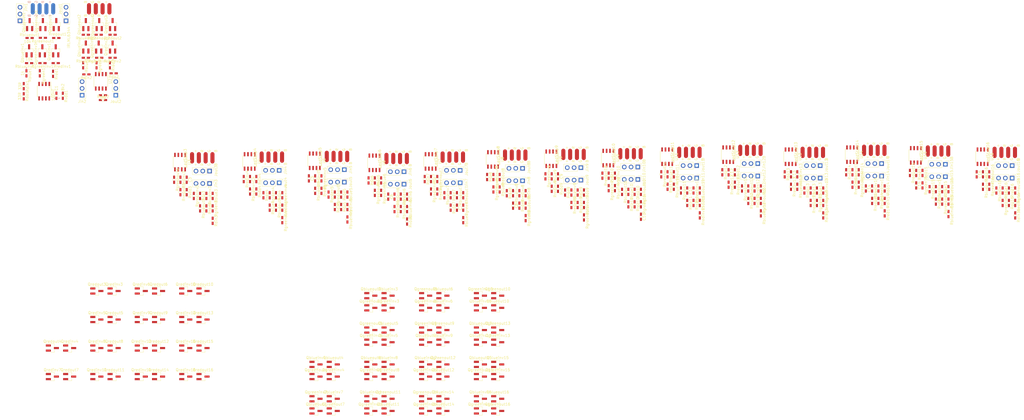
<source format=kicad_pcb>
(kicad_pcb (version 20171130) (host pcbnew "(5.1.9)-1")
  (layers (0 F.Cu signal) (31 B.Cu signal) (34 B.Paste user) (35 F.Paste user) (36 B.SilkS user) (37 F.SilkS user) (38 B.Mask user) (39 F.Mask user) (44 Edge.Cuts user))
  (net 0 "")
  (net 1 "Net-(C1-Pad1)")
  (net 2 /AddressableLedDriver02/DIN)
  (net 3 "Net-(C2-Pad1)")
  (net 4 "Net-(C3-Pad1)")
  (net 5 "Net-(C4-Pad1)")
  (net 6 "Net-(C5-Pad1)")
  (net 7 "Net-(C6-Pad1)")
  (net 8 "Net-(C7-Pad1)")
  (net 9 "Net-(C8-Pad1)")
  (net 10 "Net-(C9-Pad1)")
  (net 11 "Net-(C10-Pad1)")
  (net 12 "Net-(C11-Pad1)")
  (net 13 "Net-(C12-Pad1)")
  (net 14 "Net-(C13-Pad1)")
  (net 15 "Net-(C14-Pad1)")
  (net 16 "Net-(C15-Pad1)")
  (net 17 "Net-(C16-Pad1)")
  (net 18 /AddressableLedDriver01/DIN)
  (net 19 /AddressableLedDriver01/VIn)
  (net 20 "Net-(LedStrip1-Pad4)")
  (net 21 "Net-(LedStrip1-Pad3)")
  (net 22 "Net-(LedStrip1-Pad2)")
  (net 23 "Net-(LedStrip2-Pad4)")
  (net 24 "Net-(LedStrip2-Pad3)")
  (net 25 "Net-(LedStrip2-Pad2)")
  (net 26 "Net-(LedStrip3-Pad4)")
  (net 27 "Net-(LedStrip3-Pad3)")
  (net 28 "Net-(LedStrip3-Pad2)")
  (net 29 "Net-(LedStrip4-Pad4)")
  (net 30 "Net-(LedStrip4-Pad3)")
  (net 31 "Net-(LedStrip4-Pad2)")
  (net 32 "Net-(LedStrip5-Pad4)")
  (net 33 "Net-(LedStrip5-Pad3)")
  (net 34 "Net-(LedStrip5-Pad2)")
  (net 35 "Net-(LedStrip6-Pad4)")
  (net 36 "Net-(LedStrip6-Pad3)")
  (net 37 "Net-(LedStrip6-Pad2)")
  (net 38 "Net-(LedStrip7-Pad4)")
  (net 39 "Net-(LedStrip7-Pad3)")
  (net 40 "Net-(LedStrip7-Pad2)")
  (net 41 "Net-(LedStrip8-Pad4)")
  (net 42 "Net-(LedStrip8-Pad3)")
  (net 43 "Net-(LedStrip8-Pad2)")
  (net 44 "Net-(LedStrip9-Pad4)")
  (net 45 "Net-(LedStrip9-Pad3)")
  (net 46 "Net-(LedStrip9-Pad2)")
  (net 47 "Net-(LedStrip10-Pad4)")
  (net 48 "Net-(LedStrip10-Pad3)")
  (net 49 "Net-(LedStrip10-Pad2)")
  (net 50 "Net-(LedStrip11-Pad4)")
  (net 51 "Net-(LedStrip11-Pad3)")
  (net 52 "Net-(LedStrip11-Pad2)")
  (net 53 "Net-(LedStrip12-Pad4)")
  (net 54 "Net-(LedStrip12-Pad3)")
  (net 55 "Net-(LedStrip12-Pad2)")
  (net 56 "Net-(LedStrip13-Pad4)")
  (net 57 "Net-(LedStrip13-Pad3)")
  (net 58 "Net-(LedStrip13-Pad2)")
  (net 59 "Net-(LedStrip14-Pad4)")
  (net 60 "Net-(LedStrip14-Pad3)")
  (net 61 "Net-(LedStrip14-Pad2)")
  (net 62 "Net-(LedStrip15-Pad4)")
  (net 63 "Net-(LedStrip15-Pad3)")
  (net 64 "Net-(LedStrip15-Pad2)")
  (net 65 "Net-(LedStrip16-Pad4)")
  (net 66 "Net-(LedStrip16-Pad3)")
  (net 67 "Net-(LedStrip16-Pad2)")
  (net 68 "Net-(Qblueinv1-Pad1)")
  (net 69 "Net-(Rblue1-Pad2)")
  (net 70 "Net-(Qblueinv2-Pad1)")
  (net 71 "Net-(Rblue2-Pad2)")
  (net 72 "Net-(Qblueinv3-Pad1)")
  (net 73 "Net-(Rblue3-Pad2)")
  (net 74 "Net-(Qblueinv4-Pad1)")
  (net 75 "Net-(Rblue4-Pad2)")
  (net 76 "Net-(Qblueinv5-Pad1)")
  (net 77 "Net-(Rblue5-Pad2)")
  (net 78 "Net-(Qblueinv6-Pad1)")
  (net 79 "Net-(Rblue6-Pad2)")
  (net 80 "Net-(Qblueinv7-Pad1)")
  (net 81 "Net-(Rblue7-Pad2)")
  (net 82 "Net-(Qblueinv8-Pad1)")
  (net 83 "Net-(Rblue8-Pad2)")
  (net 84 "Net-(Qblueinv9-Pad1)")
  (net 85 "Net-(Rblue9-Pad2)")
  (net 86 "Net-(Qblueinv10-Pad1)")
  (net 87 "Net-(Rblue10-Pad2)")
  (net 88 "Net-(Qblueinv11-Pad1)")
  (net 89 "Net-(Rblue11-Pad2)")
  (net 90 "Net-(Qblueinv12-Pad1)")
  (net 91 "Net-(Rblue12-Pad2)")
  (net 92 "Net-(Qblueinv13-Pad1)")
  (net 93 "Net-(Rblue13-Pad2)")
  (net 94 "Net-(Qblueinv14-Pad1)")
  (net 95 "Net-(Rblue14-Pad2)")
  (net 96 "Net-(Qblueinv15-Pad1)")
  (net 97 "Net-(Rblue15-Pad2)")
  (net 98 "Net-(Qblueinv16-Pad1)")
  (net 99 "Net-(Rblue16-Pad2)")
  (net 100 "Net-(Qblueinv1-Pad3)")
  (net 101 "Net-(Qblueinv2-Pad3)")
  (net 102 "Net-(Qblueinv3-Pad3)")
  (net 103 "Net-(Qblueinv4-Pad3)")
  (net 104 "Net-(Qblueinv5-Pad3)")
  (net 105 "Net-(Qblueinv6-Pad3)")
  (net 106 "Net-(Qblueinv7-Pad3)")
  (net 107 "Net-(Qblueinv8-Pad3)")
  (net 108 "Net-(Qblueinv9-Pad3)")
  (net 109 "Net-(Qblueinv10-Pad3)")
  (net 110 "Net-(Qblueinv11-Pad3)")
  (net 111 "Net-(Qblueinv12-Pad3)")
  (net 112 "Net-(Qblueinv13-Pad3)")
  (net 113 "Net-(Qblueinv14-Pad3)")
  (net 114 "Net-(Qblueinv15-Pad3)")
  (net 115 "Net-(Qblueinv16-Pad3)")
  (net 116 "Net-(Rdin1-Pad1)")
  (net 117 "Net-(Rdin2-Pad1)")
  (net 118 "Net-(Rdin3-Pad1)")
  (net 119 "Net-(Rdin4-Pad1)")
  (net 120 "Net-(Rdin5-Pad1)")
  (net 121 "Net-(Rdin6-Pad1)")
  (net 122 "Net-(Rdin7-Pad1)")
  (net 123 "Net-(Rdin8-Pad1)")
  (net 124 "Net-(Rdin9-Pad1)")
  (net 125 "Net-(Rdin10-Pad1)")
  (net 126 "Net-(Rdin11-Pad1)")
  (net 127 "Net-(Rdin12-Pad1)")
  (net 128 "Net-(Rdin13-Pad1)")
  (net 129 "Net-(Rdin14-Pad1)")
  (net 130 "Net-(Rdin15-Pad1)")
  (net 131 "Net-(Rdin16-Pad1)")
  (net 132 "Net-(Rdo1-Pad2)")
  (net 133 "Net-(Rdo2-Pad2)")
  (net 134 "Net-(Rdo3-Pad2)")
  (net 135 "Net-(Rdo4-Pad2)")
  (net 136 "Net-(Rdo5-Pad2)")
  (net 137 "Net-(Rdo6-Pad2)")
  (net 138 "Net-(Rdo7-Pad2)")
  (net 139 "Net-(Rdo8-Pad2)")
  (net 140 "Net-(Rdo9-Pad2)")
  (net 141 "Net-(Rdo10-Pad2)")
  (net 142 "Net-(Rdo11-Pad2)")
  (net 143 "Net-(Rdo12-Pad2)")
  (net 144 "Net-(Rdo13-Pad2)")
  (net 145 "Net-(Rdo14-Pad2)")
  (net 146 "Net-(Rdo15-Pad2)")
  (net 147 "Net-(Rdo16-Pad2)")
  (net 148 "Net-(Qgreeninv1-Pad1)")
  (net 149 "Net-(Rgreen1-Pad2)")
  (net 150 "Net-(Qgreeninv2-Pad1)")
  (net 151 "Net-(Rgreen2-Pad2)")
  (net 152 "Net-(Qgreeninv3-Pad1)")
  (net 153 "Net-(Rgreen3-Pad2)")
  (net 154 "Net-(Qgreeninv4-Pad1)")
  (net 155 "Net-(Rgreen4-Pad2)")
  (net 156 "Net-(Qgreeninv5-Pad1)")
  (net 157 "Net-(Rgreen5-Pad2)")
  (net 158 "Net-(Qgreeninv6-Pad1)")
  (net 159 "Net-(Rgreen6-Pad2)")
  (net 160 "Net-(Qgreeninv7-Pad1)")
  (net 161 "Net-(Rgreen7-Pad2)")
  (net 162 "Net-(Qgreeninv8-Pad1)")
  (net 163 "Net-(Rgreen8-Pad2)")
  (net 164 "Net-(Qgreeninv9-Pad1)")
  (net 165 "Net-(Rgreen9-Pad2)")
  (net 166 "Net-(Qgreeninv10-Pad1)")
  (net 167 "Net-(Rgreen10-Pad2)")
  (net 168 "Net-(Qgreeninv11-Pad1)")
  (net 169 "Net-(Rgreen11-Pad2)")
  (net 170 "Net-(Qgreeninv12-Pad1)")
  (net 171 "Net-(Rgreen12-Pad2)")
  (net 172 "Net-(Qgreeninv13-Pad1)")
  (net 173 "Net-(Rgreen13-Pad2)")
  (net 174 "Net-(Qgreeninv14-Pad1)")
  (net 175 "Net-(Rgreen14-Pad2)")
  (net 176 "Net-(Qgreeninv15-Pad1)")
  (net 177 "Net-(Rgreen15-Pad2)")
  (net 178 "Net-(Qgreeninv16-Pad1)")
  (net 179 "Net-(Rgreen16-Pad2)")
  (net 180 "Net-(Qgreeninv1-Pad3)")
  (net 181 "Net-(Qgreeninv2-Pad3)")
  (net 182 "Net-(Qgreeninv3-Pad3)")
  (net 183 "Net-(Qgreeninv4-Pad3)")
  (net 184 "Net-(Qgreeninv5-Pad3)")
  (net 185 "Net-(Qgreeninv6-Pad3)")
  (net 186 "Net-(Qgreeninv7-Pad3)")
  (net 187 "Net-(Qgreeninv8-Pad3)")
  (net 188 "Net-(Qgreeninv9-Pad3)")
  (net 189 "Net-(Qgreeninv10-Pad3)")
  (net 190 "Net-(Qgreeninv11-Pad3)")
  (net 191 "Net-(Qgreeninv12-Pad3)")
  (net 192 "Net-(Qgreeninv13-Pad3)")
  (net 193 "Net-(Qgreeninv14-Pad3)")
  (net 194 "Net-(Qgreeninv15-Pad3)")
  (net 195 "Net-(Qgreeninv16-Pad3)")
  (net 196 "Net-(Qredinv1-Pad1)")
  (net 197 "Net-(Rred1-Pad2)")
  (net 198 "Net-(Qredinv2-Pad1)")
  (net 199 "Net-(Rred2-Pad2)")
  (net 200 "Net-(Qredinv3-Pad1)")
  (net 201 "Net-(Rred3-Pad2)")
  (net 202 "Net-(Qredinv4-Pad1)")
  (net 203 "Net-(Rred4-Pad2)")
  (net 204 "Net-(Qredinv5-Pad1)")
  (net 205 "Net-(Rred5-Pad2)")
  (net 206 "Net-(Qredinv6-Pad1)")
  (net 207 "Net-(Rred6-Pad2)")
  (net 208 "Net-(Qredinv7-Pad1)")
  (net 209 "Net-(Rred7-Pad2)")
  (net 210 "Net-(Qredinv8-Pad1)")
  (net 211 "Net-(Rred8-Pad2)")
  (net 212 "Net-(Qredinv9-Pad1)")
  (net 213 "Net-(Rred9-Pad2)")
  (net 214 "Net-(Qredinv10-Pad1)")
  (net 215 "Net-(Rred10-Pad2)")
  (net 216 "Net-(Qredinv11-Pad1)")
  (net 217 "Net-(Rred11-Pad2)")
  (net 218 "Net-(Qredinv12-Pad1)")
  (net 219 "Net-(Rred12-Pad2)")
  (net 220 "Net-(Qredinv13-Pad1)")
  (net 221 "Net-(Rred13-Pad2)")
  (net 222 "Net-(Qredinv14-Pad1)")
  (net 223 "Net-(Rred14-Pad2)")
  (net 224 "Net-(Qredinv15-Pad1)")
  (net 225 "Net-(Rred15-Pad2)")
  (net 226 "Net-(Qredinv16-Pad1)")
  (net 227 "Net-(Rred16-Pad2)")
  (net 228 "Net-(Qredinv1-Pad3)")
  (net 229 "Net-(Qredinv2-Pad3)")
  (net 230 "Net-(Qredinv3-Pad3)")
  (net 231 "Net-(Qredinv4-Pad3)")
  (net 232 "Net-(Qredinv5-Pad3)")
  (net 233 "Net-(Qredinv6-Pad3)")
  (net 234 "Net-(Qredinv7-Pad3)")
  (net 235 "Net-(Qredinv8-Pad3)")
  (net 236 "Net-(Qredinv9-Pad3)")
  (net 237 "Net-(Qredinv10-Pad3)")
  (net 238 "Net-(Qredinv11-Pad3)")
  (net 239 "Net-(Qredinv12-Pad3)")
  (net 240 "Net-(Qredinv13-Pad3)")
  (net 241 "Net-(Qredinv14-Pad3)")
  (net 242 "Net-(Qredinv15-Pad3)")
  (net 243 "Net-(Qredinv16-Pad3)")
  (net 244 "Net-(U1-Pad7)")
  (net 245 "Net-(U2-Pad7)")
  (net 246 "Net-(U3-Pad7)")
  (net 247 "Net-(U4-Pad7)")
  (net 248 "Net-(U5-Pad7)")
  (net 249 "Net-(U6-Pad7)")
  (net 250 "Net-(U7-Pad7)")
  (net 251 "Net-(U8-Pad7)")
  (net 252 "Net-(U9-Pad7)")
  (net 253 "Net-(U10-Pad7)")
  (net 254 "Net-(U11-Pad7)")
  (net 255 "Net-(U12-Pad7)")
  (net 256 "Net-(U13-Pad7)")
  (net 257 "Net-(U14-Pad7)")
  (net 258 "Net-(U15-Pad7)")
  (net 259 "Net-(U16-Pad7)")
  (net 260 /AddressableLedDriver01/GndIn)
  (net 261 /AddressableLedDriver03/DIN)
  (net 262 /AddressableLedDriver04/DIN)
  (net 263 /AddressableLedDriver05/DIN)
  (net 264 /AddressableLedDriver06/DIN)
  (net 265 /AddressableLedDriver07/DIN)
  (net 266 /AddressableLedDriver08/DIN)
  (net 267 /AddressableLedDriver09/DIN)
  (net 268 /AddressableLedDriver10/DIN)
  (net 269 /AddressableLedDriver11/DIN)
  (net 270 /AddressableLedDriver12/DIN)
  (net 271 /AddressableLedDriver13/DIN)
  (net 272 /AddressableLedDriver14/DIN)
  (net 273 /AddressableLedDriver15/DIN)
  (net 274 /AddressableLedDriver16/DIN)
  (net 275 /AddressableLedDriver16/DOUT)
  (module TO_SOT_Packages_SMD:SOT-23_Handsoldering (layer F.Cu) (at 24.75 76 90)
    (fp_text reference Qgreeninv1 (at -1.2 -2.5 90) (layer F.SilkS))
    (fp_text value IRLML6344)
    (pad 1 smd rect (at -1.5 -0.95 90) (size 1.9 0.8) (layers F.Cu F.Paste F.Mask) (net 148 "Net-(Qgreeninv1-Pad1)"))
    (pad 2 smd rect (at -1.5 0.95 90) (size 1.9 0.8) (layers F.Cu F.Paste F.Mask) (net 260 /AddressableLedDriver01/GndIn))
    (pad 3 smd rect (at 1.5 0 90) (size 1.9 0.8) (layers F.Cu F.Paste F.Mask) (net 180 "Net-(Qgreeninv1-Pad3)"))
  )
  (module Capacitors_SMD:C_0603_HandSoldering (layer F.Cu) (at 30 92.8 90)
    (fp_text reference C1 (at 2.8 0 90) (layer F.SilkS))
    (fp_text value 100nF (at 0.4 -1.2 90) (layer F.SilkS))
    (pad 1 smd rect (at -0.95 0 90) (size 1.2 0.75) (layers F.Cu F.Paste F.Mask) (net 1 "Net-(C1-Pad1)"))
    (pad 2 smd rect (at 0.95 0 90) (size 1.2 0.75) (layers F.Cu F.Paste F.Mask) (net 260 /AddressableLedDriver01/GndIn))
  )
  (module TO_SOT_Packages_SMD:SOT-23_Handsoldering (layer F.Cu) (at 19.8 76 90)
    (fp_text reference Qblueinv1 (at -0.8 -2.5 90) (layer F.SilkS))
    (fp_text value IRLML6344)
    (pad 1 smd rect (at -1.5 -0.95 90) (size 1.9 0.8) (layers F.Cu F.Paste F.Mask) (net 68 "Net-(Qblueinv1-Pad1)"))
    (pad 2 smd rect (at -1.5 0.95 90) (size 1.9 0.8) (layers F.Cu F.Paste F.Mask) (net 260 /AddressableLedDriver01/GndIn))
    (pad 3 smd rect (at 1.5 0 90) (size 1.9 0.8) (layers F.Cu F.Paste F.Mask) (net 100 "Net-(Qblueinv1-Pad3)"))
  )
  (module Capacitors_SMD:C_0603_HandSoldering (layer F.Cu) (at 19.8 80.6 180)
    (fp_text reference Rblueinv1 (at 1.6 -1.25) (layer F.SilkS))
    (fp_text value 10k (at 0 1.5) (layer F.SilkS))
    (pad 1 smd rect (at -0.95 0 180) (size 1.2 0.75) (layers F.Cu F.Paste F.Mask) (net 1 "Net-(C1-Pad1)"))
    (pad 2 smd rect (at 0.95 0 180) (size 1.2 0.75) (layers F.Cu F.Paste F.Mask) (net 68 "Net-(Qblueinv1-Pad1)"))
  )
  (module Capacitors_SMD:C_0603_HandSoldering (layer F.Cu) (at 18.8 84.4 270)
    (fp_text reference Rblue1 (at 0.6 -1.25 90) (layer F.SilkS))
    (fp_text value 1k (at 0 1.5 90) (layer F.SilkS))
    (pad 1 smd rect (at -0.95 0 270) (size 1.2 0.75) (layers F.Cu F.Paste F.Mask) (net 68 "Net-(Qblueinv1-Pad1)"))
    (pad 2 smd rect (at 0.95 0 270) (size 1.2 0.75) (layers F.Cu F.Paste F.Mask) (net 69 "Net-(Rblue1-Pad2)"))
  )
  (module Capacitors_SMD:C_0603_HandSoldering (layer F.Cu) (at 20 71.2 180)
    (fp_text reference Rblueout1 (at 0 1.2) (layer F.SilkS))
    (fp_text value 10k (at 0.8 -1.4) (layer F.SilkS))
    (pad 1 smd rect (at -0.95 0 180) (size 1.2 0.75) (layers F.Cu F.Paste F.Mask) (net 1 "Net-(C1-Pad1)"))
    (pad 2 smd rect (at 0.95 0 180) (size 1.2 0.75) (layers F.Cu F.Paste F.Mask) (net 100 "Net-(Qblueinv1-Pad3)"))
  )
  (module TO_SOT_Packages_SMD:SOT-23_Handsoldering (layer F.Cu) (at 29.75 76 90)
    (fp_text reference Qredinv1 (at -0.4 -2.5 90) (layer F.SilkS))
    (fp_text value IRLML6344)
    (pad 1 smd rect (at -1.5 -0.95 90) (size 1.9 0.8) (layers F.Cu F.Paste F.Mask) (net 196 "Net-(Qredinv1-Pad1)"))
    (pad 2 smd rect (at -1.5 0.95 90) (size 1.9 0.8) (layers F.Cu F.Paste F.Mask) (net 260 /AddressableLedDriver01/GndIn))
    (pad 3 smd rect (at 1.5 0 90) (size 1.9 0.8) (layers F.Cu F.Paste F.Mask) (net 228 "Net-(Qredinv1-Pad3)"))
  )
  (module Housings_SOIC:SOIC-8_3.9x4.9mm_Pitch1.27mm (layer F.Cu) (at 25.438 91.084 270)
    (fp_text reference U1 hide)
    (fp_text value WS2811)
    (pad 1 smd rect (at -2.7 -1.905 270) (size 1.55 0.6) (layers F.Cu F.Paste F.Mask) (net 197 "Net-(Rred1-Pad2)"))
    (pad 2 smd rect (at -2.7 -0.635 270) (size 1.55 0.6) (layers F.Cu F.Paste F.Mask) (net 149 "Net-(Rgreen1-Pad2)"))
    (pad 3 smd rect (at -2.7 0.635 270) (size 1.55 0.6) (layers F.Cu F.Paste F.Mask) (net 69 "Net-(Rblue1-Pad2)"))
    (pad 4 smd rect (at -2.7 1.905 270) (size 1.55 0.6) (layers F.Cu F.Paste F.Mask) (net 260 /AddressableLedDriver01/GndIn))
    (pad 5 smd rect (at 2.7 1.905 270) (size 1.55 0.6) (layers F.Cu F.Paste F.Mask) (net 132 "Net-(Rdo1-Pad2)"))
    (pad 6 smd rect (at 2.7 0.635 270) (size 1.55 0.6) (layers F.Cu F.Paste F.Mask) (net 116 "Net-(Rdin1-Pad1)"))
    (pad 7 smd rect (at 2.7 -0.635 270) (size 1.55 0.6) (layers F.Cu F.Paste F.Mask) (net 244 "Net-(U1-Pad7)"))
    (pad 8 smd rect (at 2.7 -1.905 270) (size 1.55 0.6) (layers F.Cu F.Paste F.Mask) (net 1 "Net-(C1-Pad1)"))
  )
  (module Capacitors_SMD:C_0603_HandSoldering (layer F.Cu) (at 32.4 92.8 270)
    (fp_text reference Rvdd1 (at 0.2 -1.2 90) (layer F.SilkS))
    (fp_text value 8k2 (at -3.2 0 90) (layer F.SilkS))
    (pad 1 smd rect (at -0.95 0 270) (size 1.2 0.75) (layers F.Cu F.Paste F.Mask) (net 19 /AddressableLedDriver01/VIn))
    (pad 2 smd rect (at 0.95 0 270) (size 1.2 0.75) (layers F.Cu F.Paste F.Mask) (net 1 "Net-(C1-Pad1)"))
  )
  (module Capacitors_SMD:C_0603_HandSoldering (layer F.Cu) (at 29.95 71.2 180)
    (fp_text reference Rredout1 (at -0.45 1.4) (layer F.SilkS))
    (fp_text value 10k)
    (pad 1 smd rect (at -0.95 0 180) (size 1.2 0.75) (layers F.Cu F.Paste F.Mask) (net 1 "Net-(C1-Pad1)"))
    (pad 2 smd rect (at 0.95 0 180) (size 1.2 0.75) (layers F.Cu F.Paste F.Mask) (net 228 "Net-(Qredinv1-Pad3)"))
  )
  (module Capacitors_SMD:C_0603_HandSoldering (layer F.Cu) (at 29.75 80.6 180)
    (fp_text reference Rredinv1 (at -2.45 -1.25) (layer F.SilkS))
    (fp_text value 10k)
    (pad 1 smd rect (at -0.95 0 180) (size 1.2 0.75) (layers F.Cu F.Paste F.Mask) (net 1 "Net-(C1-Pad1)"))
    (pad 2 smd rect (at 0.95 0 180) (size 1.2 0.75) (layers F.Cu F.Paste F.Mask) (net 196 "Net-(Qredinv1-Pad1)"))
  )
  (module Capacitors_SMD:C_0603_HandSoldering (layer F.Cu) (at 28.75 84.6 270)
    (fp_text reference Rred1 (at 0 -1.25 90) (layer F.SilkS))
    (fp_text value 1k)
    (pad 1 smd rect (at -0.95 0 270) (size 1.2 0.75) (layers F.Cu F.Paste F.Mask) (net 196 "Net-(Qredinv1-Pad1)"))
    (pad 2 smd rect (at 0.95 0 270) (size 1.2 0.75) (layers F.Cu F.Paste F.Mask) (net 197 "Net-(Rred1-Pad2)"))
  )
  (module Capacitors_SMD:C_0603_HandSoldering (layer F.Cu) (at 24.8 80.6 180)
    (fp_text reference Rgreeninv1 (at 0 -1.25) (layer F.SilkS))
    (fp_text value 10k)
    (pad 1 smd rect (at -0.95 0 180) (size 1.2 0.75) (layers F.Cu F.Paste F.Mask) (net 1 "Net-(C1-Pad1)"))
    (pad 2 smd rect (at 0.95 0 180) (size 1.2 0.75) (layers F.Cu F.Paste F.Mask) (net 148 "Net-(Qgreeninv1-Pad1)"))
  )
  (module Capacitors_SMD:C_0603_HandSoldering (layer F.Cu) (at 24.95 71.15 180)
    (fp_text reference Rgreenout1 (at 0 -1.25) (layer F.SilkS))
    (fp_text value 10k)
    (pad 1 smd rect (at -0.95 0 180) (size 1.2 0.75) (layers F.Cu F.Paste F.Mask) (net 1 "Net-(C1-Pad1)"))
    (pad 2 smd rect (at 0.95 0 180) (size 1.2 0.75) (layers F.Cu F.Paste F.Mask) (net 180 "Net-(Qgreeninv1-Pad3)"))
  )
  (module Capacitors_SMD:C_0603_HandSoldering (layer F.Cu) (at 23.8 84.4 270)
    (fp_text reference Rgreen1 (at 1 -1.4 90) (layer F.SilkS))
    (fp_text value 1k)
    (pad 1 smd rect (at -0.95 0 270) (size 1.2 0.75) (layers F.Cu F.Paste F.Mask) (net 148 "Net-(Qgreeninv1-Pad1)"))
    (pad 2 smd rect (at 0.95 0 270) (size 1.2 0.75) (layers F.Cu F.Paste F.Mask) (net 149 "Net-(Rgreen1-Pad2)"))
  )
  (module Capacitors_SMD:C_0603_HandSoldering (layer F.Cu) (at 17.8 93 270)
    (fp_text reference Rdo1 (at 0 -1.25 90) (layer F.SilkS))
    (fp_text value 33R (at 0 1.5 90) (layer F.SilkS))
    (pad 1 smd rect (at -0.95 0 270) (size 1.2 0.75) (layers F.Cu F.Paste F.Mask) (net 2 /AddressableLedDriver02/DIN))
    (pad 2 smd rect (at 0.95 0 270) (size 1.2 0.75) (layers F.Cu F.Paste F.Mask) (net 132 "Net-(Rdo1-Pad2)"))
  )
  (module Capacitors_SMD:C_0603_HandSoldering (layer F.Cu) (at 17.8 89.2 90)
    (fp_text reference Rdin1 (at 0 1.4 90) (layer F.SilkS))
    (fp_text value 33R (at 0 -1.4 90) (layer F.SilkS))
    (pad 1 smd rect (at -0.95 0 90) (size 1.2 0.75) (layers F.Cu F.Paste F.Mask) (net 116 "Net-(Rdin1-Pad1)"))
    (pad 2 smd rect (at 0.95 0 90) (size 1.2 0.75) (layers F.Cu F.Paste F.Mask) (net 18 /AddressableLedDriver01/DIN))
  )
  (module StripArray:RGB_Strip (layer F.Cu) (at 380.561001 113.952599 270)
    (fp_text reference LedStrip16 (at 0.127 2.54 270) (layer F.SilkS))
    (fp_text value Conn_01x04)
    (fp_text user + (at 2.54 -1.27 90) (layer F.SilkS))
    (fp_text user G (at 2.54 -6.35 90) (layer F.SilkS))
    (fp_text user R (at 2.54 -3.81 90) (layer F.SilkS))
    (fp_text user B (at 2.54 -8.89 90) (layer F.SilkS))
    (fp_text user B (at -2.54 -8.89 90) (layer F.SilkS))
    (fp_text user G (at -2.54 -6.35 90) (layer F.SilkS))
    (fp_text user R (at -2.54 -3.81 90) (layer F.SilkS))
    (fp_text user + (at -2.54 -1.27 90) (layer F.SilkS))
    (pad 4 smd oval (at 0 -7.62 270) (size 4.2672 1.524) (layers F.Cu F.Paste F.Mask) (net 65 "Net-(LedStrip16-Pad4)"))
    (pad 3 smd oval (at 0 -5.08 270) (size 4.2672 1.524) (layers F.Cu F.Paste F.Mask) (net 66 "Net-(LedStrip16-Pad3)"))
    (pad 2 smd oval (at 0 -2.54 270) (size 4.2672 1.524) (layers F.Cu F.Paste F.Mask) (net 67 "Net-(LedStrip16-Pad2)"))
    (pad 1 smd oval (at 0 0 270) (size 4.2672 1.524) (layers F.Cu F.Paste F.Mask) (net 19 /AddressableLedDriver01/VIn))
  )
  (module StripArray:RGB_Strip (layer F.Cu) (at 355.617001 113.444599 270)
    (fp_text reference LedStrip15 (at 0.127 2.54 270) (layer F.SilkS))
    (fp_text value Conn_01x04)
    (fp_text user + (at 2.54 -1.27 90) (layer F.SilkS))
    (fp_text user G (at 2.54 -6.35 90) (layer F.SilkS))
    (fp_text user R (at 2.54 -3.81 90) (layer F.SilkS))
    (fp_text user B (at 2.54 -8.89 90) (layer F.SilkS))
    (fp_text user B (at -2.54 -8.89 90) (layer F.SilkS))
    (fp_text user G (at -2.54 -6.35 90) (layer F.SilkS))
    (fp_text user R (at -2.54 -3.81 90) (layer F.SilkS))
    (fp_text user + (at -2.54 -1.27 90) (layer F.SilkS))
    (pad 4 smd oval (at 0 -7.62 270) (size 4.2672 1.524) (layers F.Cu F.Paste F.Mask) (net 62 "Net-(LedStrip15-Pad4)"))
    (pad 3 smd oval (at 0 -5.08 270) (size 4.2672 1.524) (layers F.Cu F.Paste F.Mask) (net 63 "Net-(LedStrip15-Pad3)"))
    (pad 2 smd oval (at 0 -2.54 270) (size 4.2672 1.524) (layers F.Cu F.Paste F.Mask) (net 64 "Net-(LedStrip15-Pad2)"))
    (pad 1 smd oval (at 0 0 270) (size 4.2672 1.524) (layers F.Cu F.Paste F.Mask) (net 19 /AddressableLedDriver01/VIn))
  )
  (module StripArray:RGB_Strip (layer F.Cu) (at 331.793001 113.186599 270)
    (fp_text reference LedStrip14 (at 0.127 2.54 270) (layer F.SilkS))
    (fp_text value Conn_01x04)
    (fp_text user + (at 2.54 -1.27 90) (layer F.SilkS))
    (fp_text user G (at 2.54 -6.35 90) (layer F.SilkS))
    (fp_text user R (at 2.54 -3.81 90) (layer F.SilkS))
    (fp_text user B (at 2.54 -8.89 90) (layer F.SilkS))
    (fp_text user B (at -2.54 -8.89 90) (layer F.SilkS))
    (fp_text user G (at -2.54 -6.35 90) (layer F.SilkS))
    (fp_text user R (at -2.54 -3.81 90) (layer F.SilkS))
    (fp_text user + (at -2.54 -1.27 90) (layer F.SilkS))
    (pad 4 smd oval (at 0 -7.62 270) (size 4.2672 1.524) (layers F.Cu F.Paste F.Mask) (net 59 "Net-(LedStrip14-Pad4)"))
    (pad 3 smd oval (at 0 -5.08 270) (size 4.2672 1.524) (layers F.Cu F.Paste F.Mask) (net 60 "Net-(LedStrip14-Pad3)"))
    (pad 2 smd oval (at 0 -2.54 270) (size 4.2672 1.524) (layers F.Cu F.Paste F.Mask) (net 61 "Net-(LedStrip14-Pad2)"))
    (pad 1 smd oval (at 0 0 270) (size 4.2672 1.524) (layers F.Cu F.Paste F.Mask) (net 19 /AddressableLedDriver01/VIn))
  )
  (module StripArray:RGB_Strip (layer F.Cu) (at 308.829001 113.952599 270)
    (fp_text reference LedStrip13 (at 0.127 2.54 270) (layer F.SilkS))
    (fp_text value Conn_01x04)
    (fp_text user + (at 2.54 -1.27 90) (layer F.SilkS))
    (fp_text user G (at 2.54 -6.35 90) (layer F.SilkS))
    (fp_text user R (at 2.54 -3.81 90) (layer F.SilkS))
    (fp_text user B (at 2.54 -8.89 90) (layer F.SilkS))
    (fp_text user B (at -2.54 -8.89 90) (layer F.SilkS))
    (fp_text user G (at -2.54 -6.35 90) (layer F.SilkS))
    (fp_text user R (at -2.54 -3.81 90) (layer F.SilkS))
    (fp_text user + (at -2.54 -1.27 90) (layer F.SilkS))
    (pad 4 smd oval (at 0 -7.62 270) (size 4.2672 1.524) (layers F.Cu F.Paste F.Mask) (net 56 "Net-(LedStrip13-Pad4)"))
    (pad 3 smd oval (at 0 -5.08 270) (size 4.2672 1.524) (layers F.Cu F.Paste F.Mask) (net 57 "Net-(LedStrip13-Pad3)"))
    (pad 2 smd oval (at 0 -2.54 270) (size 4.2672 1.524) (layers F.Cu F.Paste F.Mask) (net 58 "Net-(LedStrip13-Pad2)"))
    (pad 1 smd oval (at 0 0 270) (size 4.2672 1.524) (layers F.Cu F.Paste F.Mask) (net 19 /AddressableLedDriver01/VIn))
  )
  (module StripArray:RGB_Strip (layer F.Cu) (at 285.513001 113.186599 270)
    (fp_text reference LedStrip12 (at 0.127 2.54 270) (layer F.SilkS))
    (fp_text value Conn_01x04)
    (fp_text user + (at 2.54 -1.27 90) (layer F.SilkS))
    (fp_text user G (at 2.54 -6.35 90) (layer F.SilkS))
    (fp_text user R (at 2.54 -3.81 90) (layer F.SilkS))
    (fp_text user B (at 2.54 -8.89 90) (layer F.SilkS))
    (fp_text user B (at -2.54 -8.89 90) (layer F.SilkS))
    (fp_text user G (at -2.54 -6.35 90) (layer F.SilkS))
    (fp_text user R (at -2.54 -3.81 90) (layer F.SilkS))
    (fp_text user + (at -2.54 -1.27 90) (layer F.SilkS))
    (pad 4 smd oval (at 0 -7.62 270) (size 4.2672 1.524) (layers F.Cu F.Paste F.Mask) (net 53 "Net-(LedStrip12-Pad4)"))
    (pad 3 smd oval (at 0 -5.08 270) (size 4.2672 1.524) (layers F.Cu F.Paste F.Mask) (net 54 "Net-(LedStrip12-Pad3)"))
    (pad 2 smd oval (at 0 -2.54 270) (size 4.2672 1.524) (layers F.Cu F.Paste F.Mask) (net 55 "Net-(LedStrip12-Pad2)"))
    (pad 1 smd oval (at 0 0 270) (size 4.2672 1.524) (layers F.Cu F.Paste F.Mask) (net 19 /AddressableLedDriver01/VIn))
  )
  (module StripArray:RGB_Strip (layer F.Cu) (at 262.705001 113.944599 270)
    (fp_text reference LedStrip11 (at 0.127 2.54 270) (layer F.SilkS))
    (fp_text value Conn_01x04)
    (fp_text user + (at 2.54 -1.27 90) (layer F.SilkS))
    (fp_text user G (at 2.54 -6.35 90) (layer F.SilkS))
    (fp_text user R (at 2.54 -3.81 90) (layer F.SilkS))
    (fp_text user B (at 2.54 -8.89 90) (layer F.SilkS))
    (fp_text user B (at -2.54 -8.89 90) (layer F.SilkS))
    (fp_text user G (at -2.54 -6.35 90) (layer F.SilkS))
    (fp_text user R (at -2.54 -3.81 90) (layer F.SilkS))
    (fp_text user + (at -2.54 -1.27 90) (layer F.SilkS))
    (pad 4 smd oval (at 0 -7.62 270) (size 4.2672 1.524) (layers F.Cu F.Paste F.Mask) (net 50 "Net-(LedStrip11-Pad4)"))
    (pad 3 smd oval (at 0 -5.08 270) (size 4.2672 1.524) (layers F.Cu F.Paste F.Mask) (net 51 "Net-(LedStrip11-Pad3)"))
    (pad 2 smd oval (at 0 -2.54 270) (size 4.2672 1.524) (layers F.Cu F.Paste F.Mask) (net 52 "Net-(LedStrip11-Pad2)"))
    (pad 1 smd oval (at 0 0 270) (size 4.2672 1.524) (layers F.Cu F.Paste F.Mask) (net 19 /AddressableLedDriver01/VIn))
  )
  (module StripArray:RGB_Strip (layer F.Cu) (at 240.705001 114.460599 270)
    (fp_text reference LedStrip10 (at 0.127 2.54 270) (layer F.SilkS))
    (fp_text value Conn_01x04)
    (fp_text user + (at 2.54 -1.27 90) (layer F.SilkS))
    (fp_text user G (at 2.54 -6.35 90) (layer F.SilkS))
    (fp_text user R (at 2.54 -3.81 90) (layer F.SilkS))
    (fp_text user B (at 2.54 -8.89 90) (layer F.SilkS))
    (fp_text user B (at -2.54 -8.89 90) (layer F.SilkS))
    (fp_text user G (at -2.54 -6.35 90) (layer F.SilkS))
    (fp_text user R (at -2.54 -3.81 90) (layer F.SilkS))
    (fp_text user + (at -2.54 -1.27 90) (layer F.SilkS))
    (pad 4 smd oval (at 0 -7.62 270) (size 4.2672 1.524) (layers F.Cu F.Paste F.Mask) (net 47 "Net-(LedStrip10-Pad4)"))
    (pad 3 smd oval (at 0 -5.08 270) (size 4.2672 1.524) (layers F.Cu F.Paste F.Mask) (net 48 "Net-(LedStrip10-Pad3)"))
    (pad 2 smd oval (at 0 -2.54 270) (size 4.2672 1.524) (layers F.Cu F.Paste F.Mask) (net 49 "Net-(LedStrip10-Pad2)"))
    (pad 1 smd oval (at 0 0 270) (size 4.2672 1.524) (layers F.Cu F.Paste F.Mask) (net 19 /AddressableLedDriver01/VIn))
  )
  (module StripArray:RGB_Strip (layer F.Cu) (at 219.421001 114.710599 270)
    (fp_text reference LedStrip9 (at 0.127 2.54 270) (layer F.SilkS))
    (fp_text value Conn_01x04)
    (fp_text user + (at 2.54 -1.27 90) (layer F.SilkS))
    (fp_text user G (at 2.54 -6.35 90) (layer F.SilkS))
    (fp_text user R (at 2.54 -3.81 90) (layer F.SilkS))
    (fp_text user B (at 2.54 -8.89 90) (layer F.SilkS))
    (fp_text user B (at -2.54 -8.89 90) (layer F.SilkS))
    (fp_text user G (at -2.54 -6.35 90) (layer F.SilkS))
    (fp_text user R (at -2.54 -3.81 90) (layer F.SilkS))
    (fp_text user + (at -2.54 -1.27 90) (layer F.SilkS))
    (pad 4 smd oval (at 0 -7.62 270) (size 4.2672 1.524) (layers F.Cu F.Paste F.Mask) (net 44 "Net-(LedStrip9-Pad4)"))
    (pad 3 smd oval (at 0 -5.08 270) (size 4.2672 1.524) (layers F.Cu F.Paste F.Mask) (net 45 "Net-(LedStrip9-Pad3)"))
    (pad 2 smd oval (at 0 -2.54 270) (size 4.2672 1.524) (layers F.Cu F.Paste F.Mask) (net 46 "Net-(LedStrip9-Pad2)"))
    (pad 1 smd oval (at 0 0 270) (size 4.2672 1.524) (layers F.Cu F.Paste F.Mask) (net 19 /AddressableLedDriver01/VIn))
  )
  (module StripArray:RGB_Strip (layer F.Cu) (at 197.629001 114.960599 270)
    (fp_text reference LedStrip8 (at 0.127 2.54 270) (layer F.SilkS))
    (fp_text value Conn_01x04)
    (fp_text user + (at 2.54 -1.27 90) (layer F.SilkS))
    (fp_text user G (at 2.54 -6.35 90) (layer F.SilkS))
    (fp_text user R (at 2.54 -3.81 90) (layer F.SilkS))
    (fp_text user B (at 2.54 -8.89 90) (layer F.SilkS))
    (fp_text user B (at -2.54 -8.89 90) (layer F.SilkS))
    (fp_text user G (at -2.54 -6.35 90) (layer F.SilkS))
    (fp_text user R (at -2.54 -3.81 90) (layer F.SilkS))
    (fp_text user + (at -2.54 -1.27 90) (layer F.SilkS))
    (pad 4 smd oval (at 0 -7.62 270) (size 4.2672 1.524) (layers F.Cu F.Paste F.Mask) (net 41 "Net-(LedStrip8-Pad4)"))
    (pad 3 smd oval (at 0 -5.08 270) (size 4.2672 1.524) (layers F.Cu F.Paste F.Mask) (net 42 "Net-(LedStrip8-Pad3)"))
    (pad 2 smd oval (at 0 -2.54 270) (size 4.2672 1.524) (layers F.Cu F.Paste F.Mask) (net 43 "Net-(LedStrip8-Pad2)"))
    (pad 1 smd oval (at 0 0 270) (size 4.2672 1.524) (layers F.Cu F.Paste F.Mask) (net 19 /AddressableLedDriver01/VIn))
  )
  (module StripArray:RGB_Strip (layer F.Cu) (at 174.313001 115.718599 270)
    (fp_text reference LedStrip7 (at 0.127 2.54 270) (layer F.SilkS))
    (fp_text value Conn_01x04)
    (fp_text user + (at 2.54 -1.27 90) (layer F.SilkS))
    (fp_text user G (at 2.54 -6.35 90) (layer F.SilkS))
    (fp_text user R (at 2.54 -3.81 90) (layer F.SilkS))
    (fp_text user B (at 2.54 -8.89 90) (layer F.SilkS))
    (fp_text user B (at -2.54 -8.89 90) (layer F.SilkS))
    (fp_text user G (at -2.54 -6.35 90) (layer F.SilkS))
    (fp_text user R (at -2.54 -3.81 90) (layer F.SilkS))
    (fp_text user + (at -2.54 -1.27 90) (layer F.SilkS))
    (pad 4 smd oval (at 0 -7.62 270) (size 4.2672 1.524) (layers F.Cu F.Paste F.Mask) (net 38 "Net-(LedStrip7-Pad4)"))
    (pad 3 smd oval (at 0 -5.08 270) (size 4.2672 1.524) (layers F.Cu F.Paste F.Mask) (net 39 "Net-(LedStrip7-Pad3)"))
    (pad 2 smd oval (at 0 -2.54 270) (size 4.2672 1.524) (layers F.Cu F.Paste F.Mask) (net 40 "Net-(LedStrip7-Pad2)"))
    (pad 1 smd oval (at 0 0 270) (size 4.2672 1.524) (layers F.Cu F.Paste F.Mask) (net 19 /AddressableLedDriver01/VIn))
  )
  (module StripArray:RGB_Strip (layer F.Cu) (at 153.329001 116.234599 270)
    (fp_text reference LedStrip6 (at 0.127 2.54 270) (layer F.SilkS))
    (fp_text value Conn_01x04)
    (fp_text user + (at 2.54 -1.27 90) (layer F.SilkS))
    (fp_text user G (at 2.54 -6.35 90) (layer F.SilkS))
    (fp_text user R (at 2.54 -3.81 90) (layer F.SilkS))
    (fp_text user B (at 2.54 -8.89 90) (layer F.SilkS))
    (fp_text user B (at -2.54 -8.89 90) (layer F.SilkS))
    (fp_text user G (at -2.54 -6.35 90) (layer F.SilkS))
    (fp_text user R (at -2.54 -3.81 90) (layer F.SilkS))
    (fp_text user + (at -2.54 -1.27 90) (layer F.SilkS))
    (pad 4 smd oval (at 0 -7.62 270) (size 4.2672 1.524) (layers F.Cu F.Paste F.Mask) (net 35 "Net-(LedStrip6-Pad4)"))
    (pad 3 smd oval (at 0 -5.08 270) (size 4.2672 1.524) (layers F.Cu F.Paste F.Mask) (net 36 "Net-(LedStrip6-Pad3)"))
    (pad 2 smd oval (at 0 -2.54 270) (size 4.2672 1.524) (layers F.Cu F.Paste F.Mask) (net 37 "Net-(LedStrip6-Pad2)"))
    (pad 1 smd oval (at 0 0 270) (size 4.2672 1.524) (layers F.Cu F.Paste F.Mask) (net 19 /AddressableLedDriver01/VIn))
  )
  (module StripArray:RGB_Strip (layer F.Cu) (at 131.029001 115.468599 270)
    (fp_text reference LedStrip5 (at 0.127 2.54 270) (layer F.SilkS))
    (fp_text value Conn_01x04)
    (fp_text user + (at 2.54 -1.27 90) (layer F.SilkS))
    (fp_text user G (at 2.54 -6.35 90) (layer F.SilkS))
    (fp_text user R (at 2.54 -3.81 90) (layer F.SilkS))
    (fp_text user B (at 2.54 -8.89 90) (layer F.SilkS))
    (fp_text user B (at -2.54 -8.89 90) (layer F.SilkS))
    (fp_text user G (at -2.54 -6.35 90) (layer F.SilkS))
    (fp_text user R (at -2.54 -3.81 90) (layer F.SilkS))
    (fp_text user + (at -2.54 -1.27 90) (layer F.SilkS))
    (pad 4 smd oval (at 0 -7.62 270) (size 4.2672 1.524) (layers F.Cu F.Paste F.Mask) (net 32 "Net-(LedStrip5-Pad4)"))
    (pad 3 smd oval (at 0 -5.08 270) (size 4.2672 1.524) (layers F.Cu F.Paste F.Mask) (net 33 "Net-(LedStrip5-Pad3)"))
    (pad 2 smd oval (at 0 -2.54 270) (size 4.2672 1.524) (layers F.Cu F.Paste F.Mask) (net 34 "Net-(LedStrip5-Pad2)"))
    (pad 1 smd oval (at 0 0 270) (size 4.2672 1.524) (layers F.Cu F.Paste F.Mask) (net 19 /AddressableLedDriver01/VIn))
  )
  (module StripArray:RGB_Strip (layer F.Cu) (at 106.697001 115.718599 270)
    (fp_text reference LedStrip4 (at 0.127 2.54 270) (layer F.SilkS))
    (fp_text value Conn_01x04)
    (fp_text user + (at 2.54 -1.27 90) (layer F.SilkS))
    (fp_text user G (at 2.54 -6.35 90) (layer F.SilkS))
    (fp_text user R (at 2.54 -3.81 90) (layer F.SilkS))
    (fp_text user B (at 2.54 -8.89 90) (layer F.SilkS))
    (fp_text user B (at -2.54 -8.89 90) (layer F.SilkS))
    (fp_text user G (at -2.54 -6.35 90) (layer F.SilkS))
    (fp_text user R (at -2.54 -3.81 90) (layer F.SilkS))
    (fp_text user + (at -2.54 -1.27 90) (layer F.SilkS))
    (pad 4 smd oval (at 0 -7.62 270) (size 4.2672 1.524) (layers F.Cu F.Paste F.Mask) (net 29 "Net-(LedStrip4-Pad4)"))
    (pad 3 smd oval (at 0 -5.08 270) (size 4.2672 1.524) (layers F.Cu F.Paste F.Mask) (net 30 "Net-(LedStrip4-Pad3)"))
    (pad 2 smd oval (at 0 -2.54 270) (size 4.2672 1.524) (layers F.Cu F.Paste F.Mask) (net 31 "Net-(LedStrip4-Pad2)"))
    (pad 1 smd oval (at 0 0 270) (size 4.2672 1.524) (layers F.Cu F.Paste F.Mask) (net 19 /AddressableLedDriver01/VIn))
  )
  (module StripArray:RGB_Strip (layer F.Cu) (at 80.685001 115.976599 270)
    (fp_text reference LedStrip3 (at 0.127 2.54 270) (layer F.SilkS))
    (fp_text value Conn_01x04)
    (fp_text user + (at 2.54 -1.27 90) (layer F.SilkS))
    (fp_text user G (at 2.54 -6.35 90) (layer F.SilkS))
    (fp_text user R (at 2.54 -3.81 90) (layer F.SilkS))
    (fp_text user B (at 2.54 -8.89 90) (layer F.SilkS))
    (fp_text user B (at -2.54 -8.89 90) (layer F.SilkS))
    (fp_text user G (at -2.54 -6.35 90) (layer F.SilkS))
    (fp_text user R (at -2.54 -3.81 90) (layer F.SilkS))
    (fp_text user + (at -2.54 -1.27 90) (layer F.SilkS))
    (pad 4 smd oval (at 0 -7.62 270) (size 4.2672 1.524) (layers F.Cu F.Paste F.Mask) (net 26 "Net-(LedStrip3-Pad4)"))
    (pad 3 smd oval (at 0 -5.08 270) (size 4.2672 1.524) (layers F.Cu F.Paste F.Mask) (net 27 "Net-(LedStrip3-Pad3)"))
    (pad 2 smd oval (at 0 -2.54 270) (size 4.2672 1.524) (layers F.Cu F.Paste F.Mask) (net 28 "Net-(LedStrip3-Pad2)"))
    (pad 1 smd oval (at 0 0 270) (size 4.2672 1.524) (layers F.Cu F.Paste F.Mask) (net 19 /AddressableLedDriver01/VIn))
  )
  (module StripArray:RGB_Strip (layer F.Cu) (at 49.8 60.3 90)
    (fp_text reference LedStrip2 hide)
    (fp_text value Conn_01x04 hide)
    (fp_text user + (at 2.54 -1.27 90) (layer F.SilkS))
    (fp_text user G (at 2.54 -6.35 90) (layer F.SilkS))
    (fp_text user R (at 2.54 -3.81 90) (layer F.SilkS))
    (fp_text user B (at 2.54 -8.89 90) (layer F.SilkS))
    (fp_text user B (at -2.54 -8.89 90) (layer F.SilkS))
    (fp_text user G (at -2.54 -6.35 90) (layer F.SilkS))
    (fp_text user R (at -2.54 -3.81 90) (layer F.SilkS))
    (fp_text user + (at -2.54 -1.27 90) (layer F.SilkS))
    (pad 4 smd oval (at 0 -7.62 90) (size 4.2672 1.524) (layers F.Cu F.Paste F.Mask) (net 23 "Net-(LedStrip2-Pad4)"))
    (pad 3 smd oval (at 0 -5.08 90) (size 4.2672 1.524) (layers F.Cu F.Paste F.Mask) (net 24 "Net-(LedStrip2-Pad3)"))
    (pad 2 smd oval (at 0 -2.54 90) (size 4.2672 1.524) (layers F.Cu F.Paste F.Mask) (net 25 "Net-(LedStrip2-Pad2)"))
    (pad 1 smd oval (at 0 0 90) (size 4.2672 1.524) (layers F.Cu F.Paste F.Mask) (net 19 /AddressableLedDriver01/VIn))
  )
  (module StripArray:RGB_Strip (layer B.Cu) (at 28.8 60.3 270)
    (fp_text reference LedStrip1 hide)
    (fp_text value Conn_01x04 hide)
    (fp_text user + (at 2.54 1.27 270) (layer B.SilkS) (effects (justify mirror)))
    (fp_text user G (at 2.54 6.35 270) (layer B.SilkS) (effects (justify mirror)))
    (fp_text user R (at 2.54 3.81 270) (layer B.SilkS) (effects (justify mirror)))
    (fp_text user B (at 2.54 8.89 270) (layer B.SilkS) (effects (justify mirror)))
    (fp_text user B (at -2.54 8.89 270) (layer B.SilkS) (effects (justify mirror)))
    (fp_text user G (at -2.54 6.35 270) (layer B.SilkS) (effects (justify mirror)))
    (fp_text user R (at -2.54 3.81 270) (layer B.SilkS) (effects (justify mirror)))
    (fp_text user + (at -2.54 1.27 270) (layer B.SilkS) (effects (justify mirror)))
    (pad 4 smd oval (at 0 7.62 270) (size 4.2672 1.524) (layers B.Cu B.Paste B.Mask) (net 20 "Net-(LedStrip1-Pad4)"))
    (pad 3 smd oval (at 0 5.08 270) (size 4.2672 1.524) (layers B.Cu B.Paste B.Mask) (net 21 "Net-(LedStrip1-Pad3)"))
    (pad 2 smd oval (at 0 2.54 270) (size 4.2672 1.524) (layers B.Cu B.Paste B.Mask) (net 22 "Net-(LedStrip1-Pad2)"))
    (pad 1 smd oval (at 0 0 270) (size 4.2672 1.524) (layers B.Cu B.Paste B.Mask) (net 19 /AddressableLedDriver01/VIn))
  )
  (module TO_SOT_Packages_SMD:SOT-23_Handsoldering (layer F.Cu) (at 194.89 210.57)
    (fp_text reference Qgreenout16 (at 0 -2.5) (layer F.SilkS))
    (fp_text value IRLML6344)
    (pad 1 smd rect (at -1.5 -0.95) (size 1.9 0.8) (layers F.Cu F.Paste F.Mask) (net 195 "Net-(Qgreeninv16-Pad3)"))
    (pad 2 smd rect (at -1.5 0.95) (size 1.9 0.8) (layers F.Cu F.Paste F.Mask) (net 260 /AddressableLedDriver01/GndIn))
    (pad 3 smd rect (at 1.5 0) (size 1.9 0.8) (layers F.Cu F.Paste F.Mask) (net 66 "Net-(LedStrip16-Pad3)"))
  )
  (module TO_SOT_Packages_SMD:SOT-23_Handsoldering (layer F.Cu) (at 188.44 197.73)
    (fp_text reference Qgreenout15 (at 0 -2.5) (layer F.SilkS))
    (fp_text value IRLML6344)
    (pad 1 smd rect (at -1.5 -0.95) (size 1.9 0.8) (layers F.Cu F.Paste F.Mask) (net 194 "Net-(Qgreeninv15-Pad3)"))
    (pad 2 smd rect (at -1.5 0.95) (size 1.9 0.8) (layers F.Cu F.Paste F.Mask) (net 260 /AddressableLedDriver01/GndIn))
    (pad 3 smd rect (at 1.5 0) (size 1.9 0.8) (layers F.Cu F.Paste F.Mask) (net 63 "Net-(LedStrip15-Pad3)"))
  )
  (module TO_SOT_Packages_SMD:SOT-23_Handsoldering (layer F.Cu) (at 167.96 206.02)
    (fp_text reference Qgreenout14 (at 0 -2.5) (layer F.SilkS))
    (fp_text value IRLML6344)
    (pad 1 smd rect (at -1.5 -0.95) (size 1.9 0.8) (layers F.Cu F.Paste F.Mask) (net 193 "Net-(Qgreeninv14-Pad3)"))
    (pad 2 smd rect (at -1.5 0.95) (size 1.9 0.8) (layers F.Cu F.Paste F.Mask) (net 260 /AddressableLedDriver01/GndIn))
    (pad 3 smd rect (at 1.5 0) (size 1.9 0.8) (layers F.Cu F.Paste F.Mask) (net 60 "Net-(LedStrip14-Pad3)"))
  )
  (module TO_SOT_Packages_SMD:SOT-23_Handsoldering (layer F.Cu) (at 194.89 180.34)
    (fp_text reference Qgreenout13 (at 0 -2.5) (layer F.SilkS))
    (fp_text value IRLML6344)
    (pad 1 smd rect (at -1.5 -0.95) (size 1.9 0.8) (layers F.Cu F.Paste F.Mask) (net 192 "Net-(Qgreeninv13-Pad3)"))
    (pad 2 smd rect (at -1.5 0.95) (size 1.9 0.8) (layers F.Cu F.Paste F.Mask) (net 260 /AddressableLedDriver01/GndIn))
    (pad 3 smd rect (at 1.5 0) (size 1.9 0.8) (layers F.Cu F.Paste F.Mask) (net 57 "Net-(LedStrip13-Pad3)"))
  )
  (module TO_SOT_Packages_SMD:SOT-23_Handsoldering (layer F.Cu) (at 174.41 193.18)
    (fp_text reference Qgreenout12 (at 0 -2.5) (layer F.SilkS))
    (fp_text value IRLML6344)
    (pad 1 smd rect (at -1.5 -0.95) (size 1.9 0.8) (layers F.Cu F.Paste F.Mask) (net 191 "Net-(Qgreeninv12-Pad3)"))
    (pad 2 smd rect (at -1.5 0.95) (size 1.9 0.8) (layers F.Cu F.Paste F.Mask) (net 260 /AddressableLedDriver01/GndIn))
    (pad 3 smd rect (at 1.5 0) (size 1.9 0.8) (layers F.Cu F.Paste F.Mask) (net 54 "Net-(LedStrip12-Pad3)"))
  )
  (module TO_SOT_Packages_SMD:SOT-23_Handsoldering (layer F.Cu) (at 153.93 206.02)
    (fp_text reference Qgreenout11 (at 0 -2.5) (layer F.SilkS))
    (fp_text value IRLML6344)
    (pad 1 smd rect (at -1.5 -0.95) (size 1.9 0.8) (layers F.Cu F.Paste F.Mask) (net 190 "Net-(Qgreeninv11-Pad3)"))
    (pad 2 smd rect (at -1.5 0.95) (size 1.9 0.8) (layers F.Cu F.Paste F.Mask) (net 260 /AddressableLedDriver01/GndIn))
    (pad 3 smd rect (at 1.5 0) (size 1.9 0.8) (layers F.Cu F.Paste F.Mask) (net 51 "Net-(LedStrip11-Pad3)"))
  )
  (module TO_SOT_Packages_SMD:SOT-23_Handsoldering (layer F.Cu) (at 194.89 167.5)
    (fp_text reference Qgreenout10 (at 0 -2.5) (layer F.SilkS))
    (fp_text value IRLML6344)
    (pad 1 smd rect (at -1.5 -0.95) (size 1.9 0.8) (layers F.Cu F.Paste F.Mask) (net 189 "Net-(Qgreeninv10-Pad3)"))
    (pad 2 smd rect (at -1.5 0.95) (size 1.9 0.8) (layers F.Cu F.Paste F.Mask) (net 260 /AddressableLedDriver01/GndIn))
    (pad 3 smd rect (at 1.5 0) (size 1.9 0.8) (layers F.Cu F.Paste F.Mask) (net 48 "Net-(LedStrip10-Pad3)"))
  )
  (module TO_SOT_Packages_SMD:SOT-23_Handsoldering (layer F.Cu) (at 174.41 180.34)
    (fp_text reference Qgreenout9 (at 0 -2.5) (layer F.SilkS))
    (fp_text value IRLML6344)
    (pad 1 smd rect (at -1.5 -0.95) (size 1.9 0.8) (layers F.Cu F.Paste F.Mask) (net 188 "Net-(Qgreeninv9-Pad3)"))
    (pad 2 smd rect (at -1.5 0.95) (size 1.9 0.8) (layers F.Cu F.Paste F.Mask) (net 260 /AddressableLedDriver01/GndIn))
    (pad 3 smd rect (at 1.5 0) (size 1.9 0.8) (layers F.Cu F.Paste F.Mask) (net 45 "Net-(LedStrip9-Pad3)"))
  )
  (module TO_SOT_Packages_SMD:SOT-23_Handsoldering (layer F.Cu) (at 153.93 197.73)
    (fp_text reference Qgreenout8 (at 0 -2.5) (layer F.SilkS))
    (fp_text value IRLML6344)
    (pad 1 smd rect (at -1.5 -0.95) (size 1.9 0.8) (layers F.Cu F.Paste F.Mask) (net 187 "Net-(Qgreeninv8-Pad3)"))
    (pad 2 smd rect (at -1.5 0.95) (size 1.9 0.8) (layers F.Cu F.Paste F.Mask) (net 260 /AddressableLedDriver01/GndIn))
    (pad 3 smd rect (at 1.5 0) (size 1.9 0.8) (layers F.Cu F.Paste F.Mask) (net 42 "Net-(LedStrip8-Pad3)"))
  )
  (module TO_SOT_Packages_SMD:SOT-23_Handsoldering (layer F.Cu) (at 133.45 210.57)
    (fp_text reference Qgreenout7 (at 0 -2.5) (layer F.SilkS))
    (fp_text value IRLML6344)
    (pad 1 smd rect (at -1.5 -0.95) (size 1.9 0.8) (layers F.Cu F.Paste F.Mask) (net 186 "Net-(Qgreeninv7-Pad3)"))
    (pad 2 smd rect (at -1.5 0.95) (size 1.9 0.8) (layers F.Cu F.Paste F.Mask) (net 260 /AddressableLedDriver01/GndIn))
    (pad 3 smd rect (at 1.5 0) (size 1.9 0.8) (layers F.Cu F.Paste F.Mask) (net 39 "Net-(LedStrip7-Pad3)"))
  )
  (module TO_SOT_Packages_SMD:SOT-23_Handsoldering (layer F.Cu) (at 167.96 167.5)
    (fp_text reference Qgreenout6 (at 0 -2.5) (layer F.SilkS))
    (fp_text value IRLML6344)
    (pad 1 smd rect (at -1.5 -0.95) (size 1.9 0.8) (layers F.Cu F.Paste F.Mask) (net 185 "Net-(Qgreeninv6-Pad3)"))
    (pad 2 smd rect (at -1.5 0.95) (size 1.9 0.8) (layers F.Cu F.Paste F.Mask) (net 260 /AddressableLedDriver01/GndIn))
    (pad 3 smd rect (at 1.5 0) (size 1.9 0.8) (layers F.Cu F.Paste F.Mask) (net 36 "Net-(LedStrip6-Pad3)"))
  )
  (module TO_SOT_Packages_SMD:SOT-23_Handsoldering (layer F.Cu) (at 147.48 180.34)
    (fp_text reference Qgreenout5 (at 0 -2.5) (layer F.SilkS))
    (fp_text value IRLML6344)
    (pad 1 smd rect (at -1.5 -0.95) (size 1.9 0.8) (layers F.Cu F.Paste F.Mask) (net 184 "Net-(Qgreeninv5-Pad3)"))
    (pad 2 smd rect (at -1.5 0.95) (size 1.9 0.8) (layers F.Cu F.Paste F.Mask) (net 260 /AddressableLedDriver01/GndIn))
    (pad 3 smd rect (at 1.5 0) (size 1.9 0.8) (layers F.Cu F.Paste F.Mask) (net 33 "Net-(LedStrip5-Pad3)"))
  )
  (module TO_SOT_Packages_SMD:SOT-23_Handsoldering (layer F.Cu) (at 127 197.73)
    (fp_text reference Qgreenout4 (at 0 -2.5) (layer F.SilkS))
    (fp_text value IRLML6344)
    (pad 1 smd rect (at -1.5 -0.95) (size 1.9 0.8) (layers F.Cu F.Paste F.Mask) (net 183 "Net-(Qgreeninv4-Pad3)"))
    (pad 2 smd rect (at -1.5 0.95) (size 1.9 0.8) (layers F.Cu F.Paste F.Mask) (net 260 /AddressableLedDriver01/GndIn))
    (pad 3 smd rect (at 1.5 0) (size 1.9 0.8) (layers F.Cu F.Paste F.Mask) (net 30 "Net-(LedStrip4-Pad3)"))
  )
  (module TO_SOT_Packages_SMD:SOT-23_Handsoldering (layer F.Cu) (at 147.48 172.05)
    (fp_text reference Qgreenout3 (at 0 -2.5) (layer F.SilkS))
    (fp_text value IRLML6344)
    (pad 1 smd rect (at -1.5 -0.95) (size 1.9 0.8) (layers F.Cu F.Paste F.Mask) (net 182 "Net-(Qgreeninv3-Pad3)"))
    (pad 2 smd rect (at -1.5 0.95) (size 1.9 0.8) (layers F.Cu F.Paste F.Mask) (net 260 /AddressableLedDriver01/GndIn))
    (pad 3 smd rect (at 1.5 0) (size 1.9 0.8) (layers F.Cu F.Paste F.Mask) (net 27 "Net-(LedStrip3-Pad3)"))
  )
  (module TO_SOT_Packages_SMD:SOT-23_Handsoldering (layer F.Cu) (at 46 66.2 90)
    (fp_text reference Qgreenout2 (at 0 -2.5 90) (layer F.SilkS))
    (fp_text value IRLML6344)
    (pad 1 smd rect (at -1.5 -0.95 90) (size 1.9 0.8) (layers F.Cu F.Paste F.Mask) (net 181 "Net-(Qgreeninv2-Pad3)"))
    (pad 2 smd rect (at -1.5 0.95 90) (size 1.9 0.8) (layers F.Cu F.Paste F.Mask) (net 260 /AddressableLedDriver01/GndIn))
    (pad 3 smd rect (at 1.5 0 90) (size 1.9 0.8) (layers F.Cu F.Paste F.Mask) (net 24 "Net-(LedStrip2-Pad3)"))
  )
  (module TO_SOT_Packages_SMD:SOT-23_Handsoldering (layer F.Cu) (at 24.95 66.2 90)
    (fp_text reference Qgreenout1 (at 1.2 -2.5 90) (layer F.SilkS))
    (fp_text value IRLML6344)
    (pad 1 smd rect (at -1.5 -0.95 90) (size 1.9 0.8) (layers F.Cu F.Paste F.Mask) (net 180 "Net-(Qgreeninv1-Pad3)"))
    (pad 2 smd rect (at -1.5 0.95 90) (size 1.9 0.8) (layers F.Cu F.Paste F.Mask) (net 260 /AddressableLedDriver01/GndIn))
    (pad 3 smd rect (at 1.5 0 90) (size 1.9 0.8) (layers F.Cu F.Paste F.Mask) (net 21 "Net-(LedStrip1-Pad3)"))
  )
  (module TO_SOT_Packages_SMD:SOT-23_Handsoldering (layer F.Cu) (at 188.44 210.57)
    (fp_text reference Qgreeninv16 (at 0 -2.5) (layer F.SilkS))
    (fp_text value IRLML6344)
    (pad 1 smd rect (at -1.5 -0.95) (size 1.9 0.8) (layers F.Cu F.Paste F.Mask) (net 178 "Net-(Qgreeninv16-Pad1)"))
    (pad 2 smd rect (at -1.5 0.95) (size 1.9 0.8) (layers F.Cu F.Paste F.Mask) (net 260 /AddressableLedDriver01/GndIn))
    (pad 3 smd rect (at 1.5 0) (size 1.9 0.8) (layers F.Cu F.Paste F.Mask) (net 195 "Net-(Qgreeninv16-Pad3)"))
  )
  (module TO_SOT_Packages_SMD:SOT-23_Handsoldering (layer F.Cu) (at 194.89 197.73)
    (fp_text reference Qgreeninv15 (at 0 -2.5) (layer F.SilkS))
    (fp_text value IRLML6344)
    (pad 1 smd rect (at -1.5 -0.95) (size 1.9 0.8) (layers F.Cu F.Paste F.Mask) (net 176 "Net-(Qgreeninv15-Pad1)"))
    (pad 2 smd rect (at -1.5 0.95) (size 1.9 0.8) (layers F.Cu F.Paste F.Mask) (net 260 /AddressableLedDriver01/GndIn))
    (pad 3 smd rect (at 1.5 0) (size 1.9 0.8) (layers F.Cu F.Paste F.Mask) (net 194 "Net-(Qgreeninv15-Pad3)"))
  )
  (module TO_SOT_Packages_SMD:SOT-23_Handsoldering (layer F.Cu) (at 167.96 210.57)
    (fp_text reference Qgreeninv14 (at 0 -2.5) (layer F.SilkS))
    (fp_text value IRLML6344)
    (pad 1 smd rect (at -1.5 -0.95) (size 1.9 0.8) (layers F.Cu F.Paste F.Mask) (net 174 "Net-(Qgreeninv14-Pad1)"))
    (pad 2 smd rect (at -1.5 0.95) (size 1.9 0.8) (layers F.Cu F.Paste F.Mask) (net 260 /AddressableLedDriver01/GndIn))
    (pad 3 smd rect (at 1.5 0) (size 1.9 0.8) (layers F.Cu F.Paste F.Mask) (net 193 "Net-(Qgreeninv14-Pad3)"))
  )
  (module TO_SOT_Packages_SMD:SOT-23_Handsoldering (layer F.Cu) (at 194.89 184.89)
    (fp_text reference Qgreeninv13 (at 0 -2.5) (layer F.SilkS))
    (fp_text value IRLML6344)
    (pad 1 smd rect (at -1.5 -0.95) (size 1.9 0.8) (layers F.Cu F.Paste F.Mask) (net 172 "Net-(Qgreeninv13-Pad1)"))
    (pad 2 smd rect (at -1.5 0.95) (size 1.9 0.8) (layers F.Cu F.Paste F.Mask) (net 260 /AddressableLedDriver01/GndIn))
    (pad 3 smd rect (at 1.5 0) (size 1.9 0.8) (layers F.Cu F.Paste F.Mask) (net 192 "Net-(Qgreeninv13-Pad3)"))
  )
  (module TO_SOT_Packages_SMD:SOT-23_Handsoldering (layer F.Cu) (at 167.96 197.73)
    (fp_text reference Qgreeninv12 (at 0 -2.5) (layer F.SilkS))
    (fp_text value IRLML6344)
    (pad 1 smd rect (at -1.5 -0.95) (size 1.9 0.8) (layers F.Cu F.Paste F.Mask) (net 170 "Net-(Qgreeninv12-Pad1)"))
    (pad 2 smd rect (at -1.5 0.95) (size 1.9 0.8) (layers F.Cu F.Paste F.Mask) (net 260 /AddressableLedDriver01/GndIn))
    (pad 3 smd rect (at 1.5 0) (size 1.9 0.8) (layers F.Cu F.Paste F.Mask) (net 191 "Net-(Qgreeninv12-Pad3)"))
  )
  (module TO_SOT_Packages_SMD:SOT-23_Handsoldering (layer F.Cu) (at 147.48 210.57)
    (fp_text reference Qgreeninv11 (at 0 -2.5) (layer F.SilkS))
    (fp_text value IRLML6344)
    (pad 1 smd rect (at -1.5 -0.95) (size 1.9 0.8) (layers F.Cu F.Paste F.Mask) (net 168 "Net-(Qgreeninv11-Pad1)"))
    (pad 2 smd rect (at -1.5 0.95) (size 1.9 0.8) (layers F.Cu F.Paste F.Mask) (net 260 /AddressableLedDriver01/GndIn))
    (pad 3 smd rect (at 1.5 0) (size 1.9 0.8) (layers F.Cu F.Paste F.Mask) (net 190 "Net-(Qgreeninv11-Pad3)"))
  )
  (module TO_SOT_Packages_SMD:SOT-23_Handsoldering (layer F.Cu) (at 188.44 167.5)
    (fp_text reference Qgreeninv10 (at 0 -2.5) (layer F.SilkS))
    (fp_text value IRLML6344)
    (pad 1 smd rect (at -1.5 -0.95) (size 1.9 0.8) (layers F.Cu F.Paste F.Mask) (net 166 "Net-(Qgreeninv10-Pad1)"))
    (pad 2 smd rect (at -1.5 0.95) (size 1.9 0.8) (layers F.Cu F.Paste F.Mask) (net 260 /AddressableLedDriver01/GndIn))
    (pad 3 smd rect (at 1.5 0) (size 1.9 0.8) (layers F.Cu F.Paste F.Mask) (net 189 "Net-(Qgreeninv10-Pad3)"))
  )
  (module TO_SOT_Packages_SMD:SOT-23_Handsoldering (layer F.Cu) (at 167.96 180.34)
    (fp_text reference Qgreeninv9 (at 0 -2.5) (layer F.SilkS))
    (fp_text value IRLML6344)
    (pad 1 smd rect (at -1.5 -0.95) (size 1.9 0.8) (layers F.Cu F.Paste F.Mask) (net 164 "Net-(Qgreeninv9-Pad1)"))
    (pad 2 smd rect (at -1.5 0.95) (size 1.9 0.8) (layers F.Cu F.Paste F.Mask) (net 260 /AddressableLedDriver01/GndIn))
    (pad 3 smd rect (at 1.5 0) (size 1.9 0.8) (layers F.Cu F.Paste F.Mask) (net 188 "Net-(Qgreeninv9-Pad3)"))
  )
  (module TO_SOT_Packages_SMD:SOT-23_Handsoldering (layer F.Cu) (at 147.48 197.73)
    (fp_text reference Qgreeninv8 (at 0 -2.5) (layer F.SilkS))
    (fp_text value IRLML6344)
    (pad 1 smd rect (at -1.5 -0.95) (size 1.9 0.8) (layers F.Cu F.Paste F.Mask) (net 162 "Net-(Qgreeninv8-Pad1)"))
    (pad 2 smd rect (at -1.5 0.95) (size 1.9 0.8) (layers F.Cu F.Paste F.Mask) (net 260 /AddressableLedDriver01/GndIn))
    (pad 3 smd rect (at 1.5 0) (size 1.9 0.8) (layers F.Cu F.Paste F.Mask) (net 187 "Net-(Qgreeninv8-Pad3)"))
  )
  (module TO_SOT_Packages_SMD:SOT-23_Handsoldering (layer F.Cu) (at 127 206.02)
    (fp_text reference Qgreeninv7 (at 0 -2.5) (layer F.SilkS))
    (fp_text value IRLML6344)
    (pad 1 smd rect (at -1.5 -0.95) (size 1.9 0.8) (layers F.Cu F.Paste F.Mask) (net 160 "Net-(Qgreeninv7-Pad1)"))
    (pad 2 smd rect (at -1.5 0.95) (size 1.9 0.8) (layers F.Cu F.Paste F.Mask) (net 260 /AddressableLedDriver01/GndIn))
    (pad 3 smd rect (at 1.5 0) (size 1.9 0.8) (layers F.Cu F.Paste F.Mask) (net 186 "Net-(Qgreeninv7-Pad3)"))
  )
  (module TO_SOT_Packages_SMD:SOT-23_Handsoldering (layer F.Cu) (at 167.96 172.05)
    (fp_text reference Qgreeninv6 (at 0 -2.5) (layer F.SilkS))
    (fp_text value IRLML6344)
    (pad 1 smd rect (at -1.5 -0.95) (size 1.9 0.8) (layers F.Cu F.Paste F.Mask) (net 158 "Net-(Qgreeninv6-Pad1)"))
    (pad 2 smd rect (at -1.5 0.95) (size 1.9 0.8) (layers F.Cu F.Paste F.Mask) (net 260 /AddressableLedDriver01/GndIn))
    (pad 3 smd rect (at 1.5 0) (size 1.9 0.8) (layers F.Cu F.Paste F.Mask) (net 185 "Net-(Qgreeninv6-Pad3)"))
  )
  (module TO_SOT_Packages_SMD:SOT-23_Handsoldering (layer F.Cu) (at 147.48 184.89)
    (fp_text reference Qgreeninv5 (at 0 -2.5) (layer F.SilkS))
    (fp_text value IRLML6344)
    (pad 1 smd rect (at -1.5 -0.95) (size 1.9 0.8) (layers F.Cu F.Paste F.Mask) (net 156 "Net-(Qgreeninv5-Pad1)"))
    (pad 2 smd rect (at -1.5 0.95) (size 1.9 0.8) (layers F.Cu F.Paste F.Mask) (net 260 /AddressableLedDriver01/GndIn))
    (pad 3 smd rect (at 1.5 0) (size 1.9 0.8) (layers F.Cu F.Paste F.Mask) (net 184 "Net-(Qgreeninv5-Pad3)"))
  )
  (module TO_SOT_Packages_SMD:SOT-23_Handsoldering (layer F.Cu) (at 133.45 197.73)
    (fp_text reference Qgreeninv4 (at 0 -2.5) (layer F.SilkS))
    (fp_text value IRLML6344)
    (pad 1 smd rect (at -1.5 -0.95) (size 1.9 0.8) (layers F.Cu F.Paste F.Mask) (net 154 "Net-(Qgreeninv4-Pad1)"))
    (pad 2 smd rect (at -1.5 0.95) (size 1.9 0.8) (layers F.Cu F.Paste F.Mask) (net 260 /AddressableLedDriver01/GndIn))
    (pad 3 smd rect (at 1.5 0) (size 1.9 0.8) (layers F.Cu F.Paste F.Mask) (net 183 "Net-(Qgreeninv4-Pad3)"))
  )
  (module TO_SOT_Packages_SMD:SOT-23_Handsoldering (layer F.Cu) (at 153.93 172.05)
    (fp_text reference Qgreeninv3 (at 0 -2.5) (layer F.SilkS))
    (fp_text value IRLML6344)
    (pad 1 smd rect (at -1.5 -0.95) (size 1.9 0.8) (layers F.Cu F.Paste F.Mask) (net 152 "Net-(Qgreeninv3-Pad1)"))
    (pad 2 smd rect (at -1.5 0.95) (size 1.9 0.8) (layers F.Cu F.Paste F.Mask) (net 260 /AddressableLedDriver01/GndIn))
    (pad 3 smd rect (at 1.5 0) (size 1.9 0.8) (layers F.Cu F.Paste F.Mask) (net 182 "Net-(Qgreeninv3-Pad3)"))
  )
  (module TO_SOT_Packages_SMD:SOT-23_Handsoldering (layer F.Cu) (at 45.8 74.6 90)
    (fp_text reference Qgreeninv2 (at 0 -2.5 90) (layer F.SilkS))
    (fp_text value IRLML6344)
    (pad 1 smd rect (at -1.5 -0.95 90) (size 1.9 0.8) (layers F.Cu F.Paste F.Mask) (net 150 "Net-(Qgreeninv2-Pad1)"))
    (pad 2 smd rect (at -1.5 0.95 90) (size 1.9 0.8) (layers F.Cu F.Paste F.Mask) (net 260 /AddressableLedDriver01/GndIn))
    (pad 3 smd rect (at 1.5 0 90) (size 1.9 0.8) (layers F.Cu F.Paste F.Mask) (net 181 "Net-(Qgreeninv2-Pad3)"))
  )
  (module TO_SOT_Packages_SMD:SOT-23_Handsoldering (layer F.Cu) (at 194.89 206.02)
    (fp_text reference Qblueout16 (at 0 -2.5) (layer F.SilkS))
    (fp_text value IRLML6344)
    (pad 1 smd rect (at -1.5 -0.95) (size 1.9 0.8) (layers F.Cu F.Paste F.Mask) (net 115 "Net-(Qblueinv16-Pad3)"))
    (pad 2 smd rect (at -1.5 0.95) (size 1.9 0.8) (layers F.Cu F.Paste F.Mask) (net 260 /AddressableLedDriver01/GndIn))
    (pad 3 smd rect (at 1.5 0) (size 1.9 0.8) (layers F.Cu F.Paste F.Mask) (net 65 "Net-(LedStrip16-Pad4)"))
  )
  (module TO_SOT_Packages_SMD:SOT-23_Handsoldering (layer F.Cu) (at 188.44 193.18)
    (fp_text reference Qblueout15 (at 0 -2.5) (layer F.SilkS))
    (fp_text value IRLML6344)
    (pad 1 smd rect (at -1.5 -0.95) (size 1.9 0.8) (layers F.Cu F.Paste F.Mask) (net 114 "Net-(Qblueinv15-Pad3)"))
    (pad 2 smd rect (at -1.5 0.95) (size 1.9 0.8) (layers F.Cu F.Paste F.Mask) (net 260 /AddressableLedDriver01/GndIn))
    (pad 3 smd rect (at 1.5 0) (size 1.9 0.8) (layers F.Cu F.Paste F.Mask) (net 62 "Net-(LedStrip15-Pad4)"))
  )
  (module TO_SOT_Packages_SMD:SOT-23_Handsoldering (layer F.Cu) (at 174.41 210.57)
    (fp_text reference Qblueout14 (at 0 -2.5) (layer F.SilkS))
    (fp_text value IRLML6344)
    (pad 1 smd rect (at -1.5 -0.95) (size 1.9 0.8) (layers F.Cu F.Paste F.Mask) (net 113 "Net-(Qblueinv14-Pad3)"))
    (pad 2 smd rect (at -1.5 0.95) (size 1.9 0.8) (layers F.Cu F.Paste F.Mask) (net 260 /AddressableLedDriver01/GndIn))
    (pad 3 smd rect (at 1.5 0) (size 1.9 0.8) (layers F.Cu F.Paste F.Mask) (net 59 "Net-(LedStrip14-Pad4)"))
  )
  (module TO_SOT_Packages_SMD:SOT-23_Handsoldering (layer F.Cu) (at 188.44 180.34)
    (fp_text reference Qblueout13 (at 0 -2.5) (layer F.SilkS))
    (fp_text value IRLML6344)
    (pad 1 smd rect (at -1.5 -0.95) (size 1.9 0.8) (layers F.Cu F.Paste F.Mask) (net 112 "Net-(Qblueinv13-Pad3)"))
    (pad 2 smd rect (at -1.5 0.95) (size 1.9 0.8) (layers F.Cu F.Paste F.Mask) (net 260 /AddressableLedDriver01/GndIn))
    (pad 3 smd rect (at 1.5 0) (size 1.9 0.8) (layers F.Cu F.Paste F.Mask) (net 56 "Net-(LedStrip13-Pad4)"))
  )
  (module TO_SOT_Packages_SMD:SOT-23_Handsoldering (layer F.Cu) (at 174.41 197.73)
    (fp_text reference Qblueout12 (at 0 -2.5) (layer F.SilkS))
    (fp_text value IRLML6344)
    (pad 1 smd rect (at -1.5 -0.95) (size 1.9 0.8) (layers F.Cu F.Paste F.Mask) (net 111 "Net-(Qblueinv12-Pad3)"))
    (pad 2 smd rect (at -1.5 0.95) (size 1.9 0.8) (layers F.Cu F.Paste F.Mask) (net 260 /AddressableLedDriver01/GndIn))
    (pad 3 smd rect (at 1.5 0) (size 1.9 0.8) (layers F.Cu F.Paste F.Mask) (net 53 "Net-(LedStrip12-Pad4)"))
  )
  (module TO_SOT_Packages_SMD:SOT-23_Handsoldering (layer F.Cu) (at 153.93 210.57)
    (fp_text reference Qblueout11 (at 0 -2.5) (layer F.SilkS))
    (fp_text value IRLML6344)
    (pad 1 smd rect (at -1.5 -0.95) (size 1.9 0.8) (layers F.Cu F.Paste F.Mask) (net 110 "Net-(Qblueinv11-Pad3)"))
    (pad 2 smd rect (at -1.5 0.95) (size 1.9 0.8) (layers F.Cu F.Paste F.Mask) (net 260 /AddressableLedDriver01/GndIn))
    (pad 3 smd rect (at 1.5 0) (size 1.9 0.8) (layers F.Cu F.Paste F.Mask) (net 50 "Net-(LedStrip11-Pad4)"))
  )
  (module TO_SOT_Packages_SMD:SOT-23_Handsoldering (layer F.Cu) (at 194.89 172.05)
    (fp_text reference Qblueout10 (at 0 -2.5) (layer F.SilkS))
    (fp_text value IRLML6344)
    (pad 1 smd rect (at -1.5 -0.95) (size 1.9 0.8) (layers F.Cu F.Paste F.Mask) (net 109 "Net-(Qblueinv10-Pad3)"))
    (pad 2 smd rect (at -1.5 0.95) (size 1.9 0.8) (layers F.Cu F.Paste F.Mask) (net 260 /AddressableLedDriver01/GndIn))
    (pad 3 smd rect (at 1.5 0) (size 1.9 0.8) (layers F.Cu F.Paste F.Mask) (net 47 "Net-(LedStrip10-Pad4)"))
  )
  (module TO_SOT_Packages_SMD:SOT-23_Handsoldering (layer F.Cu) (at 167.96 184.89)
    (fp_text reference Qblueout9 (at 0 -2.5) (layer F.SilkS))
    (fp_text value IRLML6344)
    (pad 1 smd rect (at -1.5 -0.95) (size 1.9 0.8) (layers F.Cu F.Paste F.Mask) (net 108 "Net-(Qblueinv9-Pad3)"))
    (pad 2 smd rect (at -1.5 0.95) (size 1.9 0.8) (layers F.Cu F.Paste F.Mask) (net 260 /AddressableLedDriver01/GndIn))
    (pad 3 smd rect (at 1.5 0) (size 1.9 0.8) (layers F.Cu F.Paste F.Mask) (net 44 "Net-(LedStrip9-Pad4)"))
  )
  (module TO_SOT_Packages_SMD:SOT-23_Handsoldering (layer F.Cu) (at 147.48 193.18)
    (fp_text reference Qblueout8 (at 0 -2.5) (layer F.SilkS))
    (fp_text value IRLML6344)
    (pad 1 smd rect (at -1.5 -0.95) (size 1.9 0.8) (layers F.Cu F.Paste F.Mask) (net 107 "Net-(Qblueinv8-Pad3)"))
    (pad 2 smd rect (at -1.5 0.95) (size 1.9 0.8) (layers F.Cu F.Paste F.Mask) (net 260 /AddressableLedDriver01/GndIn))
    (pad 3 smd rect (at 1.5 0) (size 1.9 0.8) (layers F.Cu F.Paste F.Mask) (net 41 "Net-(LedStrip8-Pad4)"))
  )
  (module TO_SOT_Packages_SMD:SOT-23_Handsoldering (layer F.Cu) (at 127 210.57)
    (fp_text reference Qblueout7 (at 0 -2.5) (layer F.SilkS))
    (fp_text value IRLML6344)
    (pad 1 smd rect (at -1.5 -0.95) (size 1.9 0.8) (layers F.Cu F.Paste F.Mask) (net 106 "Net-(Qblueinv7-Pad3)"))
    (pad 2 smd rect (at -1.5 0.95) (size 1.9 0.8) (layers F.Cu F.Paste F.Mask) (net 260 /AddressableLedDriver01/GndIn))
    (pad 3 smd rect (at 1.5 0) (size 1.9 0.8) (layers F.Cu F.Paste F.Mask) (net 38 "Net-(LedStrip7-Pad4)"))
  )
  (module TO_SOT_Packages_SMD:SOT-23_Handsoldering (layer F.Cu) (at 174.41 167.5)
    (fp_text reference Qblueout6 (at 0 -2.5) (layer F.SilkS))
    (fp_text value IRLML6344)
    (pad 1 smd rect (at -1.5 -0.95) (size 1.9 0.8) (layers F.Cu F.Paste F.Mask) (net 105 "Net-(Qblueinv6-Pad3)"))
    (pad 2 smd rect (at -1.5 0.95) (size 1.9 0.8) (layers F.Cu F.Paste F.Mask) (net 260 /AddressableLedDriver01/GndIn))
    (pad 3 smd rect (at 1.5 0) (size 1.9 0.8) (layers F.Cu F.Paste F.Mask) (net 35 "Net-(LedStrip6-Pad4)"))
  )
  (module TO_SOT_Packages_SMD:SOT-23_Handsoldering (layer F.Cu) (at 153.93 180.34)
    (fp_text reference Qblueout5 (at 0 -2.5) (layer F.SilkS))
    (fp_text value IRLML6344)
    (pad 1 smd rect (at -1.5 -0.95) (size 1.9 0.8) (layers F.Cu F.Paste F.Mask) (net 104 "Net-(Qblueinv5-Pad3)"))
    (pad 2 smd rect (at -1.5 0.95) (size 1.9 0.8) (layers F.Cu F.Paste F.Mask) (net 260 /AddressableLedDriver01/GndIn))
    (pad 3 smd rect (at 1.5 0) (size 1.9 0.8) (layers F.Cu F.Paste F.Mask) (net 32 "Net-(LedStrip5-Pad4)"))
  )
  (module TO_SOT_Packages_SMD:SOT-23_Handsoldering (layer F.Cu) (at 133.45 193.18)
    (fp_text reference Qblueout4 (at 0 -2.5) (layer F.SilkS))
    (fp_text value IRLML6344)
    (pad 1 smd rect (at -1.5 -0.95) (size 1.9 0.8) (layers F.Cu F.Paste F.Mask) (net 103 "Net-(Qblueinv4-Pad3)"))
    (pad 2 smd rect (at -1.5 0.95) (size 1.9 0.8) (layers F.Cu F.Paste F.Mask) (net 260 /AddressableLedDriver01/GndIn))
    (pad 3 smd rect (at 1.5 0) (size 1.9 0.8) (layers F.Cu F.Paste F.Mask) (net 29 "Net-(LedStrip4-Pad4)"))
  )
  (module TO_SOT_Packages_SMD:SOT-23_Handsoldering (layer F.Cu) (at 147.48 167.5)
    (fp_text reference Qblueout3 (at 0 -2.5) (layer F.SilkS))
    (fp_text value IRLML6344)
    (pad 1 smd rect (at -1.5 -0.95) (size 1.9 0.8) (layers F.Cu F.Paste F.Mask) (net 102 "Net-(Qblueinv3-Pad3)"))
    (pad 2 smd rect (at -1.5 0.95) (size 1.9 0.8) (layers F.Cu F.Paste F.Mask) (net 260 /AddressableLedDriver01/GndIn))
    (pad 3 smd rect (at 1.5 0) (size 1.9 0.8) (layers F.Cu F.Paste F.Mask) (net 26 "Net-(LedStrip3-Pad4)"))
  )
  (module TO_SOT_Packages_SMD:SOT-23_Handsoldering (layer F.Cu) (at 41 66.2 90)
    (fp_text reference Qblueout2 (at 0 -2.5 90) (layer F.SilkS))
    (fp_text value IRLML6344)
    (pad 1 smd rect (at -1.5 -0.95 90) (size 1.9 0.8) (layers F.Cu F.Paste F.Mask) (net 101 "Net-(Qblueinv2-Pad3)"))
    (pad 2 smd rect (at -1.5 0.95 90) (size 1.9 0.8) (layers F.Cu F.Paste F.Mask) (net 260 /AddressableLedDriver01/GndIn))
    (pad 3 smd rect (at 1.5 0 90) (size 1.9 0.8) (layers F.Cu F.Paste F.Mask) (net 23 "Net-(LedStrip2-Pad4)"))
  )
  (module TO_SOT_Packages_SMD:SOT-23_Handsoldering (layer F.Cu) (at 20 66.2 90)
    (fp_text reference Qblueout1 (at 0.8 -2.2 90) (layer F.SilkS))
    (fp_text value IRLML6344)
    (pad 1 smd rect (at -1.5 -0.95 90) (size 1.9 0.8) (layers F.Cu F.Paste F.Mask) (net 100 "Net-(Qblueinv1-Pad3)"))
    (pad 2 smd rect (at -1.5 0.95 90) (size 1.9 0.8) (layers F.Cu F.Paste F.Mask) (net 260 /AddressableLedDriver01/GndIn))
    (pad 3 smd rect (at 1.5 0 90) (size 1.9 0.8) (layers F.Cu F.Paste F.Mask) (net 20 "Net-(LedStrip1-Pad4)"))
  )
  (module TO_SOT_Packages_SMD:SOT-23_Handsoldering (layer F.Cu) (at 188.44 206.02)
    (fp_text reference Qblueinv16 (at 0 -2.5) (layer F.SilkS))
    (fp_text value IRLML6344)
    (pad 1 smd rect (at -1.5 -0.95) (size 1.9 0.8) (layers F.Cu F.Paste F.Mask) (net 98 "Net-(Qblueinv16-Pad1)"))
    (pad 2 smd rect (at -1.5 0.95) (size 1.9 0.8) (layers F.Cu F.Paste F.Mask) (net 260 /AddressableLedDriver01/GndIn))
    (pad 3 smd rect (at 1.5 0) (size 1.9 0.8) (layers F.Cu F.Paste F.Mask) (net 115 "Net-(Qblueinv16-Pad3)"))
  )
  (module TO_SOT_Packages_SMD:SOT-23_Handsoldering (layer F.Cu) (at 194.89 193.18)
    (fp_text reference Qblueinv15 (at 0 -2.5) (layer F.SilkS))
    (fp_text value IRLML6344)
    (pad 1 smd rect (at -1.5 -0.95) (size 1.9 0.8) (layers F.Cu F.Paste F.Mask) (net 96 "Net-(Qblueinv15-Pad1)"))
    (pad 2 smd rect (at -1.5 0.95) (size 1.9 0.8) (layers F.Cu F.Paste F.Mask) (net 260 /AddressableLedDriver01/GndIn))
    (pad 3 smd rect (at 1.5 0) (size 1.9 0.8) (layers F.Cu F.Paste F.Mask) (net 114 "Net-(Qblueinv15-Pad3)"))
  )
  (module TO_SOT_Packages_SMD:SOT-23_Handsoldering (layer F.Cu) (at 174.41 206.02)
    (fp_text reference Qblueinv14 (at 0 -2.5) (layer F.SilkS))
    (fp_text value IRLML6344)
    (pad 1 smd rect (at -1.5 -0.95) (size 1.9 0.8) (layers F.Cu F.Paste F.Mask) (net 94 "Net-(Qblueinv14-Pad1)"))
    (pad 2 smd rect (at -1.5 0.95) (size 1.9 0.8) (layers F.Cu F.Paste F.Mask) (net 260 /AddressableLedDriver01/GndIn))
    (pad 3 smd rect (at 1.5 0) (size 1.9 0.8) (layers F.Cu F.Paste F.Mask) (net 113 "Net-(Qblueinv14-Pad3)"))
  )
  (module TO_SOT_Packages_SMD:SOT-23_Handsoldering (layer F.Cu) (at 188.44 184.89)
    (fp_text reference Qblueinv13 (at 0 -2.5) (layer F.SilkS))
    (fp_text value IRLML6344)
    (pad 1 smd rect (at -1.5 -0.95) (size 1.9 0.8) (layers F.Cu F.Paste F.Mask) (net 92 "Net-(Qblueinv13-Pad1)"))
    (pad 2 smd rect (at -1.5 0.95) (size 1.9 0.8) (layers F.Cu F.Paste F.Mask) (net 260 /AddressableLedDriver01/GndIn))
    (pad 3 smd rect (at 1.5 0) (size 1.9 0.8) (layers F.Cu F.Paste F.Mask) (net 112 "Net-(Qblueinv13-Pad3)"))
  )
  (module TO_SOT_Packages_SMD:SOT-23_Handsoldering (layer F.Cu) (at 167.96 193.18)
    (fp_text reference Qblueinv12 (at 0 -2.5) (layer F.SilkS))
    (fp_text value IRLML6344)
    (pad 1 smd rect (at -1.5 -0.95) (size 1.9 0.8) (layers F.Cu F.Paste F.Mask) (net 90 "Net-(Qblueinv12-Pad1)"))
    (pad 2 smd rect (at -1.5 0.95) (size 1.9 0.8) (layers F.Cu F.Paste F.Mask) (net 260 /AddressableLedDriver01/GndIn))
    (pad 3 smd rect (at 1.5 0) (size 1.9 0.8) (layers F.Cu F.Paste F.Mask) (net 111 "Net-(Qblueinv12-Pad3)"))
  )
  (module TO_SOT_Packages_SMD:SOT-23_Handsoldering (layer F.Cu) (at 147.48 206.02)
    (fp_text reference Qblueinv11 (at 0 -2.5) (layer F.SilkS))
    (fp_text value IRLML6344)
    (pad 1 smd rect (at -1.5 -0.95) (size 1.9 0.8) (layers F.Cu F.Paste F.Mask) (net 88 "Net-(Qblueinv11-Pad1)"))
    (pad 2 smd rect (at -1.5 0.95) (size 1.9 0.8) (layers F.Cu F.Paste F.Mask) (net 260 /AddressableLedDriver01/GndIn))
    (pad 3 smd rect (at 1.5 0) (size 1.9 0.8) (layers F.Cu F.Paste F.Mask) (net 110 "Net-(Qblueinv11-Pad3)"))
  )
  (module TO_SOT_Packages_SMD:SOT-23_Handsoldering (layer F.Cu) (at 188.44 172.05)
    (fp_text reference Qblueinv10 (at 0 -2.5) (layer F.SilkS))
    (fp_text value IRLML6344)
    (pad 1 smd rect (at -1.5 -0.95) (size 1.9 0.8) (layers F.Cu F.Paste F.Mask) (net 86 "Net-(Qblueinv10-Pad1)"))
    (pad 2 smd rect (at -1.5 0.95) (size 1.9 0.8) (layers F.Cu F.Paste F.Mask) (net 260 /AddressableLedDriver01/GndIn))
    (pad 3 smd rect (at 1.5 0) (size 1.9 0.8) (layers F.Cu F.Paste F.Mask) (net 109 "Net-(Qblueinv10-Pad3)"))
  )
  (module TO_SOT_Packages_SMD:SOT-23_Handsoldering (layer F.Cu) (at 174.41 184.89)
    (fp_text reference Qblueinv9 (at 0 -2.5) (layer F.SilkS))
    (fp_text value IRLML6344)
    (pad 1 smd rect (at -1.5 -0.95) (size 1.9 0.8) (layers F.Cu F.Paste F.Mask) (net 84 "Net-(Qblueinv9-Pad1)"))
    (pad 2 smd rect (at -1.5 0.95) (size 1.9 0.8) (layers F.Cu F.Paste F.Mask) (net 260 /AddressableLedDriver01/GndIn))
    (pad 3 smd rect (at 1.5 0) (size 1.9 0.8) (layers F.Cu F.Paste F.Mask) (net 108 "Net-(Qblueinv9-Pad3)"))
  )
  (module TO_SOT_Packages_SMD:SOT-23_Handsoldering (layer F.Cu) (at 153.93 193.18)
    (fp_text reference Qblueinv8 (at 0 -2.5) (layer F.SilkS))
    (fp_text value IRLML6344)
    (pad 1 smd rect (at -1.5 -0.95) (size 1.9 0.8) (layers F.Cu F.Paste F.Mask) (net 82 "Net-(Qblueinv8-Pad1)"))
    (pad 2 smd rect (at -1.5 0.95) (size 1.9 0.8) (layers F.Cu F.Paste F.Mask) (net 260 /AddressableLedDriver01/GndIn))
    (pad 3 smd rect (at 1.5 0) (size 1.9 0.8) (layers F.Cu F.Paste F.Mask) (net 107 "Net-(Qblueinv8-Pad3)"))
  )
  (module TO_SOT_Packages_SMD:SOT-23_Handsoldering (layer F.Cu) (at 133.45 206.02)
    (fp_text reference Qblueinv7 (at 0 -2.5) (layer F.SilkS))
    (fp_text value IRLML6344)
    (pad 1 smd rect (at -1.5 -0.95) (size 1.9 0.8) (layers F.Cu F.Paste F.Mask) (net 80 "Net-(Qblueinv7-Pad1)"))
    (pad 2 smd rect (at -1.5 0.95) (size 1.9 0.8) (layers F.Cu F.Paste F.Mask) (net 260 /AddressableLedDriver01/GndIn))
    (pad 3 smd rect (at 1.5 0) (size 1.9 0.8) (layers F.Cu F.Paste F.Mask) (net 106 "Net-(Qblueinv7-Pad3)"))
  )
  (module TO_SOT_Packages_SMD:SOT-23_Handsoldering (layer F.Cu) (at 174.41 172.05)
    (fp_text reference Qblueinv6 (at 0 -2.5) (layer F.SilkS))
    (fp_text value IRLML6344)
    (pad 1 smd rect (at -1.5 -0.95) (size 1.9 0.8) (layers F.Cu F.Paste F.Mask) (net 78 "Net-(Qblueinv6-Pad1)"))
    (pad 2 smd rect (at -1.5 0.95) (size 1.9 0.8) (layers F.Cu F.Paste F.Mask) (net 260 /AddressableLedDriver01/GndIn))
    (pad 3 smd rect (at 1.5 0) (size 1.9 0.8) (layers F.Cu F.Paste F.Mask) (net 105 "Net-(Qblueinv6-Pad3)"))
  )
  (module TO_SOT_Packages_SMD:SOT-23_Handsoldering (layer F.Cu) (at 153.93 184.89)
    (fp_text reference Qblueinv5 (at 0 -2.5) (layer F.SilkS))
    (fp_text value IRLML6344)
    (pad 1 smd rect (at -1.5 -0.95) (size 1.9 0.8) (layers F.Cu F.Paste F.Mask) (net 76 "Net-(Qblueinv5-Pad1)"))
    (pad 2 smd rect (at -1.5 0.95) (size 1.9 0.8) (layers F.Cu F.Paste F.Mask) (net 260 /AddressableLedDriver01/GndIn))
    (pad 3 smd rect (at 1.5 0) (size 1.9 0.8) (layers F.Cu F.Paste F.Mask) (net 104 "Net-(Qblueinv5-Pad3)"))
  )
  (module TO_SOT_Packages_SMD:SOT-23_Handsoldering (layer F.Cu) (at 127 193.18)
    (fp_text reference Qblueinv4 (at 0 -2.5) (layer F.SilkS))
    (fp_text value IRLML6344)
    (pad 1 smd rect (at -1.5 -0.95) (size 1.9 0.8) (layers F.Cu F.Paste F.Mask) (net 74 "Net-(Qblueinv4-Pad1)"))
    (pad 2 smd rect (at -1.5 0.95) (size 1.9 0.8) (layers F.Cu F.Paste F.Mask) (net 260 /AddressableLedDriver01/GndIn))
    (pad 3 smd rect (at 1.5 0) (size 1.9 0.8) (layers F.Cu F.Paste F.Mask) (net 103 "Net-(Qblueinv4-Pad3)"))
  )
  (module TO_SOT_Packages_SMD:SOT-23_Handsoldering (layer F.Cu) (at 153.93 167.5)
    (fp_text reference Qblueinv3 (at 0 -2.5) (layer F.SilkS))
    (fp_text value IRLML6344)
    (pad 1 smd rect (at -1.5 -0.95) (size 1.9 0.8) (layers F.Cu F.Paste F.Mask) (net 72 "Net-(Qblueinv3-Pad1)"))
    (pad 2 smd rect (at -1.5 0.95) (size 1.9 0.8) (layers F.Cu F.Paste F.Mask) (net 260 /AddressableLedDriver01/GndIn))
    (pad 3 smd rect (at 1.5 0) (size 1.9 0.8) (layers F.Cu F.Paste F.Mask) (net 102 "Net-(Qblueinv3-Pad3)"))
  )
  (module TO_SOT_Packages_SMD:SOT-23_Handsoldering (layer F.Cu) (at 41 74.6 90)
    (fp_text reference Qblueinv2 (at 0 -2.5 90) (layer F.SilkS))
    (fp_text value IRLML6344)
    (pad 1 smd rect (at -1.5 -0.95 90) (size 1.9 0.8) (layers F.Cu F.Paste F.Mask) (net 70 "Net-(Qblueinv2-Pad1)"))
    (pad 2 smd rect (at -1.5 0.95 90) (size 1.9 0.8) (layers F.Cu F.Paste F.Mask) (net 260 /AddressableLedDriver01/GndIn))
    (pad 3 smd rect (at 1.5 0 90) (size 1.9 0.8) (layers F.Cu F.Paste F.Mask) (net 101 "Net-(Qblueinv2-Pad3)"))
  )
  (module TO_SOT_Packages_SMD:SOT-23_Handsoldering (layer F.Cu) (at 84.78 197.73)
    (fp_text reference Qredout16 (at 0 -2.5) (layer F.SilkS))
    (fp_text value IRLML6344)
    (pad 1 smd rect (at -1.5 -0.95) (size 1.9 0.8) (layers F.Cu F.Paste F.Mask) (net 243 "Net-(Qredinv16-Pad3)"))
    (pad 2 smd rect (at -1.5 0.95) (size 1.9 0.8) (layers F.Cu F.Paste F.Mask) (net 260 /AddressableLedDriver01/GndIn))
    (pad 3 smd rect (at 1.5 0) (size 1.9 0.8) (layers F.Cu F.Paste F.Mask) (net 67 "Net-(LedStrip16-Pad2)"))
  )
  (module TO_SOT_Packages_SMD:SOT-23_Handsoldering (layer F.Cu) (at 84.78 187.07)
    (fp_text reference Qredout15 (at 0 -2.5) (layer F.SilkS))
    (fp_text value IRLML6344)
    (pad 1 smd rect (at -1.5 -0.95) (size 1.9 0.8) (layers F.Cu F.Paste F.Mask) (net 242 "Net-(Qredinv15-Pad3)"))
    (pad 2 smd rect (at -1.5 0.95) (size 1.9 0.8) (layers F.Cu F.Paste F.Mask) (net 260 /AddressableLedDriver01/GndIn))
    (pad 3 smd rect (at 1.5 0) (size 1.9 0.8) (layers F.Cu F.Paste F.Mask) (net 64 "Net-(LedStrip15-Pad2)"))
  )
  (module TO_SOT_Packages_SMD:SOT-23_Handsoldering (layer F.Cu) (at 68.17 197.73)
    (fp_text reference Qredout14 (at 0 -2.5) (layer F.SilkS))
    (fp_text value IRLML6344)
    (pad 1 smd rect (at -1.5 -0.95) (size 1.9 0.8) (layers F.Cu F.Paste F.Mask) (net 241 "Net-(Qredinv14-Pad3)"))
    (pad 2 smd rect (at -1.5 0.95) (size 1.9 0.8) (layers F.Cu F.Paste F.Mask) (net 260 /AddressableLedDriver01/GndIn))
    (pad 3 smd rect (at 1.5 0) (size 1.9 0.8) (layers F.Cu F.Paste F.Mask) (net 61 "Net-(LedStrip14-Pad2)"))
  )
  (module TO_SOT_Packages_SMD:SOT-23_Handsoldering (layer F.Cu) (at 84.78 176.41)
    (fp_text reference Qredout13 (at 0 -2.5) (layer F.SilkS))
    (fp_text value IRLML6344)
    (pad 1 smd rect (at -1.5 -0.95) (size 1.9 0.8) (layers F.Cu F.Paste F.Mask) (net 240 "Net-(Qredinv13-Pad3)"))
    (pad 2 smd rect (at -1.5 0.95) (size 1.9 0.8) (layers F.Cu F.Paste F.Mask) (net 260 /AddressableLedDriver01/GndIn))
    (pad 3 smd rect (at 1.5 0) (size 1.9 0.8) (layers F.Cu F.Paste F.Mask) (net 58 "Net-(LedStrip13-Pad2)"))
  )
  (module TO_SOT_Packages_SMD:SOT-23_Handsoldering (layer F.Cu) (at 68.17 187.07)
    (fp_text reference Qredout12 (at 0 -2.5) (layer F.SilkS))
    (fp_text value IRLML6344)
    (pad 1 smd rect (at -1.5 -0.95) (size 1.9 0.8) (layers F.Cu F.Paste F.Mask) (net 239 "Net-(Qredinv12-Pad3)"))
    (pad 2 smd rect (at -1.5 0.95) (size 1.9 0.8) (layers F.Cu F.Paste F.Mask) (net 260 /AddressableLedDriver01/GndIn))
    (pad 3 smd rect (at 1.5 0) (size 1.9 0.8) (layers F.Cu F.Paste F.Mask) (net 55 "Net-(LedStrip12-Pad2)"))
  )
  (module TO_SOT_Packages_SMD:SOT-23_Handsoldering (layer F.Cu) (at 51.56 197.73)
    (fp_text reference Qredout11 (at 0 -2.5) (layer F.SilkS))
    (fp_text value IRLML6344)
    (pad 1 smd rect (at -1.5 -0.95) (size 1.9 0.8) (layers F.Cu F.Paste F.Mask) (net 238 "Net-(Qredinv11-Pad3)"))
    (pad 2 smd rect (at -1.5 0.95) (size 1.9 0.8) (layers F.Cu F.Paste F.Mask) (net 260 /AddressableLedDriver01/GndIn))
    (pad 3 smd rect (at 1.5 0) (size 1.9 0.8) (layers F.Cu F.Paste F.Mask) (net 52 "Net-(LedStrip11-Pad2)"))
  )
  (module TO_SOT_Packages_SMD:SOT-23_Handsoldering (layer F.Cu) (at 84.78 165.75)
    (fp_text reference Qredout10 (at 0 -2.5) (layer F.SilkS))
    (fp_text value IRLML6344)
    (pad 1 smd rect (at -1.5 -0.95) (size 1.9 0.8) (layers F.Cu F.Paste F.Mask) (net 237 "Net-(Qredinv10-Pad3)"))
    (pad 2 smd rect (at -1.5 0.95) (size 1.9 0.8) (layers F.Cu F.Paste F.Mask) (net 260 /AddressableLedDriver01/GndIn))
    (pad 3 smd rect (at 1.5 0) (size 1.9 0.8) (layers F.Cu F.Paste F.Mask) (net 49 "Net-(LedStrip10-Pad2)"))
  )
  (module TO_SOT_Packages_SMD:SOT-23_Handsoldering (layer F.Cu) (at 68.17 176.41)
    (fp_text reference Qredout9 (at 0 -2.5) (layer F.SilkS))
    (fp_text value IRLML6344)
    (pad 1 smd rect (at -1.5 -0.95) (size 1.9 0.8) (layers F.Cu F.Paste F.Mask) (net 236 "Net-(Qredinv9-Pad3)"))
    (pad 2 smd rect (at -1.5 0.95) (size 1.9 0.8) (layers F.Cu F.Paste F.Mask) (net 260 /AddressableLedDriver01/GndIn))
    (pad 3 smd rect (at 1.5 0) (size 1.9 0.8) (layers F.Cu F.Paste F.Mask) (net 46 "Net-(LedStrip9-Pad2)"))
  )
  (module TO_SOT_Packages_SMD:SOT-23_Handsoldering (layer F.Cu) (at 51.56 187.07)
    (fp_text reference Qredout8 (at 0 -2.5) (layer F.SilkS))
    (fp_text value IRLML6344)
    (pad 1 smd rect (at -1.5 -0.95) (size 1.9 0.8) (layers F.Cu F.Paste F.Mask) (net 235 "Net-(Qredinv8-Pad3)"))
    (pad 2 smd rect (at -1.5 0.95) (size 1.9 0.8) (layers F.Cu F.Paste F.Mask) (net 260 /AddressableLedDriver01/GndIn))
    (pad 3 smd rect (at 1.5 0) (size 1.9 0.8) (layers F.Cu F.Paste F.Mask) (net 43 "Net-(LedStrip8-Pad2)"))
  )
  (module TO_SOT_Packages_SMD:SOT-23_Handsoldering (layer F.Cu) (at 34.95 197.73)
    (fp_text reference Qredout7 (at 0 -2.5) (layer F.SilkS))
    (fp_text value IRLML6344)
    (pad 1 smd rect (at -1.5 -0.95) (size 1.9 0.8) (layers F.Cu F.Paste F.Mask) (net 234 "Net-(Qredinv7-Pad3)"))
    (pad 2 smd rect (at -1.5 0.95) (size 1.9 0.8) (layers F.Cu F.Paste F.Mask) (net 260 /AddressableLedDriver01/GndIn))
    (pad 3 smd rect (at 1.5 0) (size 1.9 0.8) (layers F.Cu F.Paste F.Mask) (net 40 "Net-(LedStrip7-Pad2)"))
  )
  (module TO_SOT_Packages_SMD:SOT-23_Handsoldering (layer F.Cu) (at 68.17 165.75)
    (fp_text reference Qredout6 (at 0 -2.5) (layer F.SilkS))
    (fp_text value IRLML6344)
    (pad 1 smd rect (at -1.5 -0.95) (size 1.9 0.8) (layers F.Cu F.Paste F.Mask) (net 233 "Net-(Qredinv6-Pad3)"))
    (pad 2 smd rect (at -1.5 0.95) (size 1.9 0.8) (layers F.Cu F.Paste F.Mask) (net 260 /AddressableLedDriver01/GndIn))
    (pad 3 smd rect (at 1.5 0) (size 1.9 0.8) (layers F.Cu F.Paste F.Mask) (net 37 "Net-(LedStrip6-Pad2)"))
  )
  (module TO_SOT_Packages_SMD:SOT-23_Handsoldering (layer F.Cu) (at 51.56 176.41)
    (fp_text reference Qredout5 (at 0 -2.5) (layer F.SilkS))
    (fp_text value IRLML6344)
    (pad 1 smd rect (at -1.5 -0.95) (size 1.9 0.8) (layers F.Cu F.Paste F.Mask) (net 232 "Net-(Qredinv5-Pad3)"))
    (pad 2 smd rect (at -1.5 0.95) (size 1.9 0.8) (layers F.Cu F.Paste F.Mask) (net 260 /AddressableLedDriver01/GndIn))
    (pad 3 smd rect (at 1.5 0) (size 1.9 0.8) (layers F.Cu F.Paste F.Mask) (net 34 "Net-(LedStrip5-Pad2)"))
  )
  (module TO_SOT_Packages_SMD:SOT-23_Handsoldering (layer F.Cu) (at 28.5 187.07)
    (fp_text reference Qredout4 (at 0 -2.5) (layer F.SilkS))
    (fp_text value IRLML6344)
    (pad 1 smd rect (at -1.5 -0.95) (size 1.9 0.8) (layers F.Cu F.Paste F.Mask) (net 231 "Net-(Qredinv4-Pad3)"))
    (pad 2 smd rect (at -1.5 0.95) (size 1.9 0.8) (layers F.Cu F.Paste F.Mask) (net 260 /AddressableLedDriver01/GndIn))
    (pad 3 smd rect (at 1.5 0) (size 1.9 0.8) (layers F.Cu F.Paste F.Mask) (net 31 "Net-(LedStrip4-Pad2)"))
  )
  (module TO_SOT_Packages_SMD:SOT-23_Handsoldering (layer F.Cu) (at 45.11 165.75)
    (fp_text reference Qredout3 (at 0 -2.5) (layer F.SilkS))
    (fp_text value IRLML6344)
    (pad 1 smd rect (at -1.5 -0.95) (size 1.9 0.8) (layers F.Cu F.Paste F.Mask) (net 230 "Net-(Qredinv3-Pad3)"))
    (pad 2 smd rect (at -1.5 0.95) (size 1.9 0.8) (layers F.Cu F.Paste F.Mask) (net 260 /AddressableLedDriver01/GndIn))
    (pad 3 smd rect (at 1.5 0) (size 1.9 0.8) (layers F.Cu F.Paste F.Mask) (net 28 "Net-(LedStrip3-Pad2)"))
  )
  (module TO_SOT_Packages_SMD:SOT-23_Handsoldering (layer F.Cu) (at 51 66.2 90)
    (fp_text reference Qredout2 (at 0 -2.5 90) (layer F.SilkS))
    (fp_text value IRLML6344)
    (pad 1 smd rect (at -1.5 -0.95 90) (size 1.9 0.8) (layers F.Cu F.Paste F.Mask) (net 229 "Net-(Qredinv2-Pad3)"))
    (pad 2 smd rect (at -1.5 0.95 90) (size 1.9 0.8) (layers F.Cu F.Paste F.Mask) (net 260 /AddressableLedDriver01/GndIn))
    (pad 3 smd rect (at 1.5 0 90) (size 1.9 0.8) (layers F.Cu F.Paste F.Mask) (net 25 "Net-(LedStrip2-Pad2)"))
  )
  (module TO_SOT_Packages_SMD:SOT-23_Handsoldering (layer F.Cu) (at 29.95 66.2 90)
    (fp_text reference Qredout1 (at 0.4 -2.35 90) (layer F.SilkS))
    (fp_text value IRLML6344 (at -4.8 4.65 90) (layer F.SilkS))
    (pad 1 smd rect (at -1.5 -0.95 90) (size 1.9 0.8) (layers F.Cu F.Paste F.Mask) (net 228 "Net-(Qredinv1-Pad3)"))
    (pad 2 smd rect (at -1.5 0.95 90) (size 1.9 0.8) (layers F.Cu F.Paste F.Mask) (net 260 /AddressableLedDriver01/GndIn))
    (pad 3 smd rect (at 1.5 0 90) (size 1.9 0.8) (layers F.Cu F.Paste F.Mask) (net 22 "Net-(LedStrip1-Pad2)"))
  )
  (module TO_SOT_Packages_SMD:SOT-23_Handsoldering (layer F.Cu) (at 78.33 197.73)
    (fp_text reference Qredinv16 (at 0 -2.5) (layer F.SilkS))
    (fp_text value IRLML6344)
    (pad 1 smd rect (at -1.5 -0.95) (size 1.9 0.8) (layers F.Cu F.Paste F.Mask) (net 226 "Net-(Qredinv16-Pad1)"))
    (pad 2 smd rect (at -1.5 0.95) (size 1.9 0.8) (layers F.Cu F.Paste F.Mask) (net 260 /AddressableLedDriver01/GndIn))
    (pad 3 smd rect (at 1.5 0) (size 1.9 0.8) (layers F.Cu F.Paste F.Mask) (net 243 "Net-(Qredinv16-Pad3)"))
  )
  (module TO_SOT_Packages_SMD:SOT-23_Handsoldering (layer F.Cu) (at 78.33 187.07)
    (fp_text reference Qredinv15 (at 0 -2.5) (layer F.SilkS))
    (fp_text value IRLML6344)
    (pad 1 smd rect (at -1.5 -0.95) (size 1.9 0.8) (layers F.Cu F.Paste F.Mask) (net 224 "Net-(Qredinv15-Pad1)"))
    (pad 2 smd rect (at -1.5 0.95) (size 1.9 0.8) (layers F.Cu F.Paste F.Mask) (net 260 /AddressableLedDriver01/GndIn))
    (pad 3 smd rect (at 1.5 0) (size 1.9 0.8) (layers F.Cu F.Paste F.Mask) (net 242 "Net-(Qredinv15-Pad3)"))
  )
  (module TO_SOT_Packages_SMD:SOT-23_Handsoldering (layer F.Cu) (at 61.72 197.73)
    (fp_text reference Qredinv14 (at 0 -2.5) (layer F.SilkS))
    (fp_text value IRLML6344)
    (pad 1 smd rect (at -1.5 -0.95) (size 1.9 0.8) (layers F.Cu F.Paste F.Mask) (net 222 "Net-(Qredinv14-Pad1)"))
    (pad 2 smd rect (at -1.5 0.95) (size 1.9 0.8) (layers F.Cu F.Paste F.Mask) (net 260 /AddressableLedDriver01/GndIn))
    (pad 3 smd rect (at 1.5 0) (size 1.9 0.8) (layers F.Cu F.Paste F.Mask) (net 241 "Net-(Qredinv14-Pad3)"))
  )
  (module TO_SOT_Packages_SMD:SOT-23_Handsoldering (layer F.Cu) (at 78.33 176.41)
    (fp_text reference Qredinv13 (at 0 -2.5) (layer F.SilkS))
    (fp_text value IRLML6344)
    (pad 1 smd rect (at -1.5 -0.95) (size 1.9 0.8) (layers F.Cu F.Paste F.Mask) (net 220 "Net-(Qredinv13-Pad1)"))
    (pad 2 smd rect (at -1.5 0.95) (size 1.9 0.8) (layers F.Cu F.Paste F.Mask) (net 260 /AddressableLedDriver01/GndIn))
    (pad 3 smd rect (at 1.5 0) (size 1.9 0.8) (layers F.Cu F.Paste F.Mask) (net 240 "Net-(Qredinv13-Pad3)"))
  )
  (module TO_SOT_Packages_SMD:SOT-23_Handsoldering (layer F.Cu) (at 61.72 187.07)
    (fp_text reference Qredinv12 (at 0 -2.5) (layer F.SilkS))
    (fp_text value IRLML6344)
    (pad 1 smd rect (at -1.5 -0.95) (size 1.9 0.8) (layers F.Cu F.Paste F.Mask) (net 218 "Net-(Qredinv12-Pad1)"))
    (pad 2 smd rect (at -1.5 0.95) (size 1.9 0.8) (layers F.Cu F.Paste F.Mask) (net 260 /AddressableLedDriver01/GndIn))
    (pad 3 smd rect (at 1.5 0) (size 1.9 0.8) (layers F.Cu F.Paste F.Mask) (net 239 "Net-(Qredinv12-Pad3)"))
  )
  (module TO_SOT_Packages_SMD:SOT-23_Handsoldering (layer F.Cu) (at 45.11 197.73)
    (fp_text reference Qredinv11 (at 0 -2.5) (layer F.SilkS))
    (fp_text value IRLML6344)
    (pad 1 smd rect (at -1.5 -0.95) (size 1.9 0.8) (layers F.Cu F.Paste F.Mask) (net 216 "Net-(Qredinv11-Pad1)"))
    (pad 2 smd rect (at -1.5 0.95) (size 1.9 0.8) (layers F.Cu F.Paste F.Mask) (net 260 /AddressableLedDriver01/GndIn))
    (pad 3 smd rect (at 1.5 0) (size 1.9 0.8) (layers F.Cu F.Paste F.Mask) (net 238 "Net-(Qredinv11-Pad3)"))
  )
  (module TO_SOT_Packages_SMD:SOT-23_Handsoldering (layer F.Cu) (at 78.33 165.75)
    (fp_text reference Qredinv10 (at 0 -2.5) (layer F.SilkS))
    (fp_text value IRLML6344)
    (pad 1 smd rect (at -1.5 -0.95) (size 1.9 0.8) (layers F.Cu F.Paste F.Mask) (net 214 "Net-(Qredinv10-Pad1)"))
    (pad 2 smd rect (at -1.5 0.95) (size 1.9 0.8) (layers F.Cu F.Paste F.Mask) (net 260 /AddressableLedDriver01/GndIn))
    (pad 3 smd rect (at 1.5 0) (size 1.9 0.8) (layers F.Cu F.Paste F.Mask) (net 237 "Net-(Qredinv10-Pad3)"))
  )
  (module TO_SOT_Packages_SMD:SOT-23_Handsoldering (layer F.Cu) (at 61.72 176.41)
    (fp_text reference Qredinv9 (at 0 -2.5) (layer F.SilkS))
    (fp_text value IRLML6344)
    (pad 1 smd rect (at -1.5 -0.95) (size 1.9 0.8) (layers F.Cu F.Paste F.Mask) (net 212 "Net-(Qredinv9-Pad1)"))
    (pad 2 smd rect (at -1.5 0.95) (size 1.9 0.8) (layers F.Cu F.Paste F.Mask) (net 260 /AddressableLedDriver01/GndIn))
    (pad 3 smd rect (at 1.5 0) (size 1.9 0.8) (layers F.Cu F.Paste F.Mask) (net 236 "Net-(Qredinv9-Pad3)"))
  )
  (module TO_SOT_Packages_SMD:SOT-23_Handsoldering (layer F.Cu) (at 45.11 187.07)
    (fp_text reference Qredinv8 (at 0 -2.5) (layer F.SilkS))
    (fp_text value IRLML6344)
    (pad 1 smd rect (at -1.5 -0.95) (size 1.9 0.8) (layers F.Cu F.Paste F.Mask) (net 210 "Net-(Qredinv8-Pad1)"))
    (pad 2 smd rect (at -1.5 0.95) (size 1.9 0.8) (layers F.Cu F.Paste F.Mask) (net 260 /AddressableLedDriver01/GndIn))
    (pad 3 smd rect (at 1.5 0) (size 1.9 0.8) (layers F.Cu F.Paste F.Mask) (net 235 "Net-(Qredinv8-Pad3)"))
  )
  (module TO_SOT_Packages_SMD:SOT-23_Handsoldering (layer F.Cu) (at 28.5 197.73)
    (fp_text reference Qredinv7 (at 0 -2.5) (layer F.SilkS))
    (fp_text value IRLML6344)
    (pad 1 smd rect (at -1.5 -0.95) (size 1.9 0.8) (layers F.Cu F.Paste F.Mask) (net 208 "Net-(Qredinv7-Pad1)"))
    (pad 2 smd rect (at -1.5 0.95) (size 1.9 0.8) (layers F.Cu F.Paste F.Mask) (net 260 /AddressableLedDriver01/GndIn))
    (pad 3 smd rect (at 1.5 0) (size 1.9 0.8) (layers F.Cu F.Paste F.Mask) (net 234 "Net-(Qredinv7-Pad3)"))
  )
  (module TO_SOT_Packages_SMD:SOT-23_Handsoldering (layer F.Cu) (at 61.72 165.75)
    (fp_text reference Qredinv6 (at 0 -2.5) (layer F.SilkS))
    (fp_text value IRLML6344)
    (pad 1 smd rect (at -1.5 -0.95) (size 1.9 0.8) (layers F.Cu F.Paste F.Mask) (net 206 "Net-(Qredinv6-Pad1)"))
    (pad 2 smd rect (at -1.5 0.95) (size 1.9 0.8) (layers F.Cu F.Paste F.Mask) (net 260 /AddressableLedDriver01/GndIn))
    (pad 3 smd rect (at 1.5 0) (size 1.9 0.8) (layers F.Cu F.Paste F.Mask) (net 233 "Net-(Qredinv6-Pad3)"))
  )
  (module TO_SOT_Packages_SMD:SOT-23_Handsoldering (layer F.Cu) (at 45.11 176.41)
    (fp_text reference Qredinv5 (at 0 -2.5) (layer F.SilkS))
    (fp_text value IRLML6344)
    (pad 1 smd rect (at -1.5 -0.95) (size 1.9 0.8) (layers F.Cu F.Paste F.Mask) (net 204 "Net-(Qredinv5-Pad1)"))
    (pad 2 smd rect (at -1.5 0.95) (size 1.9 0.8) (layers F.Cu F.Paste F.Mask) (net 260 /AddressableLedDriver01/GndIn))
    (pad 3 smd rect (at 1.5 0) (size 1.9 0.8) (layers F.Cu F.Paste F.Mask) (net 232 "Net-(Qredinv5-Pad3)"))
  )
  (module TO_SOT_Packages_SMD:SOT-23_Handsoldering (layer F.Cu) (at 34.95 187.07)
    (fp_text reference Qredinv4 (at 0 -2.5) (layer F.SilkS))
    (fp_text value IRLML6344)
    (pad 1 smd rect (at -1.5 -0.95) (size 1.9 0.8) (layers F.Cu F.Paste F.Mask) (net 202 "Net-(Qredinv4-Pad1)"))
    (pad 2 smd rect (at -1.5 0.95) (size 1.9 0.8) (layers F.Cu F.Paste F.Mask) (net 260 /AddressableLedDriver01/GndIn))
    (pad 3 smd rect (at 1.5 0) (size 1.9 0.8) (layers F.Cu F.Paste F.Mask) (net 231 "Net-(Qredinv4-Pad3)"))
  )
  (module TO_SOT_Packages_SMD:SOT-23_Handsoldering (layer F.Cu) (at 51.56 165.75)
    (fp_text reference Qredinv3 (at 0 -2.5) (layer F.SilkS))
    (fp_text value IRLML6344)
    (pad 1 smd rect (at -1.5 -0.95) (size 1.9 0.8) (layers F.Cu F.Paste F.Mask) (net 200 "Net-(Qredinv3-Pad1)"))
    (pad 2 smd rect (at -1.5 0.95) (size 1.9 0.8) (layers F.Cu F.Paste F.Mask) (net 260 /AddressableLedDriver01/GndIn))
    (pad 3 smd rect (at 1.5 0) (size 1.9 0.8) (layers F.Cu F.Paste F.Mask) (net 230 "Net-(Qredinv3-Pad3)"))
  )
  (module TO_SOT_Packages_SMD:SOT-23_Handsoldering (layer F.Cu) (at 51 74.6 90)
    (fp_text reference Qredinv2 (at 0 -2.5 90) (layer F.SilkS))
    (fp_text value IRLML6344)
    (pad 1 smd rect (at -1.5 -0.95 90) (size 1.9 0.8) (layers F.Cu F.Paste F.Mask) (net 198 "Net-(Qredinv2-Pad1)"))
    (pad 2 smd rect (at -1.5 0.95 90) (size 1.9 0.8) (layers F.Cu F.Paste F.Mask) (net 260 /AddressableLedDriver01/GndIn))
    (pad 3 smd rect (at 1.5 0 90) (size 1.9 0.8) (layers F.Cu F.Paste F.Mask) (net 229 "Net-(Qredinv2-Pad3)"))
  )
  (module Housings_SOIC:SOIC-8_3.9x4.9mm_Pitch1.27mm (layer F.Cu) (at 376.078 115.574 270)
    (fp_text reference U16 (at 0 -3.5 90) (layer F.SilkS))
    (fp_text value WS2811)
    (pad 1 smd rect (at -2.7 -1.905 270) (size 1.55 0.6) (layers F.Cu F.Paste F.Mask) (net 227 "Net-(Rred16-Pad2)"))
    (pad 2 smd rect (at -2.7 -0.635 270) (size 1.55 0.6) (layers F.Cu F.Paste F.Mask) (net 179 "Net-(Rgreen16-Pad2)"))
    (pad 3 smd rect (at -2.7 0.635 270) (size 1.55 0.6) (layers F.Cu F.Paste F.Mask) (net 99 "Net-(Rblue16-Pad2)"))
    (pad 4 smd rect (at -2.7 1.905 270) (size 1.55 0.6) (layers F.Cu F.Paste F.Mask) (net 260 /AddressableLedDriver01/GndIn))
    (pad 5 smd rect (at 2.7 1.905 270) (size 1.55 0.6) (layers F.Cu F.Paste F.Mask) (net 147 "Net-(Rdo16-Pad2)"))
    (pad 6 smd rect (at 2.7 0.635 270) (size 1.55 0.6) (layers F.Cu F.Paste F.Mask) (net 131 "Net-(Rdin16-Pad1)"))
    (pad 7 smd rect (at 2.7 -0.635 270) (size 1.55 0.6) (layers F.Cu F.Paste F.Mask) (net 259 "Net-(U16-Pad7)"))
    (pad 8 smd rect (at 2.7 -1.905 270) (size 1.55 0.6) (layers F.Cu F.Paste F.Mask) (net 17 "Net-(C16-Pad1)"))
  )
  (module Housings_SOIC:SOIC-8_3.9x4.9mm_Pitch1.27mm (layer F.Cu) (at 351.134 115.066 270)
    (fp_text reference U15 (at 0 -3.5 90) (layer F.SilkS))
    (fp_text value WS2811)
    (pad 1 smd rect (at -2.7 -1.905 270) (size 1.55 0.6) (layers F.Cu F.Paste F.Mask) (net 225 "Net-(Rred15-Pad2)"))
    (pad 2 smd rect (at -2.7 -0.635 270) (size 1.55 0.6) (layers F.Cu F.Paste F.Mask) (net 177 "Net-(Rgreen15-Pad2)"))
    (pad 3 smd rect (at -2.7 0.635 270) (size 1.55 0.6) (layers F.Cu F.Paste F.Mask) (net 97 "Net-(Rblue15-Pad2)"))
    (pad 4 smd rect (at -2.7 1.905 270) (size 1.55 0.6) (layers F.Cu F.Paste F.Mask) (net 260 /AddressableLedDriver01/GndIn))
    (pad 5 smd rect (at 2.7 1.905 270) (size 1.55 0.6) (layers F.Cu F.Paste F.Mask) (net 146 "Net-(Rdo15-Pad2)"))
    (pad 6 smd rect (at 2.7 0.635 270) (size 1.55 0.6) (layers F.Cu F.Paste F.Mask) (net 130 "Net-(Rdin15-Pad1)"))
    (pad 7 smd rect (at 2.7 -0.635 270) (size 1.55 0.6) (layers F.Cu F.Paste F.Mask) (net 258 "Net-(U15-Pad7)"))
    (pad 8 smd rect (at 2.7 -1.905 270) (size 1.55 0.6) (layers F.Cu F.Paste F.Mask) (net 16 "Net-(C15-Pad1)"))
  )
  (module Housings_SOIC:SOIC-8_3.9x4.9mm_Pitch1.27mm (layer F.Cu) (at 327.31 114.808 270)
    (fp_text reference U14 (at 0 -3.5 90) (layer F.SilkS))
    (fp_text value WS2811)
    (pad 1 smd rect (at -2.7 -1.905 270) (size 1.55 0.6) (layers F.Cu F.Paste F.Mask) (net 223 "Net-(Rred14-Pad2)"))
    (pad 2 smd rect (at -2.7 -0.635 270) (size 1.55 0.6) (layers F.Cu F.Paste F.Mask) (net 175 "Net-(Rgreen14-Pad2)"))
    (pad 3 smd rect (at -2.7 0.635 270) (size 1.55 0.6) (layers F.Cu F.Paste F.Mask) (net 95 "Net-(Rblue14-Pad2)"))
    (pad 4 smd rect (at -2.7 1.905 270) (size 1.55 0.6) (layers F.Cu F.Paste F.Mask) (net 260 /AddressableLedDriver01/GndIn))
    (pad 5 smd rect (at 2.7 1.905 270) (size 1.55 0.6) (layers F.Cu F.Paste F.Mask) (net 145 "Net-(Rdo14-Pad2)"))
    (pad 6 smd rect (at 2.7 0.635 270) (size 1.55 0.6) (layers F.Cu F.Paste F.Mask) (net 129 "Net-(Rdin14-Pad1)"))
    (pad 7 smd rect (at 2.7 -0.635 270) (size 1.55 0.6) (layers F.Cu F.Paste F.Mask) (net 257 "Net-(U14-Pad7)"))
    (pad 8 smd rect (at 2.7 -1.905 270) (size 1.55 0.6) (layers F.Cu F.Paste F.Mask) (net 15 "Net-(C14-Pad1)"))
  )
  (module Housings_SOIC:SOIC-8_3.9x4.9mm_Pitch1.27mm (layer F.Cu) (at 304.346 115.574 270)
    (fp_text reference U13 (at 0 -3.5 90) (layer F.SilkS))
    (fp_text value WS2811)
    (pad 1 smd rect (at -2.7 -1.905 270) (size 1.55 0.6) (layers F.Cu F.Paste F.Mask) (net 221 "Net-(Rred13-Pad2)"))
    (pad 2 smd rect (at -2.7 -0.635 270) (size 1.55 0.6) (layers F.Cu F.Paste F.Mask) (net 173 "Net-(Rgreen13-Pad2)"))
    (pad 3 smd rect (at -2.7 0.635 270) (size 1.55 0.6) (layers F.Cu F.Paste F.Mask) (net 93 "Net-(Rblue13-Pad2)"))
    (pad 4 smd rect (at -2.7 1.905 270) (size 1.55 0.6) (layers F.Cu F.Paste F.Mask) (net 260 /AddressableLedDriver01/GndIn))
    (pad 5 smd rect (at 2.7 1.905 270) (size 1.55 0.6) (layers F.Cu F.Paste F.Mask) (net 144 "Net-(Rdo13-Pad2)"))
    (pad 6 smd rect (at 2.7 0.635 270) (size 1.55 0.6) (layers F.Cu F.Paste F.Mask) (net 128 "Net-(Rdin13-Pad1)"))
    (pad 7 smd rect (at 2.7 -0.635 270) (size 1.55 0.6) (layers F.Cu F.Paste F.Mask) (net 256 "Net-(U13-Pad7)"))
    (pad 8 smd rect (at 2.7 -1.905 270) (size 1.55 0.6) (layers F.Cu F.Paste F.Mask) (net 14 "Net-(C13-Pad1)"))
  )
  (module Housings_SOIC:SOIC-8_3.9x4.9mm_Pitch1.27mm (layer F.Cu) (at 281.03 114.808 270)
    (fp_text reference U12 (at 0 -3.5 90) (layer F.SilkS))
    (fp_text value WS2811)
    (pad 1 smd rect (at -2.7 -1.905 270) (size 1.55 0.6) (layers F.Cu F.Paste F.Mask) (net 219 "Net-(Rred12-Pad2)"))
    (pad 2 smd rect (at -2.7 -0.635 270) (size 1.55 0.6) (layers F.Cu F.Paste F.Mask) (net 171 "Net-(Rgreen12-Pad2)"))
    (pad 3 smd rect (at -2.7 0.635 270) (size 1.55 0.6) (layers F.Cu F.Paste F.Mask) (net 91 "Net-(Rblue12-Pad2)"))
    (pad 4 smd rect (at -2.7 1.905 270) (size 1.55 0.6) (layers F.Cu F.Paste F.Mask) (net 260 /AddressableLedDriver01/GndIn))
    (pad 5 smd rect (at 2.7 1.905 270) (size 1.55 0.6) (layers F.Cu F.Paste F.Mask) (net 143 "Net-(Rdo12-Pad2)"))
    (pad 6 smd rect (at 2.7 0.635 270) (size 1.55 0.6) (layers F.Cu F.Paste F.Mask) (net 127 "Net-(Rdin12-Pad1)"))
    (pad 7 smd rect (at 2.7 -0.635 270) (size 1.55 0.6) (layers F.Cu F.Paste F.Mask) (net 255 "Net-(U12-Pad7)"))
    (pad 8 smd rect (at 2.7 -1.905 270) (size 1.55 0.6) (layers F.Cu F.Paste F.Mask) (net 13 "Net-(C12-Pad1)"))
  )
  (module Housings_SOIC:SOIC-8_3.9x4.9mm_Pitch1.27mm (layer F.Cu) (at 258.222 115.566 270)
    (fp_text reference U11 (at 0 -3.5 90) (layer F.SilkS))
    (fp_text value WS2811)
    (pad 1 smd rect (at -2.7 -1.905 270) (size 1.55 0.6) (layers F.Cu F.Paste F.Mask) (net 217 "Net-(Rred11-Pad2)"))
    (pad 2 smd rect (at -2.7 -0.635 270) (size 1.55 0.6) (layers F.Cu F.Paste F.Mask) (net 169 "Net-(Rgreen11-Pad2)"))
    (pad 3 smd rect (at -2.7 0.635 270) (size 1.55 0.6) (layers F.Cu F.Paste F.Mask) (net 89 "Net-(Rblue11-Pad2)"))
    (pad 4 smd rect (at -2.7 1.905 270) (size 1.55 0.6) (layers F.Cu F.Paste F.Mask) (net 260 /AddressableLedDriver01/GndIn))
    (pad 5 smd rect (at 2.7 1.905 270) (size 1.55 0.6) (layers F.Cu F.Paste F.Mask) (net 142 "Net-(Rdo11-Pad2)"))
    (pad 6 smd rect (at 2.7 0.635 270) (size 1.55 0.6) (layers F.Cu F.Paste F.Mask) (net 126 "Net-(Rdin11-Pad1)"))
    (pad 7 smd rect (at 2.7 -0.635 270) (size 1.55 0.6) (layers F.Cu F.Paste F.Mask) (net 254 "Net-(U11-Pad7)"))
    (pad 8 smd rect (at 2.7 -1.905 270) (size 1.55 0.6) (layers F.Cu F.Paste F.Mask) (net 12 "Net-(C11-Pad1)"))
  )
  (module Housings_SOIC:SOIC-8_3.9x4.9mm_Pitch1.27mm (layer F.Cu) (at 236.222 116.082 270)
    (fp_text reference U10 (at 0 -3.5 90) (layer F.SilkS))
    (fp_text value WS2811)
    (pad 1 smd rect (at -2.7 -1.905 270) (size 1.55 0.6) (layers F.Cu F.Paste F.Mask) (net 215 "Net-(Rred10-Pad2)"))
    (pad 2 smd rect (at -2.7 -0.635 270) (size 1.55 0.6) (layers F.Cu F.Paste F.Mask) (net 167 "Net-(Rgreen10-Pad2)"))
    (pad 3 smd rect (at -2.7 0.635 270) (size 1.55 0.6) (layers F.Cu F.Paste F.Mask) (net 87 "Net-(Rblue10-Pad2)"))
    (pad 4 smd rect (at -2.7 1.905 270) (size 1.55 0.6) (layers F.Cu F.Paste F.Mask) (net 260 /AddressableLedDriver01/GndIn))
    (pad 5 smd rect (at 2.7 1.905 270) (size 1.55 0.6) (layers F.Cu F.Paste F.Mask) (net 141 "Net-(Rdo10-Pad2)"))
    (pad 6 smd rect (at 2.7 0.635 270) (size 1.55 0.6) (layers F.Cu F.Paste F.Mask) (net 125 "Net-(Rdin10-Pad1)"))
    (pad 7 smd rect (at 2.7 -0.635 270) (size 1.55 0.6) (layers F.Cu F.Paste F.Mask) (net 253 "Net-(U10-Pad7)"))
    (pad 8 smd rect (at 2.7 -1.905 270) (size 1.55 0.6) (layers F.Cu F.Paste F.Mask) (net 11 "Net-(C10-Pad1)"))
  )
  (module Housings_SOIC:SOIC-8_3.9x4.9mm_Pitch1.27mm (layer F.Cu) (at 214.938 116.332 270)
    (fp_text reference U9 (at 0 -3.5 90) (layer F.SilkS))
    (fp_text value WS2811)
    (pad 1 smd rect (at -2.7 -1.905 270) (size 1.55 0.6) (layers F.Cu F.Paste F.Mask) (net 213 "Net-(Rred9-Pad2)"))
    (pad 2 smd rect (at -2.7 -0.635 270) (size 1.55 0.6) (layers F.Cu F.Paste F.Mask) (net 165 "Net-(Rgreen9-Pad2)"))
    (pad 3 smd rect (at -2.7 0.635 270) (size 1.55 0.6) (layers F.Cu F.Paste F.Mask) (net 85 "Net-(Rblue9-Pad2)"))
    (pad 4 smd rect (at -2.7 1.905 270) (size 1.55 0.6) (layers F.Cu F.Paste F.Mask) (net 260 /AddressableLedDriver01/GndIn))
    (pad 5 smd rect (at 2.7 1.905 270) (size 1.55 0.6) (layers F.Cu F.Paste F.Mask) (net 140 "Net-(Rdo9-Pad2)"))
    (pad 6 smd rect (at 2.7 0.635 270) (size 1.55 0.6) (layers F.Cu F.Paste F.Mask) (net 124 "Net-(Rdin9-Pad1)"))
    (pad 7 smd rect (at 2.7 -0.635 270) (size 1.55 0.6) (layers F.Cu F.Paste F.Mask) (net 252 "Net-(U9-Pad7)"))
    (pad 8 smd rect (at 2.7 -1.905 270) (size 1.55 0.6) (layers F.Cu F.Paste F.Mask) (net 10 "Net-(C9-Pad1)"))
  )
  (module Housings_SOIC:SOIC-8_3.9x4.9mm_Pitch1.27mm (layer F.Cu) (at 193.146 116.582 270)
    (fp_text reference U8 (at 0 -3.5 90) (layer F.SilkS))
    (fp_text value WS2811)
    (pad 1 smd rect (at -2.7 -1.905 270) (size 1.55 0.6) (layers F.Cu F.Paste F.Mask) (net 211 "Net-(Rred8-Pad2)"))
    (pad 2 smd rect (at -2.7 -0.635 270) (size 1.55 0.6) (layers F.Cu F.Paste F.Mask) (net 163 "Net-(Rgreen8-Pad2)"))
    (pad 3 smd rect (at -2.7 0.635 270) (size 1.55 0.6) (layers F.Cu F.Paste F.Mask) (net 83 "Net-(Rblue8-Pad2)"))
    (pad 4 smd rect (at -2.7 1.905 270) (size 1.55 0.6) (layers F.Cu F.Paste F.Mask) (net 260 /AddressableLedDriver01/GndIn))
    (pad 5 smd rect (at 2.7 1.905 270) (size 1.55 0.6) (layers F.Cu F.Paste F.Mask) (net 139 "Net-(Rdo8-Pad2)"))
    (pad 6 smd rect (at 2.7 0.635 270) (size 1.55 0.6) (layers F.Cu F.Paste F.Mask) (net 123 "Net-(Rdin8-Pad1)"))
    (pad 7 smd rect (at 2.7 -0.635 270) (size 1.55 0.6) (layers F.Cu F.Paste F.Mask) (net 251 "Net-(U8-Pad7)"))
    (pad 8 smd rect (at 2.7 -1.905 270) (size 1.55 0.6) (layers F.Cu F.Paste F.Mask) (net 9 "Net-(C8-Pad1)"))
  )
  (module Housings_SOIC:SOIC-8_3.9x4.9mm_Pitch1.27mm (layer F.Cu) (at 169.83 117.34 270)
    (fp_text reference U7 (at 0 -3.5 90) (layer F.SilkS))
    (fp_text value WS2811)
    (pad 1 smd rect (at -2.7 -1.905 270) (size 1.55 0.6) (layers F.Cu F.Paste F.Mask) (net 209 "Net-(Rred7-Pad2)"))
    (pad 2 smd rect (at -2.7 -0.635 270) (size 1.55 0.6) (layers F.Cu F.Paste F.Mask) (net 161 "Net-(Rgreen7-Pad2)"))
    (pad 3 smd rect (at -2.7 0.635 270) (size 1.55 0.6) (layers F.Cu F.Paste F.Mask) (net 81 "Net-(Rblue7-Pad2)"))
    (pad 4 smd rect (at -2.7 1.905 270) (size 1.55 0.6) (layers F.Cu F.Paste F.Mask) (net 260 /AddressableLedDriver01/GndIn))
    (pad 5 smd rect (at 2.7 1.905 270) (size 1.55 0.6) (layers F.Cu F.Paste F.Mask) (net 138 "Net-(Rdo7-Pad2)"))
    (pad 6 smd rect (at 2.7 0.635 270) (size 1.55 0.6) (layers F.Cu F.Paste F.Mask) (net 122 "Net-(Rdin7-Pad1)"))
    (pad 7 smd rect (at 2.7 -0.635 270) (size 1.55 0.6) (layers F.Cu F.Paste F.Mask) (net 250 "Net-(U7-Pad7)"))
    (pad 8 smd rect (at 2.7 -1.905 270) (size 1.55 0.6) (layers F.Cu F.Paste F.Mask) (net 8 "Net-(C7-Pad1)"))
  )
  (module Housings_SOIC:SOIC-8_3.9x4.9mm_Pitch1.27mm (layer F.Cu) (at 148.846 117.856 270)
    (fp_text reference U6 (at 0 -3.5 90) (layer F.SilkS))
    (fp_text value WS2811)
    (pad 1 smd rect (at -2.7 -1.905 270) (size 1.55 0.6) (layers F.Cu F.Paste F.Mask) (net 207 "Net-(Rred6-Pad2)"))
    (pad 2 smd rect (at -2.7 -0.635 270) (size 1.55 0.6) (layers F.Cu F.Paste F.Mask) (net 159 "Net-(Rgreen6-Pad2)"))
    (pad 3 smd rect (at -2.7 0.635 270) (size 1.55 0.6) (layers F.Cu F.Paste F.Mask) (net 79 "Net-(Rblue6-Pad2)"))
    (pad 4 smd rect (at -2.7 1.905 270) (size 1.55 0.6) (layers F.Cu F.Paste F.Mask) (net 260 /AddressableLedDriver01/GndIn))
    (pad 5 smd rect (at 2.7 1.905 270) (size 1.55 0.6) (layers F.Cu F.Paste F.Mask) (net 137 "Net-(Rdo6-Pad2)"))
    (pad 6 smd rect (at 2.7 0.635 270) (size 1.55 0.6) (layers F.Cu F.Paste F.Mask) (net 121 "Net-(Rdin6-Pad1)"))
    (pad 7 smd rect (at 2.7 -0.635 270) (size 1.55 0.6) (layers F.Cu F.Paste F.Mask) (net 249 "Net-(U6-Pad7)"))
    (pad 8 smd rect (at 2.7 -1.905 270) (size 1.55 0.6) (layers F.Cu F.Paste F.Mask) (net 7 "Net-(C6-Pad1)"))
  )
  (module Housings_SOIC:SOIC-8_3.9x4.9mm_Pitch1.27mm (layer F.Cu) (at 126.546 117.09 270)
    (fp_text reference U5 (at 0 -3.5 90) (layer F.SilkS))
    (fp_text value WS2811)
    (pad 1 smd rect (at -2.7 -1.905 270) (size 1.55 0.6) (layers F.Cu F.Paste F.Mask) (net 205 "Net-(Rred5-Pad2)"))
    (pad 2 smd rect (at -2.7 -0.635 270) (size 1.55 0.6) (layers F.Cu F.Paste F.Mask) (net 157 "Net-(Rgreen5-Pad2)"))
    (pad 3 smd rect (at -2.7 0.635 270) (size 1.55 0.6) (layers F.Cu F.Paste F.Mask) (net 77 "Net-(Rblue5-Pad2)"))
    (pad 4 smd rect (at -2.7 1.905 270) (size 1.55 0.6) (layers F.Cu F.Paste F.Mask) (net 260 /AddressableLedDriver01/GndIn))
    (pad 5 smd rect (at 2.7 1.905 270) (size 1.55 0.6) (layers F.Cu F.Paste F.Mask) (net 136 "Net-(Rdo5-Pad2)"))
    (pad 6 smd rect (at 2.7 0.635 270) (size 1.55 0.6) (layers F.Cu F.Paste F.Mask) (net 120 "Net-(Rdin5-Pad1)"))
    (pad 7 smd rect (at 2.7 -0.635 270) (size 1.55 0.6) (layers F.Cu F.Paste F.Mask) (net 248 "Net-(U5-Pad7)"))
    (pad 8 smd rect (at 2.7 -1.905 270) (size 1.55 0.6) (layers F.Cu F.Paste F.Mask) (net 6 "Net-(C5-Pad1)"))
  )
  (module Housings_SOIC:SOIC-8_3.9x4.9mm_Pitch1.27mm (layer F.Cu) (at 102.214 117.34 270)
    (fp_text reference U4 (at 0 -3.5 90) (layer F.SilkS))
    (fp_text value WS2811)
    (pad 1 smd rect (at -2.7 -1.905 270) (size 1.55 0.6) (layers F.Cu F.Paste F.Mask) (net 203 "Net-(Rred4-Pad2)"))
    (pad 2 smd rect (at -2.7 -0.635 270) (size 1.55 0.6) (layers F.Cu F.Paste F.Mask) (net 155 "Net-(Rgreen4-Pad2)"))
    (pad 3 smd rect (at -2.7 0.635 270) (size 1.55 0.6) (layers F.Cu F.Paste F.Mask) (net 75 "Net-(Rblue4-Pad2)"))
    (pad 4 smd rect (at -2.7 1.905 270) (size 1.55 0.6) (layers F.Cu F.Paste F.Mask) (net 260 /AddressableLedDriver01/GndIn))
    (pad 5 smd rect (at 2.7 1.905 270) (size 1.55 0.6) (layers F.Cu F.Paste F.Mask) (net 135 "Net-(Rdo4-Pad2)"))
    (pad 6 smd rect (at 2.7 0.635 270) (size 1.55 0.6) (layers F.Cu F.Paste F.Mask) (net 119 "Net-(Rdin4-Pad1)"))
    (pad 7 smd rect (at 2.7 -0.635 270) (size 1.55 0.6) (layers F.Cu F.Paste F.Mask) (net 247 "Net-(U4-Pad7)"))
    (pad 8 smd rect (at 2.7 -1.905 270) (size 1.55 0.6) (layers F.Cu F.Paste F.Mask) (net 5 "Net-(C4-Pad1)"))
  )
  (module Housings_SOIC:SOIC-8_3.9x4.9mm_Pitch1.27mm (layer F.Cu) (at 76.202 117.598 270)
    (fp_text reference U3 (at 0 -3.5 90) (layer F.SilkS))
    (fp_text value WS2811)
    (pad 1 smd rect (at -2.7 -1.905 270) (size 1.55 0.6) (layers F.Cu F.Paste F.Mask) (net 201 "Net-(Rred3-Pad2)"))
    (pad 2 smd rect (at -2.7 -0.635 270) (size 1.55 0.6) (layers F.Cu F.Paste F.Mask) (net 153 "Net-(Rgreen3-Pad2)"))
    (pad 3 smd rect (at -2.7 0.635 270) (size 1.55 0.6) (layers F.Cu F.Paste F.Mask) (net 73 "Net-(Rblue3-Pad2)"))
    (pad 4 smd rect (at -2.7 1.905 270) (size 1.55 0.6) (layers F.Cu F.Paste F.Mask) (net 260 /AddressableLedDriver01/GndIn))
    (pad 5 smd rect (at 2.7 1.905 270) (size 1.55 0.6) (layers F.Cu F.Paste F.Mask) (net 134 "Net-(Rdo3-Pad2)"))
    (pad 6 smd rect (at 2.7 0.635 270) (size 1.55 0.6) (layers F.Cu F.Paste F.Mask) (net 118 "Net-(Rdin3-Pad1)"))
    (pad 7 smd rect (at 2.7 -0.635 270) (size 1.55 0.6) (layers F.Cu F.Paste F.Mask) (net 246 "Net-(U3-Pad7)"))
    (pad 8 smd rect (at 2.7 -1.905 270) (size 1.55 0.6) (layers F.Cu F.Paste F.Mask) (net 4 "Net-(C3-Pad1)"))
  )
  (module Housings_SOIC:SOIC-8_3.9x4.9mm_Pitch1.27mm (layer F.Cu) (at 46.6 87.4 270)
    (fp_text reference U2 (at 0 -3.5 90) (layer F.SilkS))
    (fp_text value WS2811)
    (pad 1 smd rect (at -2.7 -1.905 270) (size 1.55 0.6) (layers F.Cu F.Paste F.Mask) (net 199 "Net-(Rred2-Pad2)"))
    (pad 2 smd rect (at -2.7 -0.635 270) (size 1.55 0.6) (layers F.Cu F.Paste F.Mask) (net 151 "Net-(Rgreen2-Pad2)"))
    (pad 3 smd rect (at -2.7 0.635 270) (size 1.55 0.6) (layers F.Cu F.Paste F.Mask) (net 71 "Net-(Rblue2-Pad2)"))
    (pad 4 smd rect (at -2.7 1.905 270) (size 1.55 0.6) (layers F.Cu F.Paste F.Mask) (net 260 /AddressableLedDriver01/GndIn))
    (pad 5 smd rect (at 2.7 1.905 270) (size 1.55 0.6) (layers F.Cu F.Paste F.Mask) (net 133 "Net-(Rdo2-Pad2)"))
    (pad 6 smd rect (at 2.7 0.635 270) (size 1.55 0.6) (layers F.Cu F.Paste F.Mask) (net 117 "Net-(Rdin2-Pad1)"))
    (pad 7 smd rect (at 2.7 -0.635 270) (size 1.55 0.6) (layers F.Cu F.Paste F.Mask) (net 245 "Net-(U2-Pad7)"))
    (pad 8 smd rect (at 2.7 -1.905 270) (size 1.55 0.6) (layers F.Cu F.Paste F.Mask) (net 3 "Net-(C2-Pad1)"))
  )
  (module Capacitors_SMD:C_0603_HandSoldering (layer F.Cu) (at 376.218 122.154 270)
    (fp_text reference Rvdd16 (at 0 -1.25 90) (layer F.SilkS))
    (fp_text value 8k2)
    (pad 1 smd rect (at -0.95 0 270) (size 1.2 0.75) (layers F.Cu F.Paste F.Mask) (net 19 /AddressableLedDriver01/VIn))
    (pad 2 smd rect (at 0.95 0 270) (size 1.2 0.75) (layers F.Cu F.Paste F.Mask) (net 17 "Net-(C16-Pad1)"))
  )
  (module Capacitors_SMD:C_0603_HandSoldering (layer F.Cu) (at 358.624 132.346 270)
    (fp_text reference Rvdd15 (at 0 -1.25 90) (layer F.SilkS))
    (fp_text value 8k2)
    (pad 1 smd rect (at -0.95 0 270) (size 1.2 0.75) (layers F.Cu F.Paste F.Mask) (net 19 /AddressableLedDriver01/VIn))
    (pad 2 smd rect (at 0.95 0 270) (size 1.2 0.75) (layers F.Cu F.Paste F.Mask) (net 16 "Net-(C15-Pad1)"))
  )
  (module Capacitors_SMD:C_0603_HandSoldering (layer F.Cu) (at 325.1 121.388 270)
    (fp_text reference Rvdd14 (at 0 -1.25 90) (layer F.SilkS))
    (fp_text value 8k2)
    (pad 1 smd rect (at -0.95 0 270) (size 1.2 0.75) (layers F.Cu F.Paste F.Mask) (net 19 /AddressableLedDriver01/VIn))
    (pad 2 smd rect (at 0.95 0 270) (size 1.2 0.75) (layers F.Cu F.Paste F.Mask) (net 15 "Net-(C14-Pad1)"))
  )
  (module Capacitors_SMD:C_0603_HandSoldering (layer F.Cu) (at 309.486 128.204 270)
    (fp_text reference Rvdd13 (at 0 -1.25 90) (layer F.SilkS))
    (fp_text value 8k2)
    (pad 1 smd rect (at -0.95 0 270) (size 1.2 0.75) (layers F.Cu F.Paste F.Mask) (net 19 /AddressableLedDriver01/VIn))
    (pad 2 smd rect (at 0.95 0 270) (size 1.2 0.75) (layers F.Cu F.Paste F.Mask) (net 14 "Net-(C13-Pad1)"))
  )
  (module Capacitors_SMD:C_0603_HandSoldering (layer F.Cu) (at 278.82 121.388 270)
    (fp_text reference Rvdd12 (at 0 -1.25 90) (layer F.SilkS))
    (fp_text value 8k2)
    (pad 1 smd rect (at -0.95 0 270) (size 1.2 0.75) (layers F.Cu F.Paste F.Mask) (net 19 /AddressableLedDriver01/VIn))
    (pad 2 smd rect (at 0.95 0 270) (size 1.2 0.75) (layers F.Cu F.Paste F.Mask) (net 13 "Net-(C12-Pad1)"))
  )
  (module Capacitors_SMD:C_0603_HandSoldering (layer F.Cu) (at 270.412 132.846 270)
    (fp_text reference Rvdd11 (at 0 -1.25 90) (layer F.SilkS))
    (fp_text value 8k2)
    (pad 1 smd rect (at -0.95 0 270) (size 1.2 0.75) (layers F.Cu F.Paste F.Mask) (net 19 /AddressableLedDriver01/VIn))
    (pad 2 smd rect (at 0.95 0 270) (size 1.2 0.75) (layers F.Cu F.Paste F.Mask) (net 12 "Net-(C11-Pad1)"))
  )
  (module Capacitors_SMD:C_0603_HandSoldering (layer F.Cu) (at 236.362 122.662 270)
    (fp_text reference Rvdd10 (at 0 -1.25 90) (layer F.SilkS))
    (fp_text value 8k2)
    (pad 1 smd rect (at -0.95 0 270) (size 1.2 0.75) (layers F.Cu F.Paste F.Mask) (net 19 /AddressableLedDriver01/VIn))
    (pad 2 smd rect (at 0.95 0 270) (size 1.2 0.75) (layers F.Cu F.Paste F.Mask) (net 11 "Net-(C10-Pad1)"))
  )
  (module Capacitors_SMD:C_0603_HandSoldering (layer F.Cu) (at 217.428 127.562 270)
    (fp_text reference Rvdd9 (at 0 -1.25 90) (layer F.SilkS))
    (fp_text value 8k2)
    (pad 1 smd rect (at -0.95 0 270) (size 1.2 0.75) (layers F.Cu F.Paste F.Mask) (net 19 /AddressableLedDriver01/VIn))
    (pad 2 smd rect (at 0.95 0 270) (size 1.2 0.75) (layers F.Cu F.Paste F.Mask) (net 10 "Net-(C9-Pad1)"))
  )
  (module Capacitors_SMD:C_0603_HandSoldering (layer F.Cu) (at 202.986 133.862 270)
    (fp_text reference Rvdd8 (at 0 -1.25 90) (layer F.SilkS))
    (fp_text value 8k2)
    (pad 1 smd rect (at -0.95 0 270) (size 1.2 0.75) (layers F.Cu F.Paste F.Mask) (net 19 /AddressableLedDriver01/VIn))
    (pad 2 smd rect (at 0.95 0 270) (size 1.2 0.75) (layers F.Cu F.Paste F.Mask) (net 9 "Net-(C8-Pad1)"))
  )
  (module Capacitors_SMD:C_0603_HandSoldering (layer F.Cu) (at 177.32 134.62 270)
    (fp_text reference Rvdd7 (at 0 -1.25 90) (layer F.SilkS))
    (fp_text value 8k2)
    (pad 1 smd rect (at -0.95 0 270) (size 1.2 0.75) (layers F.Cu F.Paste F.Mask) (net 19 /AddressableLedDriver01/VIn))
    (pad 2 smd rect (at 0.95 0 270) (size 1.2 0.75) (layers F.Cu F.Paste F.Mask) (net 8 "Net-(C7-Pad1)"))
  )
  (module Capacitors_SMD:C_0603_HandSoldering (layer F.Cu) (at 161.036 139.786 270)
    (fp_text reference Rvdd6 (at 0 -1.25 90) (layer F.SilkS))
    (fp_text value 8k2)
    (pad 1 smd rect (at -0.95 0 270) (size 1.2 0.75) (layers F.Cu F.Paste F.Mask) (net 19 /AddressableLedDriver01/VIn))
    (pad 2 smd rect (at 0.95 0 270) (size 1.2 0.75) (layers F.Cu F.Paste F.Mask) (net 7 "Net-(C6-Pad1)"))
  )
  (module Capacitors_SMD:C_0603_HandSoldering (layer F.Cu) (at 136.386 129.72 270)
    (fp_text reference Rvdd5 (at 0 -1.25 90) (layer F.SilkS))
    (fp_text value 8k2)
    (pad 1 smd rect (at -0.95 0 270) (size 1.2 0.75) (layers F.Cu F.Paste F.Mask) (net 19 /AddressableLedDriver01/VIn))
    (pad 2 smd rect (at 0.95 0 270) (size 1.2 0.75) (layers F.Cu F.Paste F.Mask) (net 6 "Net-(C5-Pad1)"))
  )
  (module Capacitors_SMD:C_0603_HandSoldering (layer F.Cu) (at 104.704 128.57 270)
    (fp_text reference Rvdd4 (at 0 -1.25 90) (layer F.SilkS))
    (fp_text value 8k2)
    (pad 1 smd rect (at -0.95 0 270) (size 1.2 0.75) (layers F.Cu F.Paste F.Mask) (net 19 /AddressableLedDriver01/VIn))
    (pad 2 smd rect (at 0.95 0 270) (size 1.2 0.75) (layers F.Cu F.Paste F.Mask) (net 5 "Net-(C4-Pad1)"))
  )
  (module Capacitors_SMD:C_0603_HandSoldering (layer F.Cu) (at 78.692 128.828 270)
    (fp_text reference Rvdd3 (at 0 -1.25 90) (layer F.SilkS))
    (fp_text value 8k2)
    (pad 1 smd rect (at -0.95 0 270) (size 1.2 0.75) (layers F.Cu F.Paste F.Mask) (net 19 /AddressableLedDriver01/VIn))
    (pad 2 smd rect (at 0.95 0 270) (size 1.2 0.75) (layers F.Cu F.Paste F.Mask) (net 4 "Net-(C3-Pad1)"))
  )
  (module Capacitors_SMD:C_0603_HandSoldering (layer F.Cu) (at 47.4 94.4)
    (fp_text reference Rvdd2 (at 0 -1.25) (layer F.SilkS))
    (fp_text value 8k2)
    (pad 1 smd rect (at -0.95 0) (size 1.2 0.75) (layers F.Cu F.Paste F.Mask) (net 19 /AddressableLedDriver01/VIn))
    (pad 2 smd rect (at 0.95 0) (size 1.2 0.75) (layers F.Cu F.Paste F.Mask) (net 3 "Net-(C2-Pad1)"))
  )
  (module Capacitors_SMD:C_0603_HandSoldering (layer F.Cu) (at 378.568 122.154 270)
    (fp_text reference Rredout16 (at 0 -1.25 90) (layer F.SilkS))
    (fp_text value 10k)
    (pad 1 smd rect (at -0.95 0 270) (size 1.2 0.75) (layers F.Cu F.Paste F.Mask) (net 17 "Net-(C16-Pad1)"))
    (pad 2 smd rect (at 0.95 0 270) (size 1.2 0.75) (layers F.Cu F.Paste F.Mask) (net 243 "Net-(Qredinv16-Pad3)"))
  )
  (module Capacitors_SMD:C_0603_HandSoldering (layer F.Cu) (at 348.924 121.646 270)
    (fp_text reference Rredout15 (at 0 -1.25 90) (layer F.SilkS))
    (fp_text value 10k)
    (pad 1 smd rect (at -0.95 0 270) (size 1.2 0.75) (layers F.Cu F.Paste F.Mask) (net 16 "Net-(C15-Pad1)"))
    (pad 2 smd rect (at 0.95 0 270) (size 1.2 0.75) (layers F.Cu F.Paste F.Mask) (net 242 "Net-(Qredinv15-Pad3)"))
  )
  (module Capacitors_SMD:C_0603_HandSoldering (layer F.Cu) (at 334.8 132.088 270)
    (fp_text reference Rredout14 (at 0 -1.25 90) (layer F.SilkS))
    (fp_text value 10k)
    (pad 1 smd rect (at -0.95 0 270) (size 1.2 0.75) (layers F.Cu F.Paste F.Mask) (net 15 "Net-(C14-Pad1)"))
    (pad 2 smd rect (at 0.95 0 270) (size 1.2 0.75) (layers F.Cu F.Paste F.Mask) (net 241 "Net-(Qredinv14-Pad3)"))
  )
  (module Capacitors_SMD:C_0603_HandSoldering (layer F.Cu) (at 311.836 132.854 270)
    (fp_text reference Rredout13 (at 0 -1.25 90) (layer F.SilkS))
    (fp_text value 10k)
    (pad 1 smd rect (at -0.95 0 270) (size 1.2 0.75) (layers F.Cu F.Paste F.Mask) (net 14 "Net-(C13-Pad1)"))
    (pad 2 smd rect (at 0.95 0 270) (size 1.2 0.75) (layers F.Cu F.Paste F.Mask) (net 240 "Net-(Qredinv13-Pad3)"))
  )
  (module Capacitors_SMD:C_0603_HandSoldering (layer F.Cu) (at 283.52 126.038 270)
    (fp_text reference Rredout12 (at 0 -1.25 90) (layer F.SilkS))
    (fp_text value 10k)
    (pad 1 smd rect (at -0.95 0 270) (size 1.2 0.75) (layers F.Cu F.Paste F.Mask) (net 13 "Net-(C12-Pad1)"))
    (pad 2 smd rect (at 0.95 0 270) (size 1.2 0.75) (layers F.Cu F.Paste F.Mask) (net 239 "Net-(Qredinv12-Pad3)"))
  )
  (module Capacitors_SMD:C_0603_HandSoldering (layer F.Cu) (at 260.712 122.146 270)
    (fp_text reference Rredout11 (at 0 -1.25 90) (layer F.SilkS))
    (fp_text value 10k)
    (pad 1 smd rect (at -0.95 0 270) (size 1.2 0.75) (layers F.Cu F.Paste F.Mask) (net 12 "Net-(C11-Pad1)"))
    (pad 2 smd rect (at 0.95 0 270) (size 1.2 0.75) (layers F.Cu F.Paste F.Mask) (net 238 "Net-(Qredinv11-Pad3)"))
  )
  (module Capacitors_SMD:C_0603_HandSoldering (layer F.Cu) (at 234.012 122.662 270)
    (fp_text reference Rredout10 (at 0 -1.25 90) (layer F.SilkS))
    (fp_text value 10k)
    (pad 1 smd rect (at -0.95 0 270) (size 1.2 0.75) (layers F.Cu F.Paste F.Mask) (net 11 "Net-(C10-Pad1)"))
    (pad 2 smd rect (at 0.95 0 270) (size 1.2 0.75) (layers F.Cu F.Paste F.Mask) (net 237 "Net-(Qredinv10-Pad3)"))
  )
  (module Capacitors_SMD:C_0603_HandSoldering (layer F.Cu) (at 222.428 133.612 270)
    (fp_text reference Rredout9 (at 0 -1.25 90) (layer F.SilkS))
    (fp_text value 10k)
    (pad 1 smd rect (at -0.95 0 270) (size 1.2 0.75) (layers F.Cu F.Paste F.Mask) (net 10 "Net-(C9-Pad1)"))
    (pad 2 smd rect (at 0.95 0 270) (size 1.2 0.75) (layers F.Cu F.Paste F.Mask) (net 236 "Net-(Qredinv9-Pad3)"))
  )
  (module Capacitors_SMD:C_0603_HandSoldering (layer F.Cu) (at 195.636 123.162 270)
    (fp_text reference Rredout8 (at 0 -1.25 90) (layer F.SilkS))
    (fp_text value 10k)
    (pad 1 smd rect (at -0.95 0 270) (size 1.2 0.75) (layers F.Cu F.Paste F.Mask) (net 9 "Net-(C8-Pad1)"))
    (pad 2 smd rect (at 0.95 0 270) (size 1.2 0.75) (layers F.Cu F.Paste F.Mask) (net 235 "Net-(Qredinv8-Pad3)"))
  )
  (module Capacitors_SMD:C_0603_HandSoldering (layer F.Cu) (at 182.02 129.97 270)
    (fp_text reference Rredout7 (at 0 -1.25 90) (layer F.SilkS))
    (fp_text value 10k)
    (pad 1 smd rect (at -0.95 0 270) (size 1.2 0.75) (layers F.Cu F.Paste F.Mask) (net 8 "Net-(C7-Pad1)"))
    (pad 2 smd rect (at 0.95 0 270) (size 1.2 0.75) (layers F.Cu F.Paste F.Mask) (net 234 "Net-(Qredinv7-Pad3)"))
  )
  (module Capacitors_SMD:C_0603_HandSoldering (layer F.Cu) (at 156.336 130.486 270)
    (fp_text reference Rredout6 (at 0 -1.25 90) (layer F.SilkS))
    (fp_text value 10k)
    (pad 1 smd rect (at -0.95 0 270) (size 1.2 0.75) (layers F.Cu F.Paste F.Mask) (net 7 "Net-(C6-Pad1)"))
    (pad 2 smd rect (at 0.95 0 270) (size 1.2 0.75) (layers F.Cu F.Paste F.Mask) (net 233 "Net-(Qredinv6-Pad3)"))
  )
  (module Capacitors_SMD:C_0603_HandSoldering (layer F.Cu) (at 126.686 123.67 270)
    (fp_text reference Rredout5 (at 0 -1.25 90) (layer F.SilkS))
    (fp_text value 10k)
    (pad 1 smd rect (at -0.95 0 270) (size 1.2 0.75) (layers F.Cu F.Paste F.Mask) (net 6 "Net-(C5-Pad1)"))
    (pad 2 smd rect (at 0.95 0 270) (size 1.2 0.75) (layers F.Cu F.Paste F.Mask) (net 232 "Net-(Qredinv5-Pad3)"))
  )
  (module Capacitors_SMD:C_0603_HandSoldering (layer F.Cu) (at 114.404 134.62 270)
    (fp_text reference Rredout4 (at 0 -1.25 90) (layer F.SilkS))
    (fp_text value 10k)
    (pad 1 smd rect (at -0.95 0 270) (size 1.2 0.75) (layers F.Cu F.Paste F.Mask) (net 5 "Net-(C4-Pad1)"))
    (pad 2 smd rect (at 0.95 0 270) (size 1.2 0.75) (layers F.Cu F.Paste F.Mask) (net 231 "Net-(Qredinv4-Pad3)"))
  )
  (module Capacitors_SMD:C_0603_HandSoldering (layer F.Cu) (at 76.342 128.828 270)
    (fp_text reference Rredout3 (at 0 -1.25 90) (layer F.SilkS))
    (fp_text value 10k)
    (pad 1 smd rect (at -0.95 0 270) (size 1.2 0.75) (layers F.Cu F.Paste F.Mask) (net 4 "Net-(C3-Pad1)"))
    (pad 2 smd rect (at 0.95 0 270) (size 1.2 0.75) (layers F.Cu F.Paste F.Mask) (net 230 "Net-(Qredinv3-Pad3)"))
  )
  (module Capacitors_SMD:C_0603_HandSoldering (layer F.Cu) (at 51 70 180)
    (fp_text reference Rredout2 (at 0 -1.25) (layer F.SilkS))
    (fp_text value 10k)
    (pad 1 smd rect (at -0.95 0 180) (size 1.2 0.75) (layers F.Cu F.Paste F.Mask) (net 3 "Net-(C2-Pad1)"))
    (pad 2 smd rect (at 0.95 0 180) (size 1.2 0.75) (layers F.Cu F.Paste F.Mask) (net 229 "Net-(Qredinv2-Pad3)"))
  )
  (module Capacitors_SMD:C_0603_HandSoldering (layer F.Cu) (at 388.268 132.854 270)
    (fp_text reference Rredinv16 (at 0 -1.25 90) (layer F.SilkS))
    (fp_text value 10k)
    (pad 1 smd rect (at -0.95 0 270) (size 1.2 0.75) (layers F.Cu F.Paste F.Mask) (net 17 "Net-(C16-Pad1)"))
    (pad 2 smd rect (at 0.95 0 270) (size 1.2 0.75) (layers F.Cu F.Paste F.Mask) (net 226 "Net-(Qredinv16-Pad1)"))
  )
  (module Capacitors_SMD:C_0603_HandSoldering (layer F.Cu) (at 356.274 127.696 270)
    (fp_text reference Rredinv15 (at 0 -1.25 90) (layer F.SilkS))
    (fp_text value 10k)
    (pad 1 smd rect (at -0.95 0 270) (size 1.2 0.75) (layers F.Cu F.Paste F.Mask) (net 16 "Net-(C15-Pad1)"))
    (pad 2 smd rect (at 0.95 0 270) (size 1.2 0.75) (layers F.Cu F.Paste F.Mask) (net 224 "Net-(Qredinv15-Pad1)"))
  )
  (module Capacitors_SMD:C_0603_HandSoldering (layer F.Cu) (at 327.45 126.038 270)
    (fp_text reference Rredinv14 (at 0 -1.25 90) (layer F.SilkS))
    (fp_text value 10k)
    (pad 1 smd rect (at -0.95 0 270) (size 1.2 0.75) (layers F.Cu F.Paste F.Mask) (net 15 "Net-(C14-Pad1)"))
    (pad 2 smd rect (at 0.95 0 270) (size 1.2 0.75) (layers F.Cu F.Paste F.Mask) (net 222 "Net-(Qredinv14-Pad1)"))
  )
  (module Capacitors_SMD:C_0603_HandSoldering (layer F.Cu) (at 304.486 126.804 270)
    (fp_text reference Rredinv13 (at 0 -1.25 90) (layer F.SilkS))
    (fp_text value 10k)
    (pad 1 smd rect (at -0.95 0 270) (size 1.2 0.75) (layers F.Cu F.Paste F.Mask) (net 14 "Net-(C13-Pad1)"))
    (pad 2 smd rect (at 0.95 0 270) (size 1.2 0.75) (layers F.Cu F.Paste F.Mask) (net 220 "Net-(Qredinv13-Pad1)"))
  )
  (module Capacitors_SMD:C_0603_HandSoldering (layer F.Cu) (at 281.17 126.038 270)
    (fp_text reference Rredinv12 (at 0 -1.25 90) (layer F.SilkS))
    (fp_text value 10k)
    (pad 1 smd rect (at -0.95 0 270) (size 1.2 0.75) (layers F.Cu F.Paste F.Mask) (net 13 "Net-(C12-Pad1)"))
    (pad 2 smd rect (at 0.95 0 270) (size 1.2 0.75) (layers F.Cu F.Paste F.Mask) (net 218 "Net-(Qredinv12-Pad1)"))
  )
  (module Capacitors_SMD:C_0603_HandSoldering (layer F.Cu) (at 270.412 137.496 270)
    (fp_text reference Rredinv11 (at 0 -1.25 90) (layer F.SilkS))
    (fp_text value 10k)
    (pad 1 smd rect (at -0.95 0 270) (size 1.2 0.75) (layers F.Cu F.Paste F.Mask) (net 12 "Net-(C11-Pad1)"))
    (pad 2 smd rect (at 0.95 0 270) (size 1.2 0.75) (layers F.Cu F.Paste F.Mask) (net 216 "Net-(Qredinv11-Pad1)"))
  )
  (module Capacitors_SMD:C_0603_HandSoldering (layer F.Cu) (at 238.712 122.662 270)
    (fp_text reference Rredinv10 (at 0 -1.25 90) (layer F.SilkS))
    (fp_text value 10k)
    (pad 1 smd rect (at -0.95 0 270) (size 1.2 0.75) (layers F.Cu F.Paste F.Mask) (net 11 "Net-(C10-Pad1)"))
    (pad 2 smd rect (at 0.95 0 270) (size 1.2 0.75) (layers F.Cu F.Paste F.Mask) (net 214 "Net-(Qredinv10-Pad1)"))
  )
  (module Capacitors_SMD:C_0603_HandSoldering (layer F.Cu) (at 215.078 127.562 270)
    (fp_text reference Rredinv9 (at 0 -1.25 90) (layer F.SilkS))
    (fp_text value 10k)
    (pad 1 smd rect (at -0.95 0 270) (size 1.2 0.75) (layers F.Cu F.Paste F.Mask) (net 10 "Net-(C9-Pad1)"))
    (pad 2 smd rect (at 0.95 0 270) (size 1.2 0.75) (layers F.Cu F.Paste F.Mask) (net 212 "Net-(Qredinv9-Pad1)"))
  )
  (module Capacitors_SMD:C_0603_HandSoldering (layer F.Cu) (at 202.986 129.212 270)
    (fp_text reference Rredinv8 (at 0 -1.25 90) (layer F.SilkS))
    (fp_text value 10k)
    (pad 1 smd rect (at -0.95 0 270) (size 1.2 0.75) (layers F.Cu F.Paste F.Mask) (net 9 "Net-(C8-Pad1)"))
    (pad 2 smd rect (at 0.95 0 270) (size 1.2 0.75) (layers F.Cu F.Paste F.Mask) (net 210 "Net-(Qredinv8-Pad1)"))
  )
  (module Capacitors_SMD:C_0603_HandSoldering (layer F.Cu) (at 172.32 128.57 270)
    (fp_text reference Rredinv7 (at 0 -1.25 90) (layer F.SilkS))
    (fp_text value 10k)
    (pad 1 smd rect (at -0.95 0 270) (size 1.2 0.75) (layers F.Cu F.Paste F.Mask) (net 8 "Net-(C7-Pad1)"))
    (pad 2 smd rect (at 0.95 0 270) (size 1.2 0.75) (layers F.Cu F.Paste F.Mask) (net 208 "Net-(Qredinv7-Pad1)"))
  )
  (module Capacitors_SMD:C_0603_HandSoldering (layer F.Cu) (at 156.336 135.136 270)
    (fp_text reference Rredinv6 (at 0 -1.25 90) (layer F.SilkS))
    (fp_text value 10k)
    (pad 1 smd rect (at -0.95 0 270) (size 1.2 0.75) (layers F.Cu F.Paste F.Mask) (net 7 "Net-(C6-Pad1)"))
    (pad 2 smd rect (at 0.95 0 270) (size 1.2 0.75) (layers F.Cu F.Paste F.Mask) (net 206 "Net-(Qredinv6-Pad1)"))
  )
  (module Capacitors_SMD:C_0603_HandSoldering (layer F.Cu) (at 138.736 134.37 270)
    (fp_text reference Rredinv5 (at 0 -1.25 90) (layer F.SilkS))
    (fp_text value 10k)
    (pad 1 smd rect (at -0.95 0 270) (size 1.2 0.75) (layers F.Cu F.Paste F.Mask) (net 6 "Net-(C5-Pad1)"))
    (pad 2 smd rect (at 0.95 0 270) (size 1.2 0.75) (layers F.Cu F.Paste F.Mask) (net 204 "Net-(Qredinv5-Pad1)"))
  )
  (module Capacitors_SMD:C_0603_HandSoldering (layer F.Cu) (at 100.004 123.92 270)
    (fp_text reference Rredinv4 (at 0 -1.25 90) (layer F.SilkS))
    (fp_text value 10k)
    (pad 1 smd rect (at -0.95 0 270) (size 1.2 0.75) (layers F.Cu F.Paste F.Mask) (net 5 "Net-(C4-Pad1)"))
    (pad 2 smd rect (at 0.95 0 270) (size 1.2 0.75) (layers F.Cu F.Paste F.Mask) (net 202 "Net-(Qredinv4-Pad1)"))
  )
  (module Capacitors_SMD:C_0603_HandSoldering (layer F.Cu) (at 76.342 124.178 270)
    (fp_text reference Rredinv3 (at 0 -1.25 90) (layer F.SilkS))
    (fp_text value 10k)
    (pad 1 smd rect (at -0.95 0 270) (size 1.2 0.75) (layers F.Cu F.Paste F.Mask) (net 4 "Net-(C3-Pad1)"))
    (pad 2 smd rect (at 0.95 0 270) (size 1.2 0.75) (layers F.Cu F.Paste F.Mask) (net 200 "Net-(Qredinv3-Pad1)"))
  )
  (module Capacitors_SMD:C_0603_HandSoldering (layer F.Cu) (at 51 78.6 180)
    (fp_text reference Rredinv2 (at 0 -1.25) (layer F.SilkS))
    (fp_text value 10k)
    (pad 1 smd rect (at -0.95 0 180) (size 1.2 0.75) (layers F.Cu F.Paste F.Mask) (net 3 "Net-(C2-Pad1)"))
    (pad 2 smd rect (at 0.95 0 180) (size 1.2 0.75) (layers F.Cu F.Paste F.Mask) (net 198 "Net-(Qredinv2-Pad1)"))
  )
  (module Capacitors_SMD:C_0603_HandSoldering (layer F.Cu) (at 385.918 128.204 270)
    (fp_text reference Rred16 (at 0 -1.25 90) (layer F.SilkS))
    (fp_text value 1k)
    (pad 1 smd rect (at -0.95 0 270) (size 1.2 0.75) (layers F.Cu F.Paste F.Mask) (net 226 "Net-(Qredinv16-Pad1)"))
    (pad 2 smd rect (at 0.95 0 270) (size 1.2 0.75) (layers F.Cu F.Paste F.Mask) (net 227 "Net-(Rred16-Pad2)"))
  )
  (module Capacitors_SMD:C_0603_HandSoldering (layer F.Cu) (at 351.274 121.646 270)
    (fp_text reference Rred15 (at 0 -1.25 90) (layer F.SilkS))
    (fp_text value 1k)
    (pad 1 smd rect (at -0.95 0 270) (size 1.2 0.75) (layers F.Cu F.Paste F.Mask) (net 224 "Net-(Qredinv15-Pad1)"))
    (pad 2 smd rect (at 0.95 0 270) (size 1.2 0.75) (layers F.Cu F.Paste F.Mask) (net 225 "Net-(Rred15-Pad2)"))
  )
  (module Capacitors_SMD:C_0603_HandSoldering (layer F.Cu) (at 339.5 136.738 270)
    (fp_text reference Rred14 (at 0 -1.25 90) (layer F.SilkS))
    (fp_text value 1k)
    (pad 1 smd rect (at -0.95 0 270) (size 1.2 0.75) (layers F.Cu F.Paste F.Mask) (net 222 "Net-(Qredinv14-Pad1)"))
    (pad 2 smd rect (at 0.95 0 270) (size 1.2 0.75) (layers F.Cu F.Paste F.Mask) (net 223 "Net-(Rred14-Pad2)"))
  )
  (module Capacitors_SMD:C_0603_HandSoldering (layer F.Cu) (at 311.836 128.204 270)
    (fp_text reference Rred13 (at 0 -1.25 90) (layer F.SilkS))
    (fp_text value 1k)
    (pad 1 smd rect (at -0.95 0 270) (size 1.2 0.75) (layers F.Cu F.Paste F.Mask) (net 220 "Net-(Qredinv13-Pad1)"))
    (pad 2 smd rect (at 0.95 0 270) (size 1.2 0.75) (layers F.Cu F.Paste F.Mask) (net 221 "Net-(Rred13-Pad2)"))
  )
  (module Capacitors_SMD:C_0603_HandSoldering (layer F.Cu) (at 283.52 121.388 270)
    (fp_text reference Rred12 (at 0 -1.25 90) (layer F.SilkS))
    (fp_text value 1k)
    (pad 1 smd rect (at -0.95 0 270) (size 1.2 0.75) (layers F.Cu F.Paste F.Mask) (net 218 "Net-(Qredinv12-Pad1)"))
    (pad 2 smd rect (at 0.95 0 270) (size 1.2 0.75) (layers F.Cu F.Paste F.Mask) (net 219 "Net-(Rred12-Pad2)"))
  )
  (module Capacitors_SMD:C_0603_HandSoldering (layer F.Cu) (at 268.062 132.846 270)
    (fp_text reference Rred11 (at 0 -1.25 90) (layer F.SilkS))
    (fp_text value 1k)
    (pad 1 smd rect (at -0.95 0 270) (size 1.2 0.75) (layers F.Cu F.Paste F.Mask) (net 216 "Net-(Qredinv11-Pad1)"))
    (pad 2 smd rect (at 0.95 0 270) (size 1.2 0.75) (layers F.Cu F.Paste F.Mask) (net 217 "Net-(Rred11-Pad2)"))
  )
  (module Capacitors_SMD:C_0603_HandSoldering (layer F.Cu) (at 246.062 133.362 270)
    (fp_text reference Rred10 (at 0 -1.25 90) (layer F.SilkS))
    (fp_text value 1k)
    (pad 1 smd rect (at -0.95 0 270) (size 1.2 0.75) (layers F.Cu F.Paste F.Mask) (net 214 "Net-(Qredinv10-Pad1)"))
    (pad 2 smd rect (at 0.95 0 270) (size 1.2 0.75) (layers F.Cu F.Paste F.Mask) (net 215 "Net-(Rred10-Pad2)"))
  )
  (module Capacitors_SMD:C_0603_HandSoldering (layer F.Cu) (at 220.078 128.962 270)
    (fp_text reference Rred9 (at 0 -1.25 90) (layer F.SilkS))
    (fp_text value 1k)
    (pad 1 smd rect (at -0.95 0 270) (size 1.2 0.75) (layers F.Cu F.Paste F.Mask) (net 212 "Net-(Qredinv9-Pad1)"))
    (pad 2 smd rect (at 0.95 0 270) (size 1.2 0.75) (layers F.Cu F.Paste F.Mask) (net 213 "Net-(Rred9-Pad2)"))
  )
  (module Capacitors_SMD:C_0603_HandSoldering (layer F.Cu) (at 198.286 129.212 270)
    (fp_text reference Rred8 (at 0 -1.25 90) (layer F.SilkS))
    (fp_text value 1k)
    (pad 1 smd rect (at -0.95 0 270) (size 1.2 0.75) (layers F.Cu F.Paste F.Mask) (net 210 "Net-(Qredinv8-Pad1)"))
    (pad 2 smd rect (at 0.95 0 270) (size 1.2 0.75) (layers F.Cu F.Paste F.Mask) (net 211 "Net-(Rred8-Pad2)"))
  )
  (module Capacitors_SMD:C_0603_HandSoldering (layer F.Cu) (at 177.32 129.97 270)
    (fp_text reference Rred7 (at 0 -1.25 90) (layer F.SilkS))
    (fp_text value 1k)
    (pad 1 smd rect (at -0.95 0 270) (size 1.2 0.75) (layers F.Cu F.Paste F.Mask) (net 208 "Net-(Qredinv7-Pad1)"))
    (pad 2 smd rect (at 0.95 0 270) (size 1.2 0.75) (layers F.Cu F.Paste F.Mask) (net 209 "Net-(Rred7-Pad2)"))
  )
  (module Capacitors_SMD:C_0603_HandSoldering (layer F.Cu) (at 148.986 124.436 270)
    (fp_text reference Rred6 (at 0 -1.25 90) (layer F.SilkS))
    (fp_text value 1k)
    (pad 1 smd rect (at -0.95 0 270) (size 1.2 0.75) (layers F.Cu F.Paste F.Mask) (net 206 "Net-(Qredinv6-Pad1)"))
    (pad 2 smd rect (at 0.95 0 270) (size 1.2 0.75) (layers F.Cu F.Paste F.Mask) (net 207 "Net-(Rred6-Pad2)"))
  )
  (module Capacitors_SMD:C_0603_HandSoldering (layer F.Cu) (at 129.036 128.32 270)
    (fp_text reference Rred5 (at 0 -1.25 90) (layer F.SilkS))
    (fp_text value 1k)
    (pad 1 smd rect (at -0.95 0 270) (size 1.2 0.75) (layers F.Cu F.Paste F.Mask) (net 204 "Net-(Qredinv5-Pad1)"))
    (pad 2 smd rect (at 0.95 0 270) (size 1.2 0.75) (layers F.Cu F.Paste F.Mask) (net 205 "Net-(Rred5-Pad2)"))
  )
  (module Capacitors_SMD:C_0603_HandSoldering (layer F.Cu) (at 107.354 129.97 270)
    (fp_text reference Rred4 (at 0 -1.25 90) (layer F.SilkS))
    (fp_text value 1k)
    (pad 1 smd rect (at -0.95 0 270) (size 1.2 0.75) (layers F.Cu F.Paste F.Mask) (net 202 "Net-(Qredinv4-Pad1)"))
    (pad 2 smd rect (at 0.95 0 270) (size 1.2 0.75) (layers F.Cu F.Paste F.Mask) (net 203 "Net-(Rred4-Pad2)"))
  )
  (module Capacitors_SMD:C_0603_HandSoldering (layer F.Cu) (at 86.042 134.878 270)
    (fp_text reference Rred3 (at 0 -1.25 90) (layer F.SilkS))
    (fp_text value 1k)
    (pad 1 smd rect (at -0.95 0 270) (size 1.2 0.75) (layers F.Cu F.Paste F.Mask) (net 200 "Net-(Qredinv3-Pad1)"))
    (pad 2 smd rect (at 0.95 0 270) (size 1.2 0.75) (layers F.Cu F.Paste F.Mask) (net 201 "Net-(Rred3-Pad2)"))
  )
  (module Capacitors_SMD:C_0603_HandSoldering (layer F.Cu) (at 50 81.4 270)
    (fp_text reference Rred2 (at 0 -1.25 90) (layer F.SilkS))
    (fp_text value 1k)
    (pad 1 smd rect (at -0.95 0 270) (size 1.2 0.75) (layers F.Cu F.Paste F.Mask) (net 198 "Net-(Qredinv2-Pad1)"))
    (pad 2 smd rect (at 0.95 0 270) (size 1.2 0.75) (layers F.Cu F.Paste F.Mask) (net 199 "Net-(Rred2-Pad2)"))
  )
  (module Capacitors_SMD:C_0603_HandSoldering (layer F.Cu) (at 388.268 128.204 270)
    (fp_text reference Rgreenout16 (at 0 -1.25 90) (layer F.SilkS))
    (fp_text value 10k)
    (pad 1 smd rect (at -0.95 0 270) (size 1.2 0.75) (layers F.Cu F.Paste F.Mask) (net 17 "Net-(C16-Pad1)"))
    (pad 2 smd rect (at 0.95 0 270) (size 1.2 0.75) (layers F.Cu F.Paste F.Mask) (net 195 "Net-(Qgreeninv16-Pad3)"))
  )
  (module Capacitors_SMD:C_0603_HandSoldering (layer F.Cu) (at 360.974 132.346 270)
    (fp_text reference Rgreenout15 (at 0 -1.25 90) (layer F.SilkS))
    (fp_text value 10k)
    (pad 1 smd rect (at -0.95 0 270) (size 1.2 0.75) (layers F.Cu F.Paste F.Mask) (net 16 "Net-(C15-Pad1)"))
    (pad 2 smd rect (at 0.95 0 270) (size 1.2 0.75) (layers F.Cu F.Paste F.Mask) (net 194 "Net-(Qgreeninv15-Pad3)"))
  )
  (module Capacitors_SMD:C_0603_HandSoldering (layer F.Cu) (at 329.8 126.038 270)
    (fp_text reference Rgreenout14 (at 0 -1.25 90) (layer F.SilkS))
    (fp_text value 10k)
    (pad 1 smd rect (at -0.95 0 270) (size 1.2 0.75) (layers F.Cu F.Paste F.Mask) (net 15 "Net-(C14-Pad1)"))
    (pad 2 smd rect (at 0.95 0 270) (size 1.2 0.75) (layers F.Cu F.Paste F.Mask) (net 193 "Net-(Qgreeninv14-Pad3)"))
  )
  (module Capacitors_SMD:C_0603_HandSoldering (layer F.Cu) (at 316.536 132.854 270)
    (fp_text reference Rgreenout13 (at 0 -1.25 90) (layer F.SilkS))
    (fp_text value 10k)
    (pad 1 smd rect (at -0.95 0 270) (size 1.2 0.75) (layers F.Cu F.Paste F.Mask) (net 14 "Net-(C13-Pad1)"))
    (pad 2 smd rect (at 0.95 0 270) (size 1.2 0.75) (layers F.Cu F.Paste F.Mask) (net 192 "Net-(Qgreeninv13-Pad3)"))
  )
  (module Capacitors_SMD:C_0603_HandSoldering (layer F.Cu) (at 293.22 132.088 270)
    (fp_text reference Rgreenout12 (at 0 -1.25 90) (layer F.SilkS))
    (fp_text value 10k)
    (pad 1 smd rect (at -0.95 0 270) (size 1.2 0.75) (layers F.Cu F.Paste F.Mask) (net 13 "Net-(C12-Pad1)"))
    (pad 2 smd rect (at 0.95 0 270) (size 1.2 0.75) (layers F.Cu F.Paste F.Mask) (net 191 "Net-(Qgreeninv12-Pad3)"))
  )
  (module Capacitors_SMD:C_0603_HandSoldering (layer F.Cu) (at 256.012 122.146 270)
    (fp_text reference Rgreenout11 (at 0 -1.25 90) (layer F.SilkS))
    (fp_text value 10k)
    (pad 1 smd rect (at -0.95 0 270) (size 1.2 0.75) (layers F.Cu F.Paste F.Mask) (net 12 "Net-(C11-Pad1)"))
    (pad 2 smd rect (at 0.95 0 270) (size 1.2 0.75) (layers F.Cu F.Paste F.Mask) (net 190 "Net-(Qgreeninv11-Pad3)"))
  )
  (module Capacitors_SMD:C_0603_HandSoldering (layer F.Cu) (at 248.412 128.712 270)
    (fp_text reference Rgreenout10 (at 0 -1.25 90) (layer F.SilkS))
    (fp_text value 10k)
    (pad 1 smd rect (at -0.95 0 270) (size 1.2 0.75) (layers F.Cu F.Paste F.Mask) (net 11 "Net-(C10-Pad1)"))
    (pad 2 smd rect (at 0.95 0 270) (size 1.2 0.75) (layers F.Cu F.Paste F.Mask) (net 189 "Net-(Qgreeninv10-Pad3)"))
  )
  (module Capacitors_SMD:C_0603_HandSoldering (layer F.Cu) (at 227.128 138.262 270)
    (fp_text reference Rgreenout9 (at 0 -1.25 90) (layer F.SilkS))
    (fp_text value 10k)
    (pad 1 smd rect (at -0.95 0 270) (size 1.2 0.75) (layers F.Cu F.Paste F.Mask) (net 10 "Net-(C9-Pad1)"))
    (pad 2 smd rect (at 0.95 0 270) (size 1.2 0.75) (layers F.Cu F.Paste F.Mask) (net 188 "Net-(Qgreeninv9-Pad3)"))
  )
  (module Capacitors_SMD:C_0603_HandSoldering (layer F.Cu) (at 193.286 123.162 270)
    (fp_text reference Rgreenout8 (at 0 -1.25 90) (layer F.SilkS))
    (fp_text value 10k)
    (pad 1 smd rect (at -0.95 0 270) (size 1.2 0.75) (layers F.Cu F.Paste F.Mask) (net 9 "Net-(C8-Pad1)"))
    (pad 2 smd rect (at 0.95 0 270) (size 1.2 0.75) (layers F.Cu F.Paste F.Mask) (net 187 "Net-(Qgreeninv8-Pad3)"))
  )
  (module Capacitors_SMD:C_0603_HandSoldering (layer F.Cu) (at 172.32 123.92 270)
    (fp_text reference Rgreenout7 (at 0 -1.25 90) (layer F.SilkS))
    (fp_text value 10k)
    (pad 1 smd rect (at -0.95 0 270) (size 1.2 0.75) (layers F.Cu F.Paste F.Mask) (net 8 "Net-(C7-Pad1)"))
    (pad 2 smd rect (at 0.95 0 270) (size 1.2 0.75) (layers F.Cu F.Paste F.Mask) (net 186 "Net-(Qgreeninv7-Pad3)"))
  )
  (module Capacitors_SMD:C_0603_HandSoldering (layer F.Cu) (at 148.986 129.086 270)
    (fp_text reference Rgreenout6 (at 0 -1.25 90) (layer F.SilkS))
    (fp_text value 10k)
    (pad 1 smd rect (at -0.95 0 270) (size 1.2 0.75) (layers F.Cu F.Paste F.Mask) (net 7 "Net-(C6-Pad1)"))
    (pad 2 smd rect (at 0.95 0 270) (size 1.2 0.75) (layers F.Cu F.Paste F.Mask) (net 185 "Net-(Qgreeninv6-Pad3)"))
  )
  (module Capacitors_SMD:C_0603_HandSoldering (layer F.Cu) (at 134.036 129.72 270)
    (fp_text reference Rgreenout5 (at 0 -1.25 90) (layer F.SilkS))
    (fp_text value 10k)
    (pad 1 smd rect (at -0.95 0 270) (size 1.2 0.75) (layers F.Cu F.Paste F.Mask) (net 6 "Net-(C5-Pad1)"))
    (pad 2 smd rect (at 0.95 0 270) (size 1.2 0.75) (layers F.Cu F.Paste F.Mask) (net 184 "Net-(Qgreeninv5-Pad3)"))
  )
  (module Capacitors_SMD:C_0603_HandSoldering (layer F.Cu) (at 114.404 139.27 270)
    (fp_text reference Rgreenout4 (at 0 -1.25 90) (layer F.SilkS))
    (fp_text value 10k)
    (pad 1 smd rect (at -0.95 0 270) (size 1.2 0.75) (layers F.Cu F.Paste F.Mask) (net 5 "Net-(C4-Pad1)"))
    (pad 2 smd rect (at 0.95 0 270) (size 1.2 0.75) (layers F.Cu F.Paste F.Mask) (net 183 "Net-(Qgreeninv4-Pad3)"))
  )
  (module Capacitors_SMD:C_0603_HandSoldering (layer F.Cu) (at 73.992 124.178 270)
    (fp_text reference Rgreenout3 (at 0 -1.25 90) (layer F.SilkS))
    (fp_text value 10k)
    (pad 1 smd rect (at -0.95 0 270) (size 1.2 0.75) (layers F.Cu F.Paste F.Mask) (net 4 "Net-(C3-Pad1)"))
    (pad 2 smd rect (at 0.95 0 270) (size 1.2 0.75) (layers F.Cu F.Paste F.Mask) (net 182 "Net-(Qgreeninv3-Pad3)"))
  )
  (module Capacitors_SMD:C_0603_HandSoldering (layer F.Cu) (at 45.8 70 180)
    (fp_text reference Rgreenout2 (at 0 -1.25) (layer F.SilkS))
    (fp_text value 10k)
    (pad 1 smd rect (at -0.95 0 180) (size 1.2 0.75) (layers F.Cu F.Paste F.Mask) (net 3 "Net-(C2-Pad1)"))
    (pad 2 smd rect (at 0.95 0 180) (size 1.2 0.75) (layers F.Cu F.Paste F.Mask) (net 181 "Net-(Qgreeninv2-Pad3)"))
  )
  (module Capacitors_SMD:C_0603_HandSoldering (layer F.Cu) (at 383.568 132.854 270)
    (fp_text reference Rgreeninv16 (at 0 -1.25 90) (layer F.SilkS))
    (fp_text value 10k)
    (pad 1 smd rect (at -0.95 0 270) (size 1.2 0.75) (layers F.Cu F.Paste F.Mask) (net 17 "Net-(C16-Pad1)"))
    (pad 2 smd rect (at 0.95 0 270) (size 1.2 0.75) (layers F.Cu F.Paste F.Mask) (net 178 "Net-(Qgreeninv16-Pad1)"))
  )
  (module Capacitors_SMD:C_0603_HandSoldering (layer F.Cu) (at 358.624 127.696 270)
    (fp_text reference Rgreeninv15 (at 0 -1.25 90) (layer F.SilkS))
    (fp_text value 10k)
    (pad 1 smd rect (at -0.95 0 270) (size 1.2 0.75) (layers F.Cu F.Paste F.Mask) (net 16 "Net-(C15-Pad1)"))
    (pad 2 smd rect (at 0.95 0 270) (size 1.2 0.75) (layers F.Cu F.Paste F.Mask) (net 176 "Net-(Qgreeninv15-Pad1)"))
  )
  (module Capacitors_SMD:C_0603_HandSoldering (layer F.Cu) (at 337.15 127.438 270)
    (fp_text reference Rgreeninv14 (at 0 -1.25 90) (layer F.SilkS))
    (fp_text value 10k)
    (pad 1 smd rect (at -0.95 0 270) (size 1.2 0.75) (layers F.Cu F.Paste F.Mask) (net 15 "Net-(C14-Pad1)"))
    (pad 2 smd rect (at 0.95 0 270) (size 1.2 0.75) (layers F.Cu F.Paste F.Mask) (net 174 "Net-(Qgreeninv14-Pad1)"))
  )
  (module Capacitors_SMD:C_0603_HandSoldering (layer F.Cu) (at 316.536 128.204 270)
    (fp_text reference Rgreeninv13 (at 0 -1.25 90) (layer F.SilkS))
    (fp_text value 10k)
    (pad 1 smd rect (at -0.95 0 270) (size 1.2 0.75) (layers F.Cu F.Paste F.Mask) (net 14 "Net-(C13-Pad1)"))
    (pad 2 smd rect (at 0.95 0 270) (size 1.2 0.75) (layers F.Cu F.Paste F.Mask) (net 172 "Net-(Qgreeninv13-Pad1)"))
  )
  (module Capacitors_SMD:C_0603_HandSoldering (layer F.Cu) (at 286.17 127.438 270)
    (fp_text reference Rgreeninv12 (at 0 -1.25 90) (layer F.SilkS))
    (fp_text value 10k)
    (pad 1 smd rect (at -0.95 0 270) (size 1.2 0.75) (layers F.Cu F.Paste F.Mask) (net 13 "Net-(C12-Pad1)"))
    (pad 2 smd rect (at 0.95 0 270) (size 1.2 0.75) (layers F.Cu F.Paste F.Mask) (net 170 "Net-(Qgreeninv12-Pad1)"))
  )
  (module Capacitors_SMD:C_0603_HandSoldering (layer F.Cu) (at 268.062 128.196 270)
    (fp_text reference Rgreeninv11 (at 0 -1.25 90) (layer F.SilkS))
    (fp_text value 10k)
    (pad 1 smd rect (at -0.95 0 270) (size 1.2 0.75) (layers F.Cu F.Paste F.Mask) (net 12 "Net-(C11-Pad1)"))
    (pad 2 smd rect (at 0.95 0 270) (size 1.2 0.75) (layers F.Cu F.Paste F.Mask) (net 168 "Net-(Qgreeninv11-Pad1)"))
  )
  (module Capacitors_SMD:C_0603_HandSoldering (layer F.Cu) (at 236.362 127.312 270)
    (fp_text reference Rgreeninv10 (at 0 -1.25 90) (layer F.SilkS))
    (fp_text value 10k)
    (pad 1 smd rect (at -0.95 0 270) (size 1.2 0.75) (layers F.Cu F.Paste F.Mask) (net 11 "Net-(C10-Pad1)"))
    (pad 2 smd rect (at 0.95 0 270) (size 1.2 0.75) (layers F.Cu F.Paste F.Mask) (net 166 "Net-(Qgreeninv10-Pad1)"))
  )
  (module Capacitors_SMD:C_0603_HandSoldering (layer F.Cu) (at 212.728 122.912 270)
    (fp_text reference Rgreeninv9 (at 0 -1.25 90) (layer F.SilkS))
    (fp_text value 10k)
    (pad 1 smd rect (at -0.95 0 270) (size 1.2 0.75) (layers F.Cu F.Paste F.Mask) (net 10 "Net-(C9-Pad1)"))
    (pad 2 smd rect (at 0.95 0 270) (size 1.2 0.75) (layers F.Cu F.Paste F.Mask) (net 164 "Net-(Qgreeninv9-Pad1)"))
  )
  (module Capacitors_SMD:C_0603_HandSoldering (layer F.Cu) (at 193.286 127.812 270)
    (fp_text reference Rgreeninv8 (at 0 -1.25 90) (layer F.SilkS))
    (fp_text value 10k)
    (pad 1 smd rect (at -0.95 0 270) (size 1.2 0.75) (layers F.Cu F.Paste F.Mask) (net 9 "Net-(C8-Pad1)"))
    (pad 2 smd rect (at 0.95 0 270) (size 1.2 0.75) (layers F.Cu F.Paste F.Mask) (net 162 "Net-(Qgreeninv8-Pad1)"))
  )
  (module Capacitors_SMD:C_0603_HandSoldering (layer F.Cu) (at 169.97 128.57 270)
    (fp_text reference Rgreeninv7 (at 0 -1.25 90) (layer F.SilkS))
    (fp_text value 10k)
    (pad 1 smd rect (at -0.95 0 270) (size 1.2 0.75) (layers F.Cu F.Paste F.Mask) (net 8 "Net-(C7-Pad1)"))
    (pad 2 smd rect (at 0.95 0 270) (size 1.2 0.75) (layers F.Cu F.Paste F.Mask) (net 160 "Net-(Qgreeninv7-Pad1)"))
  )
  (module Capacitors_SMD:C_0603_HandSoldering (layer F.Cu) (at 151.336 129.086 270)
    (fp_text reference Rgreeninv6 (at 0 -1.25 90) (layer F.SilkS))
    (fp_text value 10k)
    (pad 1 smd rect (at -0.95 0 270) (size 1.2 0.75) (layers F.Cu F.Paste F.Mask) (net 7 "Net-(C6-Pad1)"))
    (pad 2 smd rect (at 0.95 0 270) (size 1.2 0.75) (layers F.Cu F.Paste F.Mask) (net 158 "Net-(Qgreeninv6-Pad1)"))
  )
  (module Capacitors_SMD:C_0603_HandSoldering (layer F.Cu) (at 129.036 123.67 270)
    (fp_text reference Rgreeninv5 (at 0 -1.25 90) (layer F.SilkS))
    (fp_text value 10k)
    (pad 1 smd rect (at -0.95 0 270) (size 1.2 0.75) (layers F.Cu F.Paste F.Mask) (net 6 "Net-(C5-Pad1)"))
    (pad 2 smd rect (at 0.95 0 270) (size 1.2 0.75) (layers F.Cu F.Paste F.Mask) (net 156 "Net-(Qgreeninv5-Pad1)"))
  )
  (module Capacitors_SMD:C_0603_HandSoldering (layer F.Cu) (at 114.404 129.97 270)
    (fp_text reference Rgreeninv4 (at 0 -1.25 90) (layer F.SilkS))
    (fp_text value 10k)
    (pad 1 smd rect (at -0.95 0 270) (size 1.2 0.75) (layers F.Cu F.Paste F.Mask) (net 5 "Net-(C4-Pad1)"))
    (pad 2 smd rect (at 0.95 0 270) (size 1.2 0.75) (layers F.Cu F.Paste F.Mask) (net 154 "Net-(Qgreeninv4-Pad1)"))
  )
  (module Capacitors_SMD:C_0603_HandSoldering (layer F.Cu) (at 81.342 130.228 270)
    (fp_text reference Rgreeninv3 (at 0 -1.25 90) (layer F.SilkS))
    (fp_text value 10k)
    (pad 1 smd rect (at -0.95 0 270) (size 1.2 0.75) (layers F.Cu F.Paste F.Mask) (net 4 "Net-(C3-Pad1)"))
    (pad 2 smd rect (at 0.95 0 270) (size 1.2 0.75) (layers F.Cu F.Paste F.Mask) (net 152 "Net-(Qgreeninv3-Pad1)"))
  )
  (module Capacitors_SMD:C_0603_HandSoldering (layer F.Cu) (at 46 78.6 180)
    (fp_text reference Rgreeninv2 (at 0 -1.25) (layer F.SilkS))
    (fp_text value 10k)
    (pad 1 smd rect (at -0.95 0 180) (size 1.2 0.75) (layers F.Cu F.Paste F.Mask) (net 3 "Net-(C2-Pad1)"))
    (pad 2 smd rect (at 0.95 0 180) (size 1.2 0.75) (layers F.Cu F.Paste F.Mask) (net 150 "Net-(Qgreeninv2-Pad1)"))
  )
  (module Capacitors_SMD:C_0603_HandSoldering (layer F.Cu) (at 378.568 126.804 270)
    (fp_text reference Rgreen16 (at 0 -1.25 90) (layer F.SilkS))
    (fp_text value 1k)
    (pad 1 smd rect (at -0.95 0 270) (size 1.2 0.75) (layers F.Cu F.Paste F.Mask) (net 178 "Net-(Qgreeninv16-Pad1)"))
    (pad 2 smd rect (at 0.95 0 270) (size 1.2 0.75) (layers F.Cu F.Paste F.Mask) (net 179 "Net-(Rgreen16-Pad2)"))
  )
  (module Capacitors_SMD:C_0603_HandSoldering (layer F.Cu) (at 353.624 126.296 270)
    (fp_text reference Rgreen15 (at 0 -1.25 90) (layer F.SilkS))
    (fp_text value 1k)
    (pad 1 smd rect (at -0.95 0 270) (size 1.2 0.75) (layers F.Cu F.Paste F.Mask) (net 176 "Net-(Qgreeninv15-Pad1)"))
    (pad 2 smd rect (at 0.95 0 270) (size 1.2 0.75) (layers F.Cu F.Paste F.Mask) (net 177 "Net-(Rgreen15-Pad2)"))
  )
  (module Capacitors_SMD:C_0603_HandSoldering (layer F.Cu) (at 329.8 121.388 270)
    (fp_text reference Rgreen14 (at 0 -1.25 90) (layer F.SilkS))
    (fp_text value 1k)
    (pad 1 smd rect (at -0.95 0 270) (size 1.2 0.75) (layers F.Cu F.Paste F.Mask) (net 174 "Net-(Qgreeninv14-Pad1)"))
    (pad 2 smd rect (at 0.95 0 270) (size 1.2 0.75) (layers F.Cu F.Paste F.Mask) (net 175 "Net-(Rgreen14-Pad2)"))
  )
  (module Capacitors_SMD:C_0603_HandSoldering (layer F.Cu) (at 314.186 132.854 270)
    (fp_text reference Rgreen13 (at 0 -1.25 90) (layer F.SilkS))
    (fp_text value 1k)
    (pad 1 smd rect (at -0.95 0 270) (size 1.2 0.75) (layers F.Cu F.Paste F.Mask) (net 172 "Net-(Qgreeninv13-Pad1)"))
    (pad 2 smd rect (at 0.95 0 270) (size 1.2 0.75) (layers F.Cu F.Paste F.Mask) (net 173 "Net-(Rgreen13-Pad2)"))
  )
  (module Capacitors_SMD:C_0603_HandSoldering (layer F.Cu) (at 290.87 127.438 270)
    (fp_text reference Rgreen12 (at 0 -1.25 90) (layer F.SilkS))
    (fp_text value 1k)
    (pad 1 smd rect (at -0.95 0 270) (size 1.2 0.75) (layers F.Cu F.Paste F.Mask) (net 170 "Net-(Qgreeninv12-Pad1)"))
    (pad 2 smd rect (at 0.95 0 270) (size 1.2 0.75) (layers F.Cu F.Paste F.Mask) (net 171 "Net-(Rgreen12-Pad2)"))
  )
  (module Capacitors_SMD:C_0603_HandSoldering (layer F.Cu) (at 263.362 128.196 270)
    (fp_text reference Rgreen11 (at 0 -1.25 90) (layer F.SilkS))
    (fp_text value 1k)
    (pad 1 smd rect (at -0.95 0 270) (size 1.2 0.75) (layers F.Cu F.Paste F.Mask) (net 168 "Net-(Qgreeninv11-Pad1)"))
    (pad 2 smd rect (at 0.95 0 270) (size 1.2 0.75) (layers F.Cu F.Paste F.Mask) (net 169 "Net-(Rgreen11-Pad2)"))
  )
  (module Capacitors_SMD:C_0603_HandSoldering (layer F.Cu) (at 248.412 133.362 270)
    (fp_text reference Rgreen10 (at 0 -1.25 90) (layer F.SilkS))
    (fp_text value 1k)
    (pad 1 smd rect (at -0.95 0 270) (size 1.2 0.75) (layers F.Cu F.Paste F.Mask) (net 166 "Net-(Qgreeninv10-Pad1)"))
    (pad 2 smd rect (at 0.95 0 270) (size 1.2 0.75) (layers F.Cu F.Paste F.Mask) (net 167 "Net-(Rgreen10-Pad2)"))
  )
  (module Capacitors_SMD:C_0603_HandSoldering (layer F.Cu) (at 224.778 133.612 270)
    (fp_text reference Rgreen9 (at 0 -1.25 90) (layer F.SilkS))
    (fp_text value 1k)
    (pad 1 smd rect (at -0.95 0 270) (size 1.2 0.75) (layers F.Cu F.Paste F.Mask) (net 164 "Net-(Qgreeninv9-Pad1)"))
    (pad 2 smd rect (at 0.95 0 270) (size 1.2 0.75) (layers F.Cu F.Paste F.Mask) (net 165 "Net-(Rgreen9-Pad2)"))
  )
  (module Capacitors_SMD:C_0603_HandSoldering (layer F.Cu) (at 205.336 138.512 270)
    (fp_text reference Rgreen8 (at 0 -1.25 90) (layer F.SilkS))
    (fp_text value 1k)
    (pad 1 smd rect (at -0.95 0 270) (size 1.2 0.75) (layers F.Cu F.Paste F.Mask) (net 162 "Net-(Qgreeninv8-Pad1)"))
    (pad 2 smd rect (at 0.95 0 270) (size 1.2 0.75) (layers F.Cu F.Paste F.Mask) (net 163 "Net-(Rgreen8-Pad2)"))
  )
  (module Capacitors_SMD:C_0603_HandSoldering (layer F.Cu) (at 182.02 134.62 270)
    (fp_text reference Rgreen7 (at 0 -1.25 90) (layer F.SilkS))
    (fp_text value 1k)
    (pad 1 smd rect (at -0.95 0 270) (size 1.2 0.75) (layers F.Cu F.Paste F.Mask) (net 160 "Net-(Qgreeninv7-Pad1)"))
    (pad 2 smd rect (at 0.95 0 270) (size 1.2 0.75) (layers F.Cu F.Paste F.Mask) (net 161 "Net-(Rgreen7-Pad2)"))
  )
  (module Capacitors_SMD:C_0603_HandSoldering (layer F.Cu) (at 158.686 130.486 270)
    (fp_text reference Rgreen6 (at 0 -1.25 90) (layer F.SilkS))
    (fp_text value 1k)
    (pad 1 smd rect (at -0.95 0 270) (size 1.2 0.75) (layers F.Cu F.Paste F.Mask) (net 158 "Net-(Qgreeninv6-Pad1)"))
    (pad 2 smd rect (at 0.95 0 270) (size 1.2 0.75) (layers F.Cu F.Paste F.Mask) (net 159 "Net-(Rgreen6-Pad2)"))
  )
  (module Capacitors_SMD:C_0603_HandSoldering (layer F.Cu) (at 131.686 129.72 270)
    (fp_text reference Rgreen5 (at 0 -1.25 90) (layer F.SilkS))
    (fp_text value 1k)
    (pad 1 smd rect (at -0.95 0 270) (size 1.2 0.75) (layers F.Cu F.Paste F.Mask) (net 156 "Net-(Qgreeninv5-Pad1)"))
    (pad 2 smd rect (at 0.95 0 270) (size 1.2 0.75) (layers F.Cu F.Paste F.Mask) (net 157 "Net-(Rgreen5-Pad2)"))
  )
  (module Capacitors_SMD:C_0603_HandSoldering (layer F.Cu) (at 109.704 129.97 270)
    (fp_text reference Rgreen4 (at 0 -1.25 90) (layer F.SilkS))
    (fp_text value 1k)
    (pad 1 smd rect (at -0.95 0 270) (size 1.2 0.75) (layers F.Cu F.Paste F.Mask) (net 154 "Net-(Qgreeninv4-Pad1)"))
    (pad 2 smd rect (at 0.95 0 270) (size 1.2 0.75) (layers F.Cu F.Paste F.Mask) (net 155 "Net-(Rgreen4-Pad2)"))
  )
  (module Capacitors_SMD:C_0603_HandSoldering (layer F.Cu) (at 88.392 134.878 270)
    (fp_text reference Rgreen3 (at 0 -1.25 90) (layer F.SilkS))
    (fp_text value 1k)
    (pad 1 smd rect (at -0.95 0 270) (size 1.2 0.75) (layers F.Cu F.Paste F.Mask) (net 152 "Net-(Qgreeninv3-Pad1)"))
    (pad 2 smd rect (at 0.95 0 270) (size 1.2 0.75) (layers F.Cu F.Paste F.Mask) (net 153 "Net-(Rgreen3-Pad2)"))
  )
  (module Capacitors_SMD:C_0603_HandSoldering (layer F.Cu) (at 45 81.4 270)
    (fp_text reference Rgreen2 (at 0 -1.25 90) (layer F.SilkS))
    (fp_text value 1k)
    (pad 1 smd rect (at -0.95 0 270) (size 1.2 0.75) (layers F.Cu F.Paste F.Mask) (net 150 "Net-(Qgreeninv2-Pad1)"))
    (pad 2 smd rect (at 0.95 0 270) (size 1.2 0.75) (layers F.Cu F.Paste F.Mask) (net 151 "Net-(Rgreen2-Pad2)"))
  )
  (module Capacitors_SMD:C_0603_HandSoldering (layer F.Cu) (at 385.918 132.854 270)
    (fp_text reference Rdo16 (at 0 -1.25 90) (layer F.SilkS))
    (fp_text value 33R)
    (pad 1 smd rect (at -0.95 0 270) (size 1.2 0.75) (layers F.Cu F.Paste F.Mask) (net 275 /AddressableLedDriver16/DOUT))
    (pad 2 smd rect (at 0.95 0 270) (size 1.2 0.75) (layers F.Cu F.Paste F.Mask) (net 147 "Net-(Rdo16-Pad2)"))
  )
  (module Capacitors_SMD:C_0603_HandSoldering (layer F.Cu) (at 353.624 121.646 270)
    (fp_text reference Rdo15 (at 0 -1.25 90) (layer F.SilkS))
    (fp_text value 33R)
    (pad 1 smd rect (at -0.95 0 270) (size 1.2 0.75) (layers F.Cu F.Paste F.Mask) (net 274 /AddressableLedDriver16/DIN))
    (pad 2 smd rect (at 0.95 0 270) (size 1.2 0.75) (layers F.Cu F.Paste F.Mask) (net 146 "Net-(Rdo15-Pad2)"))
  )
  (module Capacitors_SMD:C_0603_HandSoldering (layer F.Cu) (at 339.5 127.438 270)
    (fp_text reference Rdo14 (at 0 -1.25 90) (layer F.SilkS))
    (fp_text value 33R)
    (pad 1 smd rect (at -0.95 0 270) (size 1.2 0.75) (layers F.Cu F.Paste F.Mask) (net 273 /AddressableLedDriver15/DIN))
    (pad 2 smd rect (at 0.95 0 270) (size 1.2 0.75) (layers F.Cu F.Paste F.Mask) (net 145 "Net-(Rdo14-Pad2)"))
  )
  (module Capacitors_SMD:C_0603_HandSoldering (layer F.Cu) (at 302.136 122.154 270)
    (fp_text reference Rdo13 (at 0 -1.25 90) (layer F.SilkS))
    (fp_text value 33R)
    (pad 1 smd rect (at -0.95 0 270) (size 1.2 0.75) (layers F.Cu F.Paste F.Mask) (net 272 /AddressableLedDriver14/DIN))
    (pad 2 smd rect (at 0.95 0 270) (size 1.2 0.75) (layers F.Cu F.Paste F.Mask) (net 144 "Net-(Rdo13-Pad2)"))
  )
  (module Capacitors_SMD:C_0603_HandSoldering (layer F.Cu) (at 293.22 127.438 270)
    (fp_text reference Rdo12 (at 0 -1.25 90) (layer F.SilkS))
    (fp_text value 33R)
    (pad 1 smd rect (at -0.95 0 270) (size 1.2 0.75) (layers F.Cu F.Paste F.Mask) (net 271 /AddressableLedDriver13/DIN))
    (pad 2 smd rect (at 0.95 0 270) (size 1.2 0.75) (layers F.Cu F.Paste F.Mask) (net 143 "Net-(Rdo12-Pad2)"))
  )
  (module Capacitors_SMD:C_0603_HandSoldering (layer F.Cu) (at 258.362 126.796 270)
    (fp_text reference Rdo11 (at 0 -1.25 90) (layer F.SilkS))
    (fp_text value 33R)
    (pad 1 smd rect (at -0.95 0 270) (size 1.2 0.75) (layers F.Cu F.Paste F.Mask) (net 270 /AddressableLedDriver12/DIN))
    (pad 2 smd rect (at 0.95 0 270) (size 1.2 0.75) (layers F.Cu F.Paste F.Mask) (net 142 "Net-(Rdo11-Pad2)"))
  )
  (module Capacitors_SMD:C_0603_HandSoldering (layer F.Cu) (at 246.062 128.712 270)
    (fp_text reference Rdo10 (at 0 -1.25 90) (layer F.SilkS))
    (fp_text value 33R)
    (pad 1 smd rect (at -0.95 0 270) (size 1.2 0.75) (layers F.Cu F.Paste F.Mask) (net 269 /AddressableLedDriver11/DIN))
    (pad 2 smd rect (at 0.95 0 270) (size 1.2 0.75) (layers F.Cu F.Paste F.Mask) (net 141 "Net-(Rdo10-Pad2)"))
  )
  (module Capacitors_SMD:C_0603_HandSoldering (layer F.Cu) (at 227.128 128.962 270)
    (fp_text reference Rdo9 (at 0 -1.25 90) (layer F.SilkS))
    (fp_text value 33R)
    (pad 1 smd rect (at -0.95 0 270) (size 1.2 0.75) (layers F.Cu F.Paste F.Mask) (net 268 /AddressableLedDriver10/DIN))
    (pad 2 smd rect (at 0.95 0 270) (size 1.2 0.75) (layers F.Cu F.Paste F.Mask) (net 140 "Net-(Rdo9-Pad2)"))
  )
  (module Capacitors_SMD:C_0603_HandSoldering (layer F.Cu) (at 190.936 123.162 270)
    (fp_text reference Rdo8 (at 0 -1.25 90) (layer F.SilkS))
    (fp_text value 33R)
    (pad 1 smd rect (at -0.95 0 270) (size 1.2 0.75) (layers F.Cu F.Paste F.Mask) (net 267 /AddressableLedDriver09/DIN))
    (pad 2 smd rect (at 0.95 0 270) (size 1.2 0.75) (layers F.Cu F.Paste F.Mask) (net 139 "Net-(Rdo8-Pad2)"))
  )
  (module Capacitors_SMD:C_0603_HandSoldering (layer F.Cu) (at 169.97 123.92 270)
    (fp_text reference Rdo7 (at 0 -1.25 90) (layer F.SilkS))
    (fp_text value 33R)
    (pad 1 smd rect (at -0.95 0 270) (size 1.2 0.75) (layers F.Cu F.Paste F.Mask) (net 266 /AddressableLedDriver08/DIN))
    (pad 2 smd rect (at 0.95 0 270) (size 1.2 0.75) (layers F.Cu F.Paste F.Mask) (net 138 "Net-(Rdo7-Pad2)"))
  )
  (module Capacitors_SMD:C_0603_HandSoldering (layer F.Cu) (at 146.636 124.436 270)
    (fp_text reference Rdo6 (at 0 -1.25 90) (layer F.SilkS))
    (fp_text value 33R)
    (pad 1 smd rect (at -0.95 0 270) (size 1.2 0.75) (layers F.Cu F.Paste F.Mask) (net 265 /AddressableLedDriver07/DIN))
    (pad 2 smd rect (at 0.95 0 270) (size 1.2 0.75) (layers F.Cu F.Paste F.Mask) (net 137 "Net-(Rdo6-Pad2)"))
  )
  (module Capacitors_SMD:C_0603_HandSoldering (layer F.Cu) (at 136.386 134.37 270)
    (fp_text reference Rdo5 (at 0 -1.25 90) (layer F.SilkS))
    (fp_text value 33R)
    (pad 1 smd rect (at -0.95 0 270) (size 1.2 0.75) (layers F.Cu F.Paste F.Mask) (net 264 /AddressableLedDriver06/DIN))
    (pad 2 smd rect (at 0.95 0 270) (size 1.2 0.75) (layers F.Cu F.Paste F.Mask) (net 136 "Net-(Rdo5-Pad2)"))
  )
  (module Capacitors_SMD:C_0603_HandSoldering (layer F.Cu) (at 112.054 129.97 270)
    (fp_text reference Rdo4 (at 0 -1.25 90) (layer F.SilkS))
    (fp_text value 33R)
    (pad 1 smd rect (at -0.95 0 270) (size 1.2 0.75) (layers F.Cu F.Paste F.Mask) (net 263 /AddressableLedDriver05/DIN))
    (pad 2 smd rect (at 0.95 0 270) (size 1.2 0.75) (layers F.Cu F.Paste F.Mask) (net 135 "Net-(Rdo4-Pad2)"))
  )
  (module Capacitors_SMD:C_0603_HandSoldering (layer F.Cu) (at 83.692 130.228 270)
    (fp_text reference Rdo3 (at 0 -1.25 90) (layer F.SilkS))
    (fp_text value 33R)
    (pad 1 smd rect (at -0.95 0 270) (size 1.2 0.75) (layers F.Cu F.Paste F.Mask) (net 262 /AddressableLedDriver04/DIN))
    (pad 2 smd rect (at 0.95 0 270) (size 1.2 0.75) (layers F.Cu F.Paste F.Mask) (net 134 "Net-(Rdo3-Pad2)"))
  )
  (module Capacitors_SMD:C_0603_HandSoldering (layer F.Cu) (at 51.4 84.4 180)
    (fp_text reference Rdo2 (at 0 -1.25) (layer F.SilkS))
    (fp_text value 33R)
    (pad 1 smd rect (at -0.95 0 180) (size 1.2 0.75) (layers F.Cu F.Paste F.Mask) (net 261 /AddressableLedDriver03/DIN))
    (pad 2 smd rect (at 0.95 0 180) (size 1.2 0.75) (layers F.Cu F.Paste F.Mask) (net 133 "Net-(Rdo2-Pad2)"))
  )
  (module Capacitors_SMD:C_0603_HandSoldering (layer F.Cu) (at 388.268 137.504 270)
    (fp_text reference Rdin16 (at 0 -1.25 90) (layer F.SilkS))
    (fp_text value 33R)
    (pad 1 smd rect (at -0.95 0 270) (size 1.2 0.75) (layers F.Cu F.Paste F.Mask) (net 131 "Net-(Rdin16-Pad1)"))
    (pad 2 smd rect (at 0.95 0 270) (size 1.2 0.75) (layers F.Cu F.Paste F.Mask) (net 274 /AddressableLedDriver16/DIN))
  )
  (module Capacitors_SMD:C_0603_HandSoldering (layer F.Cu) (at 363.324 132.346 270)
    (fp_text reference Rdin15 (at 0 -1.25 90) (layer F.SilkS))
    (fp_text value 33R)
    (pad 1 smd rect (at -0.95 0 270) (size 1.2 0.75) (layers F.Cu F.Paste F.Mask) (net 130 "Net-(Rdin15-Pad1)"))
    (pad 2 smd rect (at 0.95 0 270) (size 1.2 0.75) (layers F.Cu F.Paste F.Mask) (net 273 /AddressableLedDriver15/DIN))
  )
  (module Capacitors_SMD:C_0603_HandSoldering (layer F.Cu) (at 339.5 132.088 270)
    (fp_text reference Rdin14 (at 0 -1.25 90) (layer F.SilkS))
    (fp_text value 33R)
    (pad 1 smd rect (at -0.95 0 270) (size 1.2 0.75) (layers F.Cu F.Paste F.Mask) (net 129 "Net-(Rdin14-Pad1)"))
    (pad 2 smd rect (at 0.95 0 270) (size 1.2 0.75) (layers F.Cu F.Paste F.Mask) (net 272 /AddressableLedDriver14/DIN))
  )
  (module Capacitors_SMD:C_0603_HandSoldering (layer F.Cu) (at 316.536 137.504 270)
    (fp_text reference Rdin13 (at 0 -1.25 90) (layer F.SilkS))
    (fp_text value 33R)
    (pad 1 smd rect (at -0.95 0 270) (size 1.2 0.75) (layers F.Cu F.Paste F.Mask) (net 128 "Net-(Rdin13-Pad1)"))
    (pad 2 smd rect (at 0.95 0 270) (size 1.2 0.75) (layers F.Cu F.Paste F.Mask) (net 271 /AddressableLedDriver13/DIN))
  )
  (module Capacitors_SMD:C_0603_HandSoldering (layer F.Cu) (at 290.87 132.088 270)
    (fp_text reference Rdin12 (at 0 -1.25 90) (layer F.SilkS))
    (fp_text value 33R)
    (pad 1 smd rect (at -0.95 0 270) (size 1.2 0.75) (layers F.Cu F.Paste F.Mask) (net 127 "Net-(Rdin12-Pad1)"))
    (pad 2 smd rect (at 0.95 0 270) (size 1.2 0.75) (layers F.Cu F.Paste F.Mask) (net 270 /AddressableLedDriver12/DIN))
  )
  (module Capacitors_SMD:C_0603_HandSoldering (layer F.Cu) (at 265.712 132.846 270)
    (fp_text reference Rdin11 (at 0 -1.25 90) (layer F.SilkS))
    (fp_text value 33R)
    (pad 1 smd rect (at -0.95 0 270) (size 1.2 0.75) (layers F.Cu F.Paste F.Mask) (net 126 "Net-(Rdin11-Pad1)"))
    (pad 2 smd rect (at 0.95 0 270) (size 1.2 0.75) (layers F.Cu F.Paste F.Mask) (net 269 /AddressableLedDriver11/DIN))
  )
  (module Capacitors_SMD:C_0603_HandSoldering (layer F.Cu) (at 243.712 133.362 270)
    (fp_text reference Rdin10 (at 0 -1.25 90) (layer F.SilkS))
    (fp_text value 33R)
    (pad 1 smd rect (at -0.95 0 270) (size 1.2 0.75) (layers F.Cu F.Paste F.Mask) (net 125 "Net-(Rdin10-Pad1)"))
    (pad 2 smd rect (at 0.95 0 270) (size 1.2 0.75) (layers F.Cu F.Paste F.Mask) (net 268 /AddressableLedDriver10/DIN))
  )
  (module Capacitors_SMD:C_0603_HandSoldering (layer F.Cu) (at 224.778 128.962 270)
    (fp_text reference Rdin9 (at 0 -1.25 90) (layer F.SilkS))
    (fp_text value 33R)
    (pad 1 smd rect (at -0.95 0 270) (size 1.2 0.75) (layers F.Cu F.Paste F.Mask) (net 124 "Net-(Rdin9-Pad1)"))
    (pad 2 smd rect (at 0.95 0 270) (size 1.2 0.75) (layers F.Cu F.Paste F.Mask) (net 267 /AddressableLedDriver09/DIN))
  )
  (module Capacitors_SMD:C_0603_HandSoldering (layer F.Cu) (at 205.336 129.212 270)
    (fp_text reference Rdin8 (at 0 -1.25 90) (layer F.SilkS))
    (fp_text value 33R)
    (pad 1 smd rect (at -0.95 0 270) (size 1.2 0.75) (layers F.Cu F.Paste F.Mask) (net 123 "Net-(Rdin8-Pad1)"))
    (pad 2 smd rect (at 0.95 0 270) (size 1.2 0.75) (layers F.Cu F.Paste F.Mask) (net 266 /AddressableLedDriver08/DIN))
  )
  (module Capacitors_SMD:C_0603_HandSoldering (layer F.Cu) (at 167.62 123.92 270)
    (fp_text reference Rdin7 (at 0 -1.25 90) (layer F.SilkS))
    (fp_text value 33R)
    (pad 1 smd rect (at -0.95 0 270) (size 1.2 0.75) (layers F.Cu F.Paste F.Mask) (net 122 "Net-(Rdin7-Pad1)"))
    (pad 2 smd rect (at 0.95 0 270) (size 1.2 0.75) (layers F.Cu F.Paste F.Mask) (net 265 /AddressableLedDriver07/DIN))
  )
  (module Capacitors_SMD:C_0603_HandSoldering (layer F.Cu) (at 161.036 130.486 270)
    (fp_text reference Rdin6 (at 0 -1.25 90) (layer F.SilkS))
    (fp_text value 33R)
    (pad 1 smd rect (at -0.95 0 270) (size 1.2 0.75) (layers F.Cu F.Paste F.Mask) (net 121 "Net-(Rdin6-Pad1)"))
    (pad 2 smd rect (at 0.95 0 270) (size 1.2 0.75) (layers F.Cu F.Paste F.Mask) (net 264 /AddressableLedDriver06/DIN))
  )
  (module Capacitors_SMD:C_0603_HandSoldering (layer F.Cu) (at 134.036 134.37 270)
    (fp_text reference Rdin5 (at 0 -1.25 90) (layer F.SilkS))
    (fp_text value 33R)
    (pad 1 smd rect (at -0.95 0 270) (size 1.2 0.75) (layers F.Cu F.Paste F.Mask) (net 120 "Net-(Rdin5-Pad1)"))
    (pad 2 smd rect (at 0.95 0 270) (size 1.2 0.75) (layers F.Cu F.Paste F.Mask) (net 263 /AddressableLedDriver05/DIN))
  )
  (module Capacitors_SMD:C_0603_HandSoldering (layer F.Cu) (at 104.704 123.92 270)
    (fp_text reference Rdin4 (at 0 -1.25 90) (layer F.SilkS))
    (fp_text value 33R)
    (pad 1 smd rect (at -0.95 0 270) (size 1.2 0.75) (layers F.Cu F.Paste F.Mask) (net 119 "Net-(Rdin4-Pad1)"))
    (pad 2 smd rect (at 0.95 0 270) (size 1.2 0.75) (layers F.Cu F.Paste F.Mask) (net 262 /AddressableLedDriver04/DIN))
  )
  (module Capacitors_SMD:C_0603_HandSoldering (layer F.Cu) (at 88.392 139.528 270)
    (fp_text reference Rdin3 (at 0 -1.25 90) (layer F.SilkS))
    (fp_text value 33R)
    (pad 1 smd rect (at -0.95 0 270) (size 1.2 0.75) (layers F.Cu F.Paste F.Mask) (net 118 "Net-(Rdin3-Pad1)"))
    (pad 2 smd rect (at 0.95 0 270) (size 1.2 0.75) (layers F.Cu F.Paste F.Mask) (net 261 /AddressableLedDriver03/DIN))
  )
  (module Capacitors_SMD:C_0603_HandSoldering (layer F.Cu) (at 41.2 84.8 180)
    (fp_text reference Rdin2 (at 0 -1.25) (layer F.SilkS))
    (fp_text value 33R)
    (pad 1 smd rect (at -0.95 0 180) (size 1.2 0.75) (layers F.Cu F.Paste F.Mask) (net 117 "Net-(Rdin2-Pad1)"))
    (pad 2 smd rect (at 0.95 0 180) (size 1.2 0.75) (layers F.Cu F.Paste F.Mask) (net 2 /AddressableLedDriver02/DIN))
  )
  (module Capacitors_SMD:C_0603_HandSoldering (layer F.Cu) (at 376.218 126.804 270)
    (fp_text reference Rblueout16 (at 0 -1.25 90) (layer F.SilkS))
    (fp_text value 10k)
    (pad 1 smd rect (at -0.95 0 270) (size 1.2 0.75) (layers F.Cu F.Paste F.Mask) (net 17 "Net-(C16-Pad1)"))
    (pad 2 smd rect (at 0.95 0 270) (size 1.2 0.75) (layers F.Cu F.Paste F.Mask) (net 115 "Net-(Qblueinv16-Pad3)"))
  )
  (module Capacitors_SMD:C_0603_HandSoldering (layer F.Cu) (at 363.324 127.696 270)
    (fp_text reference Rblueout15 (at 0 -1.25 90) (layer F.SilkS))
    (fp_text value 10k)
    (pad 1 smd rect (at -0.95 0 270) (size 1.2 0.75) (layers F.Cu F.Paste F.Mask) (net 16 "Net-(C15-Pad1)"))
    (pad 2 smd rect (at 0.95 0 270) (size 1.2 0.75) (layers F.Cu F.Paste F.Mask) (net 114 "Net-(Qblueinv15-Pad3)"))
  )
  (module Capacitors_SMD:C_0603_HandSoldering (layer F.Cu) (at 327.45 121.388 270)
    (fp_text reference Rblueout14 (at 0 -1.25 90) (layer F.SilkS))
    (fp_text value 10k)
    (pad 1 smd rect (at -0.95 0 270) (size 1.2 0.75) (layers F.Cu F.Paste F.Mask) (net 15 "Net-(C14-Pad1)"))
    (pad 2 smd rect (at 0.95 0 270) (size 1.2 0.75) (layers F.Cu F.Paste F.Mask) (net 113 "Net-(Qblueinv14-Pad3)"))
  )
  (module Capacitors_SMD:C_0603_HandSoldering (layer F.Cu) (at 306.836 126.804 270)
    (fp_text reference Rblueout13 (at 0 -1.25 90) (layer F.SilkS))
    (fp_text value 10k)
    (pad 1 smd rect (at -0.95 0 270) (size 1.2 0.75) (layers F.Cu F.Paste F.Mask) (net 14 "Net-(C13-Pad1)"))
    (pad 2 smd rect (at 0.95 0 270) (size 1.2 0.75) (layers F.Cu F.Paste F.Mask) (net 112 "Net-(Qblueinv13-Pad3)"))
  )
  (module Capacitors_SMD:C_0603_HandSoldering (layer F.Cu) (at 288.52 127.438 270)
    (fp_text reference Rblueout12 (at 0 -1.25 90) (layer F.SilkS))
    (fp_text value 10k)
    (pad 1 smd rect (at -0.95 0 270) (size 1.2 0.75) (layers F.Cu F.Paste F.Mask) (net 13 "Net-(C12-Pad1)"))
    (pad 2 smd rect (at 0.95 0 270) (size 1.2 0.75) (layers F.Cu F.Paste F.Mask) (net 111 "Net-(Qblueinv12-Pad3)"))
  )
  (module Capacitors_SMD:C_0603_HandSoldering (layer F.Cu) (at 270.412 128.196 270)
    (fp_text reference Rblueout11 (at 0 -1.25 90) (layer F.SilkS))
    (fp_text value 10k)
    (pad 1 smd rect (at -0.95 0 270) (size 1.2 0.75) (layers F.Cu F.Paste F.Mask) (net 12 "Net-(C11-Pad1)"))
    (pad 2 smd rect (at 0.95 0 270) (size 1.2 0.75) (layers F.Cu F.Paste F.Mask) (net 110 "Net-(Qblueinv11-Pad3)"))
  )
  (module Capacitors_SMD:C_0603_HandSoldering (layer F.Cu) (at 241.362 128.712 270)
    (fp_text reference Rblueout10 (at 0 -1.25 90) (layer F.SilkS))
    (fp_text value 10k)
    (pad 1 smd rect (at -0.95 0 270) (size 1.2 0.75) (layers F.Cu F.Paste F.Mask) (net 11 "Net-(C10-Pad1)"))
    (pad 2 smd rect (at 0.95 0 270) (size 1.2 0.75) (layers F.Cu F.Paste F.Mask) (net 109 "Net-(Qblueinv10-Pad3)"))
  )
  (module Capacitors_SMD:C_0603_HandSoldering (layer F.Cu) (at 227.128 133.612 270)
    (fp_text reference Rblueout9 (at 0 -1.25 90) (layer F.SilkS))
    (fp_text value 10k)
    (pad 1 smd rect (at -0.95 0 270) (size 1.2 0.75) (layers F.Cu F.Paste F.Mask) (net 10 "Net-(C9-Pad1)"))
    (pad 2 smd rect (at 0.95 0 270) (size 1.2 0.75) (layers F.Cu F.Paste F.Mask) (net 108 "Net-(Qblueinv9-Pad3)"))
  )
  (module Capacitors_SMD:C_0603_HandSoldering (layer F.Cu) (at 205.336 133.862 270)
    (fp_text reference Rblueout8 (at 0 -1.25 90) (layer F.SilkS))
    (fp_text value 10k)
    (pad 1 smd rect (at -0.95 0 270) (size 1.2 0.75) (layers F.Cu F.Paste F.Mask) (net 9 "Net-(C8-Pad1)"))
    (pad 2 smd rect (at 0.95 0 270) (size 1.2 0.75) (layers F.Cu F.Paste F.Mask) (net 107 "Net-(Qblueinv8-Pad3)"))
  )
  (module Capacitors_SMD:C_0603_HandSoldering (layer F.Cu) (at 179.67 129.97 270)
    (fp_text reference Rblueout7 (at 0 -1.25 90) (layer F.SilkS))
    (fp_text value 10k)
    (pad 1 smd rect (at -0.95 0 270) (size 1.2 0.75) (layers F.Cu F.Paste F.Mask) (net 8 "Net-(C7-Pad1)"))
    (pad 2 smd rect (at 0.95 0 270) (size 1.2 0.75) (layers F.Cu F.Paste F.Mask) (net 106 "Net-(Qblueinv7-Pad3)"))
  )
  (module Capacitors_SMD:C_0603_HandSoldering (layer F.Cu) (at 158.686 135.136 270)
    (fp_text reference Rblueout6 (at 0 -1.25 90) (layer F.SilkS))
    (fp_text value 10k)
    (pad 1 smd rect (at -0.95 0 270) (size 1.2 0.75) (layers F.Cu F.Paste F.Mask) (net 7 "Net-(C6-Pad1)"))
    (pad 2 smd rect (at 0.95 0 270) (size 1.2 0.75) (layers F.Cu F.Paste F.Mask) (net 105 "Net-(Qblueinv6-Pad3)"))
  )
  (module Capacitors_SMD:C_0603_HandSoldering (layer F.Cu) (at 126.686 128.32 270)
    (fp_text reference Rblueout5 (at 0 -1.25 90) (layer F.SilkS))
    (fp_text value 10k)
    (pad 1 smd rect (at -0.95 0 270) (size 1.2 0.75) (layers F.Cu F.Paste F.Mask) (net 6 "Net-(C5-Pad1)"))
    (pad 2 smd rect (at 0.95 0 270) (size 1.2 0.75) (layers F.Cu F.Paste F.Mask) (net 104 "Net-(Qblueinv5-Pad3)"))
  )
  (module Capacitors_SMD:C_0603_HandSoldering (layer F.Cu) (at 112.054 134.62 270)
    (fp_text reference Rblueout4 (at 0 -1.25 90) (layer F.SilkS))
    (fp_text value 10k)
    (pad 1 smd rect (at -0.95 0 270) (size 1.2 0.75) (layers F.Cu F.Paste F.Mask) (net 5 "Net-(C4-Pad1)"))
    (pad 2 smd rect (at 0.95 0 270) (size 1.2 0.75) (layers F.Cu F.Paste F.Mask) (net 103 "Net-(Qblueinv4-Pad3)"))
  )
  (module Capacitors_SMD:C_0603_HandSoldering (layer F.Cu) (at 83.692 134.878 270)
    (fp_text reference Rblueout3 (at 0 -1.25 90) (layer F.SilkS))
    (fp_text value 10k)
    (pad 1 smd rect (at -0.95 0 270) (size 1.2 0.75) (layers F.Cu F.Paste F.Mask) (net 4 "Net-(C3-Pad1)"))
    (pad 2 smd rect (at 0.95 0 270) (size 1.2 0.75) (layers F.Cu F.Paste F.Mask) (net 102 "Net-(Qblueinv3-Pad3)"))
  )
  (module Capacitors_SMD:C_0603_HandSoldering (layer F.Cu) (at 41 70 180)
    (fp_text reference Rblueout2 (at 0 -1.25) (layer F.SilkS))
    (fp_text value 10k)
    (pad 1 smd rect (at -0.95 0 180) (size 1.2 0.75) (layers F.Cu F.Paste F.Mask) (net 3 "Net-(C2-Pad1)"))
    (pad 2 smd rect (at 0.95 0 180) (size 1.2 0.75) (layers F.Cu F.Paste F.Mask) (net 101 "Net-(Qblueinv2-Pad3)"))
  )
  (module Capacitors_SMD:C_0603_HandSoldering (layer F.Cu) (at 381.218 128.204 270)
    (fp_text reference Rblueinv16 (at 0 -1.25 90) (layer F.SilkS))
    (fp_text value 10k)
    (pad 1 smd rect (at -0.95 0 270) (size 1.2 0.75) (layers F.Cu F.Paste F.Mask) (net 17 "Net-(C16-Pad1)"))
    (pad 2 smd rect (at 0.95 0 270) (size 1.2 0.75) (layers F.Cu F.Paste F.Mask) (net 98 "Net-(Qblueinv16-Pad1)"))
  )
  (module Capacitors_SMD:C_0603_HandSoldering (layer F.Cu) (at 363.324 136.996 270)
    (fp_text reference Rblueinv15 (at 0 -1.25 90) (layer F.SilkS))
    (fp_text value 10k)
    (pad 1 smd rect (at -0.95 0 270) (size 1.2 0.75) (layers F.Cu F.Paste F.Mask) (net 16 "Net-(C15-Pad1)"))
    (pad 2 smd rect (at 0.95 0 270) (size 1.2 0.75) (layers F.Cu F.Paste F.Mask) (net 96 "Net-(Qblueinv15-Pad1)"))
  )
  (module Capacitors_SMD:C_0603_HandSoldering (layer F.Cu) (at 334.8 127.438 270)
    (fp_text reference Rblueinv14 (at 0 -1.25 90) (layer F.SilkS))
    (fp_text value 10k)
    (pad 1 smd rect (at -0.95 0 270) (size 1.2 0.75) (layers F.Cu F.Paste F.Mask) (net 15 "Net-(C14-Pad1)"))
    (pad 2 smd rect (at 0.95 0 270) (size 1.2 0.75) (layers F.Cu F.Paste F.Mask) (net 94 "Net-(Qblueinv14-Pad1)"))
  )
  (module Capacitors_SMD:C_0603_HandSoldering (layer F.Cu) (at 306.836 122.154 270)
    (fp_text reference Rblueinv13 (at 0 -1.25 90) (layer F.SilkS))
    (fp_text value 10k)
    (pad 1 smd rect (at -0.95 0 270) (size 1.2 0.75) (layers F.Cu F.Paste F.Mask) (net 14 "Net-(C13-Pad1)"))
    (pad 2 smd rect (at 0.95 0 270) (size 1.2 0.75) (layers F.Cu F.Paste F.Mask) (net 92 "Net-(Qblueinv13-Pad1)"))
  )
  (module Capacitors_SMD:C_0603_HandSoldering (layer F.Cu) (at 293.22 136.738 270)
    (fp_text reference Rblueinv12 (at 0 -1.25 90) (layer F.SilkS))
    (fp_text value 10k)
    (pad 1 smd rect (at -0.95 0 270) (size 1.2 0.75) (layers F.Cu F.Paste F.Mask) (net 13 "Net-(C12-Pad1)"))
    (pad 2 smd rect (at 0.95 0 270) (size 1.2 0.75) (layers F.Cu F.Paste F.Mask) (net 90 "Net-(Qblueinv12-Pad1)"))
  )
  (module Capacitors_SMD:C_0603_HandSoldering (layer F.Cu) (at 260.712 126.796 270)
    (fp_text reference Rblueinv11 (at 0 -1.25 90) (layer F.SilkS))
    (fp_text value 10k)
    (pad 1 smd rect (at -0.95 0 270) (size 1.2 0.75) (layers F.Cu F.Paste F.Mask) (net 12 "Net-(C11-Pad1)"))
    (pad 2 smd rect (at 0.95 0 270) (size 1.2 0.75) (layers F.Cu F.Paste F.Mask) (net 88 "Net-(Qblueinv11-Pad1)"))
  )
  (module Capacitors_SMD:C_0603_HandSoldering (layer F.Cu) (at 238.712 127.312 270)
    (fp_text reference Rblueinv10 (at 0 -1.25 90) (layer F.SilkS))
    (fp_text value 10k)
    (pad 1 smd rect (at -0.95 0 270) (size 1.2 0.75) (layers F.Cu F.Paste F.Mask) (net 11 "Net-(C10-Pad1)"))
    (pad 2 smd rect (at 0.95 0 270) (size 1.2 0.75) (layers F.Cu F.Paste F.Mask) (net 86 "Net-(Qblueinv10-Pad1)"))
  )
  (module Capacitors_SMD:C_0603_HandSoldering (layer F.Cu) (at 222.428 128.962 270)
    (fp_text reference Rblueinv9 (at 0 -1.25 90) (layer F.SilkS))
    (fp_text value 10k)
    (pad 1 smd rect (at -0.95 0 270) (size 1.2 0.75) (layers F.Cu F.Paste F.Mask) (net 10 "Net-(C9-Pad1)"))
    (pad 2 smd rect (at 0.95 0 270) (size 1.2 0.75) (layers F.Cu F.Paste F.Mask) (net 84 "Net-(Qblueinv9-Pad1)"))
  )
  (module Capacitors_SMD:C_0603_HandSoldering (layer F.Cu) (at 200.636 129.212 270)
    (fp_text reference Rblueinv8 (at 0 -1.25 90) (layer F.SilkS))
    (fp_text value 10k)
    (pad 1 smd rect (at -0.95 0 270) (size 1.2 0.75) (layers F.Cu F.Paste F.Mask) (net 9 "Net-(C8-Pad1)"))
    (pad 2 smd rect (at 0.95 0 270) (size 1.2 0.75) (layers F.Cu F.Paste F.Mask) (net 82 "Net-(Qblueinv8-Pad1)"))
  )
  (module Capacitors_SMD:C_0603_HandSoldering (layer F.Cu) (at 174.97 129.97 270)
    (fp_text reference Rblueinv7 (at 0 -1.25 90) (layer F.SilkS))
    (fp_text value 10k)
    (pad 1 smd rect (at -0.95 0 270) (size 1.2 0.75) (layers F.Cu F.Paste F.Mask) (net 8 "Net-(C7-Pad1)"))
    (pad 2 smd rect (at 0.95 0 270) (size 1.2 0.75) (layers F.Cu F.Paste F.Mask) (net 80 "Net-(Qblueinv7-Pad1)"))
  )
  (module Capacitors_SMD:C_0603_HandSoldering (layer F.Cu) (at 161.036 135.136 270)
    (fp_text reference Rblueinv6 (at 0 -1.25 90) (layer F.SilkS))
    (fp_text value 10k)
    (pad 1 smd rect (at -0.95 0 270) (size 1.2 0.75) (layers F.Cu F.Paste F.Mask) (net 7 "Net-(C6-Pad1)"))
    (pad 2 smd rect (at 0.95 0 270) (size 1.2 0.75) (layers F.Cu F.Paste F.Mask) (net 78 "Net-(Qblueinv6-Pad1)"))
  )
  (module Capacitors_SMD:C_0603_HandSoldering (layer F.Cu) (at 138.736 139.02 270)
    (fp_text reference Rblueinv5 (at 0 -1.25 90) (layer F.SilkS))
    (fp_text value 10k)
    (pad 1 smd rect (at -0.95 0 270) (size 1.2 0.75) (layers F.Cu F.Paste F.Mask) (net 6 "Net-(C5-Pad1)"))
    (pad 2 smd rect (at 0.95 0 270) (size 1.2 0.75) (layers F.Cu F.Paste F.Mask) (net 76 "Net-(Qblueinv5-Pad1)"))
  )
  (module Capacitors_SMD:C_0603_HandSoldering (layer F.Cu) (at 102.354 128.57 270)
    (fp_text reference Rblueinv4 (at 0 -1.25 90) (layer F.SilkS))
    (fp_text value 10k)
    (pad 1 smd rect (at -0.95 0 270) (size 1.2 0.75) (layers F.Cu F.Paste F.Mask) (net 5 "Net-(C4-Pad1)"))
    (pad 2 smd rect (at 0.95 0 270) (size 1.2 0.75) (layers F.Cu F.Paste F.Mask) (net 74 "Net-(Qblueinv4-Pad1)"))
  )
  (module Capacitors_SMD:C_0603_HandSoldering (layer F.Cu) (at 86.042 130.228 270)
    (fp_text reference Rblueinv3 (at 0 -1.25 90) (layer F.SilkS))
    (fp_text value 10k)
    (pad 1 smd rect (at -0.95 0 270) (size 1.2 0.75) (layers F.Cu F.Paste F.Mask) (net 4 "Net-(C3-Pad1)"))
    (pad 2 smd rect (at 0.95 0 270) (size 1.2 0.75) (layers F.Cu F.Paste F.Mask) (net 72 "Net-(Qblueinv3-Pad1)"))
  )
  (module Capacitors_SMD:C_0603_HandSoldering (layer F.Cu) (at 41 78.6 180)
    (fp_text reference Rblueinv2 (at 0 -1.25) (layer F.SilkS))
    (fp_text value 10k)
    (pad 1 smd rect (at -0.95 0 180) (size 1.2 0.75) (layers F.Cu F.Paste F.Mask) (net 3 "Net-(C2-Pad1)"))
    (pad 2 smd rect (at 0.95 0 180) (size 1.2 0.75) (layers F.Cu F.Paste F.Mask) (net 70 "Net-(Qblueinv2-Pad1)"))
  )
  (module Capacitors_SMD:C_0603_HandSoldering (layer F.Cu) (at 383.568 128.204 270)
    (fp_text reference Rblue16 (at 0 -1.25 90) (layer F.SilkS))
    (fp_text value 1k)
    (pad 1 smd rect (at -0.95 0 270) (size 1.2 0.75) (layers F.Cu F.Paste F.Mask) (net 98 "Net-(Qblueinv16-Pad1)"))
    (pad 2 smd rect (at 0.95 0 270) (size 1.2 0.75) (layers F.Cu F.Paste F.Mask) (net 99 "Net-(Rblue16-Pad2)"))
  )
  (module Capacitors_SMD:C_0603_HandSoldering (layer F.Cu) (at 360.974 127.696 270)
    (fp_text reference Rblue15 (at 0 -1.25 90) (layer F.SilkS))
    (fp_text value 1k)
    (pad 1 smd rect (at -0.95 0 270) (size 1.2 0.75) (layers F.Cu F.Paste F.Mask) (net 96 "Net-(Qblueinv15-Pad1)"))
    (pad 2 smd rect (at 0.95 0 270) (size 1.2 0.75) (layers F.Cu F.Paste F.Mask) (net 97 "Net-(Rblue15-Pad2)"))
  )
  (module Capacitors_SMD:C_0603_HandSoldering (layer F.Cu) (at 337.15 132.088 270)
    (fp_text reference Rblue14 (at 0 -1.25 90) (layer F.SilkS))
    (fp_text value 1k)
    (pad 1 smd rect (at -0.95 0 270) (size 1.2 0.75) (layers F.Cu F.Paste F.Mask) (net 94 "Net-(Qblueinv14-Pad1)"))
    (pad 2 smd rect (at 0.95 0 270) (size 1.2 0.75) (layers F.Cu F.Paste F.Mask) (net 95 "Net-(Rblue14-Pad2)"))
  )
  (module Capacitors_SMD:C_0603_HandSoldering (layer F.Cu) (at 314.186 128.204 270)
    (fp_text reference Rblue13 (at 0 -1.25 90) (layer F.SilkS))
    (fp_text value 1k)
    (pad 1 smd rect (at -0.95 0 270) (size 1.2 0.75) (layers F.Cu F.Paste F.Mask) (net 92 "Net-(Qblueinv13-Pad1)"))
    (pad 2 smd rect (at 0.95 0 270) (size 1.2 0.75) (layers F.Cu F.Paste F.Mask) (net 93 "Net-(Rblue13-Pad2)"))
  )
  (module Capacitors_SMD:C_0603_HandSoldering (layer F.Cu) (at 288.52 132.088 270)
    (fp_text reference Rblue12 (at 0 -1.25 90) (layer F.SilkS))
    (fp_text value 1k)
    (pad 1 smd rect (at -0.95 0 270) (size 1.2 0.75) (layers F.Cu F.Paste F.Mask) (net 90 "Net-(Qblueinv12-Pad1)"))
    (pad 2 smd rect (at 0.95 0 270) (size 1.2 0.75) (layers F.Cu F.Paste F.Mask) (net 91 "Net-(Rblue12-Pad2)"))
  )
  (module Capacitors_SMD:C_0603_HandSoldering (layer F.Cu) (at 258.362 122.146 270)
    (fp_text reference Rblue11 (at 0 -1.25 90) (layer F.SilkS))
    (fp_text value 1k)
    (pad 1 smd rect (at -0.95 0 270) (size 1.2 0.75) (layers F.Cu F.Paste F.Mask) (net 88 "Net-(Qblueinv11-Pad1)"))
    (pad 2 smd rect (at 0.95 0 270) (size 1.2 0.75) (layers F.Cu F.Paste F.Mask) (net 89 "Net-(Rblue11-Pad2)"))
  )
  (module Capacitors_SMD:C_0603_HandSoldering (layer F.Cu) (at 243.712 128.712 270)
    (fp_text reference Rblue10 (at 0 -1.25 90) (layer F.SilkS))
    (fp_text value 1k)
    (pad 1 smd rect (at -0.95 0 270) (size 1.2 0.75) (layers F.Cu F.Paste F.Mask) (net 86 "Net-(Qblueinv10-Pad1)"))
    (pad 2 smd rect (at 0.95 0 270) (size 1.2 0.75) (layers F.Cu F.Paste F.Mask) (net 87 "Net-(Rblue10-Pad2)"))
  )
  (module Capacitors_SMD:C_0603_HandSoldering (layer F.Cu) (at 215.078 122.912 270)
    (fp_text reference Rblue9 (at 0 -1.25 90) (layer F.SilkS))
    (fp_text value 1k)
    (pad 1 smd rect (at -0.95 0 270) (size 1.2 0.75) (layers F.Cu F.Paste F.Mask) (net 84 "Net-(Qblueinv9-Pad1)"))
    (pad 2 smd rect (at 0.95 0 270) (size 1.2 0.75) (layers F.Cu F.Paste F.Mask) (net 85 "Net-(Rblue9-Pad2)"))
  )
  (module Capacitors_SMD:C_0603_HandSoldering (layer F.Cu) (at 195.636 127.812 270)
    (fp_text reference Rblue8 (at 0 -1.25 90) (layer F.SilkS))
    (fp_text value 1k)
    (pad 1 smd rect (at -0.95 0 270) (size 1.2 0.75) (layers F.Cu F.Paste F.Mask) (net 82 "Net-(Qblueinv8-Pad1)"))
    (pad 2 smd rect (at 0.95 0 270) (size 1.2 0.75) (layers F.Cu F.Paste F.Mask) (net 83 "Net-(Rblue8-Pad2)"))
  )
  (module Capacitors_SMD:C_0603_HandSoldering (layer F.Cu) (at 182.02 139.27 270)
    (fp_text reference Rblue7 (at 0 -1.25 90) (layer F.SilkS))
    (fp_text value 1k)
    (pad 1 smd rect (at -0.95 0 270) (size 1.2 0.75) (layers F.Cu F.Paste F.Mask) (net 80 "Net-(Qblueinv7-Pad1)"))
    (pad 2 smd rect (at 0.95 0 270) (size 1.2 0.75) (layers F.Cu F.Paste F.Mask) (net 81 "Net-(Rblue7-Pad2)"))
  )
  (module Capacitors_SMD:C_0603_HandSoldering (layer F.Cu) (at 151.336 124.436 270)
    (fp_text reference Rblue6 (at 0 -1.25 90) (layer F.SilkS))
    (fp_text value 1k)
    (pad 1 smd rect (at -0.95 0 270) (size 1.2 0.75) (layers F.Cu F.Paste F.Mask) (net 78 "Net-(Qblueinv6-Pad1)"))
    (pad 2 smd rect (at 0.95 0 270) (size 1.2 0.75) (layers F.Cu F.Paste F.Mask) (net 79 "Net-(Rblue6-Pad2)"))
  )
  (module Capacitors_SMD:C_0603_HandSoldering (layer F.Cu) (at 138.736 129.72 270)
    (fp_text reference Rblue5 (at 0 -1.25 90) (layer F.SilkS))
    (fp_text value 1k)
    (pad 1 smd rect (at -0.95 0 270) (size 1.2 0.75) (layers F.Cu F.Paste F.Mask) (net 76 "Net-(Qblueinv5-Pad1)"))
    (pad 2 smd rect (at 0.95 0 270) (size 1.2 0.75) (layers F.Cu F.Paste F.Mask) (net 77 "Net-(Rblue5-Pad2)"))
  )
  (module Capacitors_SMD:C_0603_HandSoldering (layer F.Cu) (at 109.704 134.62 270)
    (fp_text reference Rblue4 (at 0 -1.25 90) (layer F.SilkS))
    (fp_text value 1k)
    (pad 1 smd rect (at -0.95 0 270) (size 1.2 0.75) (layers F.Cu F.Paste F.Mask) (net 74 "Net-(Qblueinv4-Pad1)"))
    (pad 2 smd rect (at 0.95 0 270) (size 1.2 0.75) (layers F.Cu F.Paste F.Mask) (net 75 "Net-(Rblue4-Pad2)"))
  )
  (module Capacitors_SMD:C_0603_HandSoldering (layer F.Cu) (at 88.392 130.228 270)
    (fp_text reference Rblue3 (at 0 -1.25 90) (layer F.SilkS))
    (fp_text value 1k)
    (pad 1 smd rect (at -0.95 0 270) (size 1.2 0.75) (layers F.Cu F.Paste F.Mask) (net 72 "Net-(Qblueinv3-Pad1)"))
    (pad 2 smd rect (at 0.95 0 270) (size 1.2 0.75) (layers F.Cu F.Paste F.Mask) (net 73 "Net-(Rblue3-Pad2)"))
  )
  (module Capacitors_SMD:C_0603_HandSoldering (layer F.Cu) (at 40 81.4 270)
    (fp_text reference Rblue2 (at 0 -1.25 90) (layer F.SilkS))
    (fp_text value 1k)
    (pad 1 smd rect (at -0.95 0 270) (size 1.2 0.75) (layers F.Cu F.Paste F.Mask) (net 70 "Net-(Qblueinv2-Pad1)"))
    (pad 2 smd rect (at 0.95 0 270) (size 1.2 0.75) (layers F.Cu F.Paste F.Mask) (net 71 "Net-(Rblue2-Pad2)"))
  )
  (module Pin_Headers:Pin_Header_Straight_1x03_Pitch2.54mm (layer F.Cu) (at 387.118 118.904 270)
    (fp_text reference Jout16 (at 0 -2.33 90) (layer F.SilkS))
    (fp_text value Conn_01x03)
    (pad 1 thru_hole rect (at 0 0 270) (size 1.7 1.7) (drill 1) (layers *.Cu *.Mask) (net 260 /AddressableLedDriver01/GndIn))
    (pad 2 thru_hole oval (at 0 2.54 270) (size 1.7 1.7) (drill 1) (layers *.Cu *.Mask) (net 275 /AddressableLedDriver16/DOUT))
    (pad 3 thru_hole oval (at 0 5.08 270) (size 1.7 1.7) (drill 1) (layers *.Cu *.Mask) (net 19 /AddressableLedDriver01/VIn))
  )
  (module Pin_Headers:Pin_Header_Straight_1x03_Pitch2.54mm (layer F.Cu) (at 362.174 123.046 270)
    (fp_text reference Jout15 (at 0 -2.33 90) (layer F.SilkS))
    (fp_text value Conn_01x03)
    (pad 1 thru_hole rect (at 0 0 270) (size 1.7 1.7) (drill 1) (layers *.Cu *.Mask) (net 260 /AddressableLedDriver01/GndIn))
    (pad 2 thru_hole oval (at 0 2.54 270) (size 1.7 1.7) (drill 1) (layers *.Cu *.Mask) (net 274 /AddressableLedDriver16/DIN))
    (pad 3 thru_hole oval (at 0 5.08 270) (size 1.7 1.7) (drill 1) (layers *.Cu *.Mask) (net 19 /AddressableLedDriver01/VIn))
  )
  (module Pin_Headers:Pin_Header_Straight_1x03_Pitch2.54mm (layer F.Cu) (at 338.35 118.138 270)
    (fp_text reference Jout14 (at 0 -2.33 90) (layer F.SilkS))
    (fp_text value Conn_01x03)
    (pad 1 thru_hole rect (at 0 0 270) (size 1.7 1.7) (drill 1) (layers *.Cu *.Mask) (net 260 /AddressableLedDriver01/GndIn))
    (pad 2 thru_hole oval (at 0 2.54 270) (size 1.7 1.7) (drill 1) (layers *.Cu *.Mask) (net 273 /AddressableLedDriver15/DIN))
    (pad 3 thru_hole oval (at 0 5.08 270) (size 1.7 1.7) (drill 1) (layers *.Cu *.Mask) (net 19 /AddressableLedDriver01/VIn))
  )
  (module Pin_Headers:Pin_Header_Straight_1x03_Pitch2.54mm (layer F.Cu) (at 315.386 118.904 270)
    (fp_text reference Jout13 (at 0 -2.33 90) (layer F.SilkS))
    (fp_text value Conn_01x03)
    (pad 1 thru_hole rect (at 0 0 270) (size 1.7 1.7) (drill 1) (layers *.Cu *.Mask) (net 260 /AddressableLedDriver01/GndIn))
    (pad 2 thru_hole oval (at 0 2.54 270) (size 1.7 1.7) (drill 1) (layers *.Cu *.Mask) (net 272 /AddressableLedDriver14/DIN))
    (pad 3 thru_hole oval (at 0 5.08 270) (size 1.7 1.7) (drill 1) (layers *.Cu *.Mask) (net 19 /AddressableLedDriver01/VIn))
  )
  (module Pin_Headers:Pin_Header_Straight_1x03_Pitch2.54mm (layer F.Cu) (at 292.07 122.788 270)
    (fp_text reference Jout12 (at 0 -2.33 90) (layer F.SilkS))
    (fp_text value Conn_01x03)
    (pad 1 thru_hole rect (at 0 0 270) (size 1.7 1.7) (drill 1) (layers *.Cu *.Mask) (net 260 /AddressableLedDriver01/GndIn))
    (pad 2 thru_hole oval (at 0 2.54 270) (size 1.7 1.7) (drill 1) (layers *.Cu *.Mask) (net 271 /AddressableLedDriver13/DIN))
    (pad 3 thru_hole oval (at 0 5.08 270) (size 1.7 1.7) (drill 1) (layers *.Cu *.Mask) (net 19 /AddressableLedDriver01/VIn))
  )
  (module Pin_Headers:Pin_Header_Straight_1x03_Pitch2.54mm (layer F.Cu) (at 269.262 118.896 270)
    (fp_text reference Jout11 (at 0 -2.33 90) (layer F.SilkS))
    (fp_text value Conn_01x03)
    (pad 1 thru_hole rect (at 0 0 270) (size 1.7 1.7) (drill 1) (layers *.Cu *.Mask) (net 260 /AddressableLedDriver01/GndIn))
    (pad 2 thru_hole oval (at 0 2.54 270) (size 1.7 1.7) (drill 1) (layers *.Cu *.Mask) (net 270 /AddressableLedDriver12/DIN))
    (pad 3 thru_hole oval (at 0 5.08 270) (size 1.7 1.7) (drill 1) (layers *.Cu *.Mask) (net 19 /AddressableLedDriver01/VIn))
  )
  (module Pin_Headers:Pin_Header_Straight_1x03_Pitch2.54mm (layer F.Cu) (at 247.262 124.062 270)
    (fp_text reference Jout10 (at 0 -2.33 90) (layer F.SilkS))
    (fp_text value Conn_01x03)
    (pad 1 thru_hole rect (at 0 0 270) (size 1.7 1.7) (drill 1) (layers *.Cu *.Mask) (net 260 /AddressableLedDriver01/GndIn))
    (pad 2 thru_hole oval (at 0 2.54 270) (size 1.7 1.7) (drill 1) (layers *.Cu *.Mask) (net 269 /AddressableLedDriver11/DIN))
    (pad 3 thru_hole oval (at 0 5.08 270) (size 1.7 1.7) (drill 1) (layers *.Cu *.Mask) (net 19 /AddressableLedDriver01/VIn))
  )
  (module Pin_Headers:Pin_Header_Straight_1x03_Pitch2.54mm (layer F.Cu) (at 225.978 124.312 270)
    (fp_text reference Jout9 (at 0 -2.33 90) (layer F.SilkS))
    (fp_text value Conn_01x03)
    (pad 1 thru_hole rect (at 0 0 270) (size 1.7 1.7) (drill 1) (layers *.Cu *.Mask) (net 260 /AddressableLedDriver01/GndIn))
    (pad 2 thru_hole oval (at 0 2.54 270) (size 1.7 1.7) (drill 1) (layers *.Cu *.Mask) (net 268 /AddressableLedDriver10/DIN))
    (pad 3 thru_hole oval (at 0 5.08 270) (size 1.7 1.7) (drill 1) (layers *.Cu *.Mask) (net 19 /AddressableLedDriver01/VIn))
  )
  (module Pin_Headers:Pin_Header_Straight_1x03_Pitch2.54mm (layer F.Cu) (at 204.186 119.912 270)
    (fp_text reference Jout8 (at 0 -2.33 90) (layer F.SilkS))
    (fp_text value Conn_01x03)
    (pad 1 thru_hole rect (at 0 0 270) (size 1.7 1.7) (drill 1) (layers *.Cu *.Mask) (net 260 /AddressableLedDriver01/GndIn))
    (pad 2 thru_hole oval (at 0 2.54 270) (size 1.7 1.7) (drill 1) (layers *.Cu *.Mask) (net 267 /AddressableLedDriver09/DIN))
    (pad 3 thru_hole oval (at 0 5.08 270) (size 1.7 1.7) (drill 1) (layers *.Cu *.Mask) (net 19 /AddressableLedDriver01/VIn))
  )
  (module Pin_Headers:Pin_Header_Straight_1x03_Pitch2.54mm (layer F.Cu) (at 180.87 120.67 270)
    (fp_text reference Jout7 (at 0 -2.33 90) (layer F.SilkS))
    (fp_text value Conn_01x03)
    (pad 1 thru_hole rect (at 0 0 270) (size 1.7 1.7) (drill 1) (layers *.Cu *.Mask) (net 260 /AddressableLedDriver01/GndIn))
    (pad 2 thru_hole oval (at 0 2.54 270) (size 1.7 1.7) (drill 1) (layers *.Cu *.Mask) (net 266 /AddressableLedDriver08/DIN))
    (pad 3 thru_hole oval (at 0 5.08 270) (size 1.7 1.7) (drill 1) (layers *.Cu *.Mask) (net 19 /AddressableLedDriver01/VIn))
  )
  (module Pin_Headers:Pin_Header_Straight_1x03_Pitch2.54mm (layer F.Cu) (at 159.886 125.836 270)
    (fp_text reference Jout6 (at 0 -2.33 90) (layer F.SilkS))
    (fp_text value Conn_01x03)
    (pad 1 thru_hole rect (at 0 0 270) (size 1.7 1.7) (drill 1) (layers *.Cu *.Mask) (net 260 /AddressableLedDriver01/GndIn))
    (pad 2 thru_hole oval (at 0 2.54 270) (size 1.7 1.7) (drill 1) (layers *.Cu *.Mask) (net 265 /AddressableLedDriver07/DIN))
    (pad 3 thru_hole oval (at 0 5.08 270) (size 1.7 1.7) (drill 1) (layers *.Cu *.Mask) (net 19 /AddressableLedDriver01/VIn))
  )
  (module Pin_Headers:Pin_Header_Straight_1x03_Pitch2.54mm (layer F.Cu) (at 137.586 125.07 270)
    (fp_text reference Jout5 (at 0 -2.33 90) (layer F.SilkS))
    (fp_text value Conn_01x03)
    (pad 1 thru_hole rect (at 0 0 270) (size 1.7 1.7) (drill 1) (layers *.Cu *.Mask) (net 260 /AddressableLedDriver01/GndIn))
    (pad 2 thru_hole oval (at 0 2.54 270) (size 1.7 1.7) (drill 1) (layers *.Cu *.Mask) (net 264 /AddressableLedDriver06/DIN))
    (pad 3 thru_hole oval (at 0 5.08 270) (size 1.7 1.7) (drill 1) (layers *.Cu *.Mask) (net 19 /AddressableLedDriver01/VIn))
  )
  (module Pin_Headers:Pin_Header_Straight_1x03_Pitch2.54mm (layer F.Cu) (at 113.254 125.32 270)
    (fp_text reference Jout4 (at 0 -2.33 90) (layer F.SilkS))
    (fp_text value Conn_01x03)
    (pad 1 thru_hole rect (at 0 0 270) (size 1.7 1.7) (drill 1) (layers *.Cu *.Mask) (net 260 /AddressableLedDriver01/GndIn))
    (pad 2 thru_hole oval (at 0 2.54 270) (size 1.7 1.7) (drill 1) (layers *.Cu *.Mask) (net 263 /AddressableLedDriver05/DIN))
    (pad 3 thru_hole oval (at 0 5.08 270) (size 1.7 1.7) (drill 1) (layers *.Cu *.Mask) (net 19 /AddressableLedDriver01/VIn))
  )
  (module Pin_Headers:Pin_Header_Straight_1x03_Pitch2.54mm (layer F.Cu) (at 87.242 120.928 270)
    (fp_text reference Jout3 (at 0 -2.33 90) (layer F.SilkS))
    (fp_text value Conn_01x03)
    (pad 1 thru_hole rect (at 0 0 270) (size 1.7 1.7) (drill 1) (layers *.Cu *.Mask) (net 260 /AddressableLedDriver01/GndIn))
    (pad 2 thru_hole oval (at 0 2.54 270) (size 1.7 1.7) (drill 1) (layers *.Cu *.Mask) (net 262 /AddressableLedDriver04/DIN))
    (pad 3 thru_hole oval (at 0 5.08 270) (size 1.7 1.7) (drill 1) (layers *.Cu *.Mask) (net 19 /AddressableLedDriver01/VIn))
  )
  (module Pin_Headers:Pin_Header_Straight_1x03_Pitch2.54mm (layer F.Cu) (at 52.2 92.6 180)
    (fp_text reference Jout2 (at 0 -2.33) (layer F.SilkS))
    (fp_text value Conn_01x03)
    (pad 1 thru_hole rect (at 0 0 180) (size 1.7 1.7) (drill 1) (layers *.Cu *.Mask) (net 260 /AddressableLedDriver01/GndIn))
    (pad 2 thru_hole oval (at 0 2.54 180) (size 1.7 1.7) (drill 1) (layers *.Cu *.Mask) (net 261 /AddressableLedDriver03/DIN))
    (pad 3 thru_hole oval (at 0 5.08 180) (size 1.7 1.7) (drill 1) (layers *.Cu *.Mask) (net 19 /AddressableLedDriver01/VIn))
  )
  (module Pin_Headers:Pin_Header_Straight_1x03_Pitch2.54mm (layer F.Cu) (at 33.6 64.8 180)
    (fp_text reference Jout1 (at 2.2 4.4 90) (layer F.SilkS))
    (fp_text value Conn_01x03 hide)
    (pad 1 thru_hole rect (at 0 0 180) (size 1.7 1.7) (drill 1) (layers *.Cu *.Mask) (net 260 /AddressableLedDriver01/GndIn))
    (pad 2 thru_hole oval (at 0 2.54 180) (size 1.7 1.7) (drill 1) (layers *.Cu *.Mask) (net 2 /AddressableLedDriver02/DIN))
    (pad 3 thru_hole oval (at 0 5.08 180) (size 1.7 1.7) (drill 1) (layers *.Cu *.Mask) (net 19 /AddressableLedDriver01/VIn))
  )
  (module Pin_Headers:Pin_Header_Straight_1x03_Pitch2.54mm (layer F.Cu) (at 387.118 123.554 270)
    (fp_text reference Jin16 (at 0 -2.33 90) (layer F.SilkS))
    (fp_text value Conn_01x03)
    (pad 1 thru_hole rect (at 0 0 270) (size 1.7 1.7) (drill 1) (layers *.Cu *.Mask) (net 260 /AddressableLedDriver01/GndIn))
    (pad 2 thru_hole oval (at 0 2.54 270) (size 1.7 1.7) (drill 1) (layers *.Cu *.Mask) (net 274 /AddressableLedDriver16/DIN))
    (pad 3 thru_hole oval (at 0 5.08 270) (size 1.7 1.7) (drill 1) (layers *.Cu *.Mask) (net 19 /AddressableLedDriver01/VIn))
  )
  (module Pin_Headers:Pin_Header_Straight_1x03_Pitch2.54mm (layer F.Cu) (at 362.174 118.396 270)
    (fp_text reference Jin15 (at 0 -2.33 90) (layer F.SilkS))
    (fp_text value Conn_01x03)
    (pad 1 thru_hole rect (at 0 0 270) (size 1.7 1.7) (drill 1) (layers *.Cu *.Mask) (net 260 /AddressableLedDriver01/GndIn))
    (pad 2 thru_hole oval (at 0 2.54 270) (size 1.7 1.7) (drill 1) (layers *.Cu *.Mask) (net 273 /AddressableLedDriver15/DIN))
    (pad 3 thru_hole oval (at 0 5.08 270) (size 1.7 1.7) (drill 1) (layers *.Cu *.Mask) (net 19 /AddressableLedDriver01/VIn))
  )
  (module Pin_Headers:Pin_Header_Straight_1x03_Pitch2.54mm (layer F.Cu) (at 338.35 122.788 270)
    (fp_text reference Jin14 (at 0 -2.33 90) (layer F.SilkS))
    (fp_text value Conn_01x03)
    (pad 1 thru_hole rect (at 0 0 270) (size 1.7 1.7) (drill 1) (layers *.Cu *.Mask) (net 260 /AddressableLedDriver01/GndIn))
    (pad 2 thru_hole oval (at 0 2.54 270) (size 1.7 1.7) (drill 1) (layers *.Cu *.Mask) (net 272 /AddressableLedDriver14/DIN))
    (pad 3 thru_hole oval (at 0 5.08 270) (size 1.7 1.7) (drill 1) (layers *.Cu *.Mask) (net 19 /AddressableLedDriver01/VIn))
  )
  (module Pin_Headers:Pin_Header_Straight_1x03_Pitch2.54mm (layer F.Cu) (at 315.386 123.554 270)
    (fp_text reference Jin13 (at 0 -2.33 90) (layer F.SilkS))
    (fp_text value Conn_01x03)
    (pad 1 thru_hole rect (at 0 0 270) (size 1.7 1.7) (drill 1) (layers *.Cu *.Mask) (net 260 /AddressableLedDriver01/GndIn))
    (pad 2 thru_hole oval (at 0 2.54 270) (size 1.7 1.7) (drill 1) (layers *.Cu *.Mask) (net 271 /AddressableLedDriver13/DIN))
    (pad 3 thru_hole oval (at 0 5.08 270) (size 1.7 1.7) (drill 1) (layers *.Cu *.Mask) (net 19 /AddressableLedDriver01/VIn))
  )
  (module Pin_Headers:Pin_Header_Straight_1x03_Pitch2.54mm (layer F.Cu) (at 292.07 118.138 270)
    (fp_text reference Jin12 (at 0 -2.33 90) (layer F.SilkS))
    (fp_text value Conn_01x03)
    (pad 1 thru_hole rect (at 0 0 270) (size 1.7 1.7) (drill 1) (layers *.Cu *.Mask) (net 260 /AddressableLedDriver01/GndIn))
    (pad 2 thru_hole oval (at 0 2.54 270) (size 1.7 1.7) (drill 1) (layers *.Cu *.Mask) (net 270 /AddressableLedDriver12/DIN))
    (pad 3 thru_hole oval (at 0 5.08 270) (size 1.7 1.7) (drill 1) (layers *.Cu *.Mask) (net 19 /AddressableLedDriver01/VIn))
  )
  (module Pin_Headers:Pin_Header_Straight_1x03_Pitch2.54mm (layer F.Cu) (at 269.262 123.546 270)
    (fp_text reference Jin11 (at 0 -2.33 90) (layer F.SilkS))
    (fp_text value Conn_01x03)
    (pad 1 thru_hole rect (at 0 0 270) (size 1.7 1.7) (drill 1) (layers *.Cu *.Mask) (net 260 /AddressableLedDriver01/GndIn))
    (pad 2 thru_hole oval (at 0 2.54 270) (size 1.7 1.7) (drill 1) (layers *.Cu *.Mask) (net 269 /AddressableLedDriver11/DIN))
    (pad 3 thru_hole oval (at 0 5.08 270) (size 1.7 1.7) (drill 1) (layers *.Cu *.Mask) (net 19 /AddressableLedDriver01/VIn))
  )
  (module Pin_Headers:Pin_Header_Straight_1x03_Pitch2.54mm (layer F.Cu) (at 247.262 119.412 270)
    (fp_text reference Jin10 (at 0 -2.33 90) (layer F.SilkS))
    (fp_text value Conn_01x03)
    (pad 1 thru_hole rect (at 0 0 270) (size 1.7 1.7) (drill 1) (layers *.Cu *.Mask) (net 260 /AddressableLedDriver01/GndIn))
    (pad 2 thru_hole oval (at 0 2.54 270) (size 1.7 1.7) (drill 1) (layers *.Cu *.Mask) (net 268 /AddressableLedDriver10/DIN))
    (pad 3 thru_hole oval (at 0 5.08 270) (size 1.7 1.7) (drill 1) (layers *.Cu *.Mask) (net 19 /AddressableLedDriver01/VIn))
  )
  (module Pin_Headers:Pin_Header_Straight_1x03_Pitch2.54mm (layer F.Cu) (at 225.978 119.662 270)
    (fp_text reference Jin9 (at 0 -2.33 90) (layer F.SilkS))
    (fp_text value Conn_01x03)
    (pad 1 thru_hole rect (at 0 0 270) (size 1.7 1.7) (drill 1) (layers *.Cu *.Mask) (net 260 /AddressableLedDriver01/GndIn))
    (pad 2 thru_hole oval (at 0 2.54 270) (size 1.7 1.7) (drill 1) (layers *.Cu *.Mask) (net 267 /AddressableLedDriver09/DIN))
    (pad 3 thru_hole oval (at 0 5.08 270) (size 1.7 1.7) (drill 1) (layers *.Cu *.Mask) (net 19 /AddressableLedDriver01/VIn))
  )
  (module Pin_Headers:Pin_Header_Straight_1x03_Pitch2.54mm (layer F.Cu) (at 204.186 124.562 270)
    (fp_text reference Jin8 (at 0 -2.33 90) (layer F.SilkS))
    (fp_text value Conn_01x03)
    (pad 1 thru_hole rect (at 0 0 270) (size 1.7 1.7) (drill 1) (layers *.Cu *.Mask) (net 260 /AddressableLedDriver01/GndIn))
    (pad 2 thru_hole oval (at 0 2.54 270) (size 1.7 1.7) (drill 1) (layers *.Cu *.Mask) (net 266 /AddressableLedDriver08/DIN))
    (pad 3 thru_hole oval (at 0 5.08 270) (size 1.7 1.7) (drill 1) (layers *.Cu *.Mask) (net 19 /AddressableLedDriver01/VIn))
  )
  (module Pin_Headers:Pin_Header_Straight_1x03_Pitch2.54mm (layer F.Cu) (at 180.87 125.32 270)
    (fp_text reference Jin7 (at 0 -2.33 90) (layer F.SilkS))
    (fp_text value Conn_01x03)
    (pad 1 thru_hole rect (at 0 0 270) (size 1.7 1.7) (drill 1) (layers *.Cu *.Mask) (net 260 /AddressableLedDriver01/GndIn))
    (pad 2 thru_hole oval (at 0 2.54 270) (size 1.7 1.7) (drill 1) (layers *.Cu *.Mask) (net 265 /AddressableLedDriver07/DIN))
    (pad 3 thru_hole oval (at 0 5.08 270) (size 1.7 1.7) (drill 1) (layers *.Cu *.Mask) (net 19 /AddressableLedDriver01/VIn))
  )
  (module Pin_Headers:Pin_Header_Straight_1x03_Pitch2.54mm (layer F.Cu) (at 159.886 121.186 270)
    (fp_text reference Jin6 (at 0 -2.33 90) (layer F.SilkS))
    (fp_text value Conn_01x03)
    (pad 1 thru_hole rect (at 0 0 270) (size 1.7 1.7) (drill 1) (layers *.Cu *.Mask) (net 260 /AddressableLedDriver01/GndIn))
    (pad 2 thru_hole oval (at 0 2.54 270) (size 1.7 1.7) (drill 1) (layers *.Cu *.Mask) (net 264 /AddressableLedDriver06/DIN))
    (pad 3 thru_hole oval (at 0 5.08 270) (size 1.7 1.7) (drill 1) (layers *.Cu *.Mask) (net 19 /AddressableLedDriver01/VIn))
  )
  (module Pin_Headers:Pin_Header_Straight_1x03_Pitch2.54mm (layer F.Cu) (at 137.586 120.42 270)
    (fp_text reference Jin5 (at 0 -2.33 90) (layer F.SilkS))
    (fp_text value Conn_01x03)
    (pad 1 thru_hole rect (at 0 0 270) (size 1.7 1.7) (drill 1) (layers *.Cu *.Mask) (net 260 /AddressableLedDriver01/GndIn))
    (pad 2 thru_hole oval (at 0 2.54 270) (size 1.7 1.7) (drill 1) (layers *.Cu *.Mask) (net 263 /AddressableLedDriver05/DIN))
    (pad 3 thru_hole oval (at 0 5.08 270) (size 1.7 1.7) (drill 1) (layers *.Cu *.Mask) (net 19 /AddressableLedDriver01/VIn))
  )
  (module Pin_Headers:Pin_Header_Straight_1x03_Pitch2.54mm (layer F.Cu) (at 113.254 120.67 270)
    (fp_text reference Jin4 (at 0 -2.33 90) (layer F.SilkS))
    (fp_text value Conn_01x03)
    (pad 1 thru_hole rect (at 0 0 270) (size 1.7 1.7) (drill 1) (layers *.Cu *.Mask) (net 260 /AddressableLedDriver01/GndIn))
    (pad 2 thru_hole oval (at 0 2.54 270) (size 1.7 1.7) (drill 1) (layers *.Cu *.Mask) (net 262 /AddressableLedDriver04/DIN))
    (pad 3 thru_hole oval (at 0 5.08 270) (size 1.7 1.7) (drill 1) (layers *.Cu *.Mask) (net 19 /AddressableLedDriver01/VIn))
  )
  (module Pin_Headers:Pin_Header_Straight_1x03_Pitch2.54mm (layer F.Cu) (at 87.242 125.578 270)
    (fp_text reference Jin3 (at 0 -2.33 90) (layer F.SilkS))
    (fp_text value Conn_01x03)
    (pad 1 thru_hole rect (at 0 0 270) (size 1.7 1.7) (drill 1) (layers *.Cu *.Mask) (net 260 /AddressableLedDriver01/GndIn))
    (pad 2 thru_hole oval (at 0 2.54 270) (size 1.7 1.7) (drill 1) (layers *.Cu *.Mask) (net 261 /AddressableLedDriver03/DIN))
    (pad 3 thru_hole oval (at 0 5.08 270) (size 1.7 1.7) (drill 1) (layers *.Cu *.Mask) (net 19 /AddressableLedDriver01/VIn))
  )
  (module Pin_Headers:Pin_Header_Straight_1x03_Pitch2.54mm (layer F.Cu) (at 39.6 92.6 180)
    (fp_text reference Jin2 (at 0 -2.33) (layer F.SilkS))
    (fp_text value Conn_01x03)
    (pad 1 thru_hole rect (at 0 0 180) (size 1.7 1.7) (drill 1) (layers *.Cu *.Mask) (net 260 /AddressableLedDriver01/GndIn))
    (pad 2 thru_hole oval (at 0 2.54 180) (size 1.7 1.7) (drill 1) (layers *.Cu *.Mask) (net 2 /AddressableLedDriver02/DIN))
    (pad 3 thru_hole oval (at 0 5.08 180) (size 1.7 1.7) (drill 1) (layers *.Cu *.Mask) (net 19 /AddressableLedDriver01/VIn))
  )
  (module Pin_Headers:Pin_Header_Straight_1x03_Pitch2.54mm (layer F.Cu) (at 16.4 64.8 180)
    (fp_text reference Jin1 (at -2.2 5 270) (layer F.SilkS))
    (fp_text value Conn_01x03 hide)
    (pad 1 thru_hole rect (at 0 0 180) (size 1.7 1.7) (drill 1) (layers *.Cu *.Mask) (net 260 /AddressableLedDriver01/GndIn))
    (pad 2 thru_hole oval (at 0 2.54 180) (size 1.7 1.7) (drill 1) (layers *.Cu *.Mask) (net 18 /AddressableLedDriver01/DIN))
    (pad 3 thru_hole oval (at 0 5.08 180) (size 1.7 1.7) (drill 1) (layers *.Cu *.Mask) (net 19 /AddressableLedDriver01/VIn))
  )
  (module Capacitors_SMD:C_0603_HandSoldering (layer F.Cu) (at 373.868 122.154 270)
    (fp_text reference C16 (at 0 -1.25 90) (layer F.SilkS))
    (fp_text value 100nF)
    (pad 1 smd rect (at -0.95 0 270) (size 1.2 0.75) (layers F.Cu F.Paste F.Mask) (net 17 "Net-(C16-Pad1)"))
    (pad 2 smd rect (at 0.95 0 270) (size 1.2 0.75) (layers F.Cu F.Paste F.Mask) (net 260 /AddressableLedDriver01/GndIn))
  )
  (module Capacitors_SMD:C_0603_HandSoldering (layer F.Cu) (at 351.274 126.296 270)
    (fp_text reference C15 (at 0 -1.25 90) (layer F.SilkS))
    (fp_text value 100nF)
    (pad 1 smd rect (at -0.95 0 270) (size 1.2 0.75) (layers F.Cu F.Paste F.Mask) (net 16 "Net-(C15-Pad1)"))
    (pad 2 smd rect (at 0.95 0 270) (size 1.2 0.75) (layers F.Cu F.Paste F.Mask) (net 260 /AddressableLedDriver01/GndIn))
  )
  (module Capacitors_SMD:C_0603_HandSoldering (layer F.Cu) (at 332.45 127.438 270)
    (fp_text reference C14 (at 0 -1.25 90) (layer F.SilkS))
    (fp_text value 100nF)
    (pad 1 smd rect (at -0.95 0 270) (size 1.2 0.75) (layers F.Cu F.Paste F.Mask) (net 15 "Net-(C14-Pad1)"))
    (pad 2 smd rect (at 0.95 0 270) (size 1.2 0.75) (layers F.Cu F.Paste F.Mask) (net 260 /AddressableLedDriver01/GndIn))
  )
  (module Capacitors_SMD:C_0603_HandSoldering (layer F.Cu) (at 304.486 122.154 270)
    (fp_text reference C13 (at 0 -1.25 90) (layer F.SilkS))
    (fp_text value 100nF)
    (pad 1 smd rect (at -0.95 0 270) (size 1.2 0.75) (layers F.Cu F.Paste F.Mask) (net 14 "Net-(C13-Pad1)"))
    (pad 2 smd rect (at 0.95 0 270) (size 1.2 0.75) (layers F.Cu F.Paste F.Mask) (net 260 /AddressableLedDriver01/GndIn))
  )
  (module Capacitors_SMD:C_0603_HandSoldering (layer F.Cu) (at 281.17 121.388 270)
    (fp_text reference C12 (at 0 -1.25 90) (layer F.SilkS))
    (fp_text value 100nF)
    (pad 1 smd rect (at -0.95 0 270) (size 1.2 0.75) (layers F.Cu F.Paste F.Mask) (net 13 "Net-(C12-Pad1)"))
    (pad 2 smd rect (at 0.95 0 270) (size 1.2 0.75) (layers F.Cu F.Paste F.Mask) (net 260 /AddressableLedDriver01/GndIn))
  )
  (module Capacitors_SMD:C_0603_HandSoldering (layer F.Cu) (at 265.712 128.196 270)
    (fp_text reference C11 (at 0 -1.25 90) (layer F.SilkS))
    (fp_text value 100nF)
    (pad 1 smd rect (at -0.95 0 270) (size 1.2 0.75) (layers F.Cu F.Paste F.Mask) (net 12 "Net-(C11-Pad1)"))
    (pad 2 smd rect (at 0.95 0 270) (size 1.2 0.75) (layers F.Cu F.Paste F.Mask) (net 260 /AddressableLedDriver01/GndIn))
  )
  (module Capacitors_SMD:C_0603_HandSoldering (layer F.Cu) (at 248.412 138.012 270)
    (fp_text reference C10 (at 0 -1.25 90) (layer F.SilkS))
    (fp_text value 100nF)
    (pad 1 smd rect (at -0.95 0 270) (size 1.2 0.75) (layers F.Cu F.Paste F.Mask) (net 11 "Net-(C10-Pad1)"))
    (pad 2 smd rect (at 0.95 0 270) (size 1.2 0.75) (layers F.Cu F.Paste F.Mask) (net 260 /AddressableLedDriver01/GndIn))
  )
  (module Capacitors_SMD:C_0603_HandSoldering (layer F.Cu) (at 217.428 122.912 270)
    (fp_text reference C9 (at 0 -1.25 90) (layer F.SilkS))
    (fp_text value 100nF)
    (pad 1 smd rect (at -0.95 0 270) (size 1.2 0.75) (layers F.Cu F.Paste F.Mask) (net 10 "Net-(C9-Pad1)"))
    (pad 2 smd rect (at 0.95 0 270) (size 1.2 0.75) (layers F.Cu F.Paste F.Mask) (net 260 /AddressableLedDriver01/GndIn))
  )
  (module Capacitors_SMD:C_0603_HandSoldering (layer F.Cu) (at 200.636 133.862 270)
    (fp_text reference C8 (at 0 -1.25 90) (layer F.SilkS))
    (fp_text value 100nF)
    (pad 1 smd rect (at -0.95 0 270) (size 1.2 0.75) (layers F.Cu F.Paste F.Mask) (net 9 "Net-(C8-Pad1)"))
    (pad 2 smd rect (at 0.95 0 270) (size 1.2 0.75) (layers F.Cu F.Paste F.Mask) (net 260 /AddressableLedDriver01/GndIn))
  )
  (module Capacitors_SMD:C_0603_HandSoldering (layer F.Cu) (at 179.67 134.62 270)
    (fp_text reference C7 (at 0 -1.25 90) (layer F.SilkS))
    (fp_text value 100nF)
    (pad 1 smd rect (at -0.95 0 270) (size 1.2 0.75) (layers F.Cu F.Paste F.Mask) (net 8 "Net-(C7-Pad1)"))
    (pad 2 smd rect (at 0.95 0 270) (size 1.2 0.75) (layers F.Cu F.Paste F.Mask) (net 260 /AddressableLedDriver01/GndIn))
  )
  (module Capacitors_SMD:C_0603_HandSoldering (layer F.Cu) (at 153.986 130.486 270)
    (fp_text reference C6 (at 0 -1.25 90) (layer F.SilkS))
    (fp_text value 100nF)
    (pad 1 smd rect (at -0.95 0 270) (size 1.2 0.75) (layers F.Cu F.Paste F.Mask) (net 7 "Net-(C6-Pad1)"))
    (pad 2 smd rect (at 0.95 0 270) (size 1.2 0.75) (layers F.Cu F.Paste F.Mask) (net 260 /AddressableLedDriver01/GndIn))
  )
  (module Capacitors_SMD:C_0603_HandSoldering (layer F.Cu) (at 124.336 123.67 270)
    (fp_text reference C5 (at 0 -1.25 90) (layer F.SilkS))
    (fp_text value 100nF)
    (pad 1 smd rect (at -0.95 0 270) (size 1.2 0.75) (layers F.Cu F.Paste F.Mask) (net 6 "Net-(C5-Pad1)"))
    (pad 2 smd rect (at 0.95 0 270) (size 1.2 0.75) (layers F.Cu F.Paste F.Mask) (net 260 /AddressableLedDriver01/GndIn))
  )
  (module Capacitors_SMD:C_0603_HandSoldering (layer F.Cu) (at 102.354 123.92 270)
    (fp_text reference C4 (at 0 -1.25 90) (layer F.SilkS))
    (fp_text value 100nF)
    (pad 1 smd rect (at -0.95 0 270) (size 1.2 0.75) (layers F.Cu F.Paste F.Mask) (net 5 "Net-(C4-Pad1)"))
    (pad 2 smd rect (at 0.95 0 270) (size 1.2 0.75) (layers F.Cu F.Paste F.Mask) (net 260 /AddressableLedDriver01/GndIn))
  )
  (module Capacitors_SMD:C_0603_HandSoldering (layer F.Cu) (at 78.692 124.178 270)
    (fp_text reference C3 (at 0 -1.25 90) (layer F.SilkS))
    (fp_text value 100nF)
    (pad 1 smd rect (at -0.95 0 270) (size 1.2 0.75) (layers F.Cu F.Paste F.Mask) (net 4 "Net-(C3-Pad1)"))
    (pad 2 smd rect (at 0.95 0 270) (size 1.2 0.75) (layers F.Cu F.Paste F.Mask) (net 260 /AddressableLedDriver01/GndIn))
  )
  (module Capacitors_SMD:C_0603_HandSoldering (layer F.Cu) (at 47.4 92.6 180)
    (fp_text reference C2 (at 0 -1.25) (layer F.SilkS))
    (fp_text value 100nF)
    (pad 1 smd rect (at -0.95 0 180) (size 1.2 0.75) (layers F.Cu F.Paste F.Mask) (net 3 "Net-(C2-Pad1)"))
    (pad 2 smd rect (at 0.95 0 180) (size 1.2 0.75) (layers F.Cu F.Paste F.Mask) (net 260 /AddressableLedDriver01/GndIn))
  )
  (gr_circle (center 27.4 89.6) (end 27.6 89.6) (layer F.SilkS) (width 0.12))
  (segment (start 27.343 93.784) (end 27.343 93.943) (width 0.25) (layer F.Cu) (net 1))
  (segment (start 30.95 93.75) (end 31 93.7) (width 0.25) (layer F.Cu) (net 1))
  (segment (start 29.366 93.784) (end 29.4 93.75) (width 0.25) (layer F.Cu) (net 1))
  (segment (start 18.85 82.4) (end 18.8 82.45) (width 0.25) (layer F.Cu) (net 68))
  (segment (start 23.8 80.65) (end 23.85 80.6) (width 0.25) (layer F.Cu) (net 148))
  (segment (start 23.85 77.55) (end 23.8 77.5) (width 0.25) (layer F.Cu) (net 148))
  (segment (start 28.75 80.65) (end 28.8 80.6) (width 0.25) (layer F.Cu) (net 196))
)
</source>
